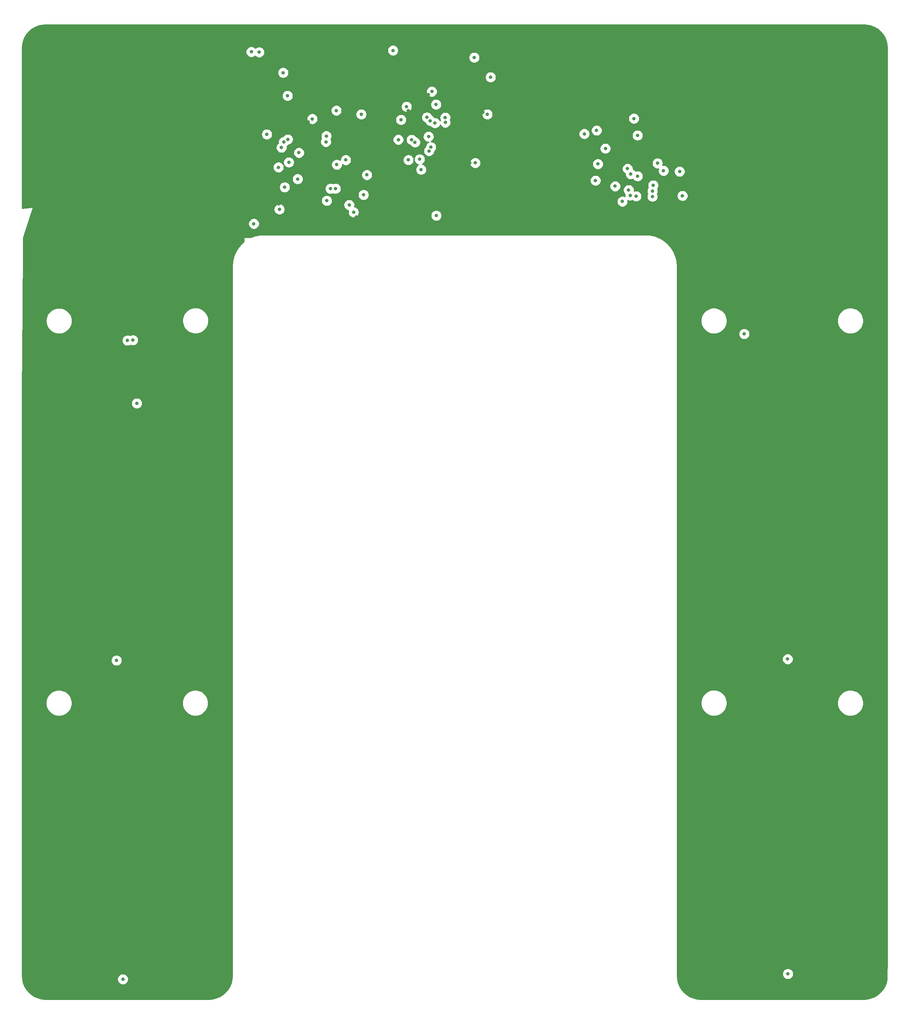
<source format=gbr>
G04 #@! TF.GenerationSoftware,KiCad,Pcbnew,5.1.4-e60b266~84~ubuntu19.04.1*
G04 #@! TF.CreationDate,2019-10-22T08:35:31-04:00*
G04 #@! TF.ProjectId,Forward_acceleration_board,466f7277-6172-4645-9f61-6363656c6572,rev?*
G04 #@! TF.SameCoordinates,Original*
G04 #@! TF.FileFunction,Copper,L2,Inr*
G04 #@! TF.FilePolarity,Positive*
%FSLAX46Y46*%
G04 Gerber Fmt 4.6, Leading zero omitted, Abs format (unit mm)*
G04 Created by KiCad (PCBNEW 5.1.4-e60b266~84~ubuntu19.04.1) date 2019-10-22 08:35:31*
%MOMM*%
%LPD*%
G04 APERTURE LIST*
%ADD10C,0.800000*%
%ADD11C,0.254000*%
G04 APERTURE END LIST*
D10*
X261650000Y-180802000D03*
X224650000Y-71700000D03*
X151050000Y-55175000D03*
X188722000Y-40894000D03*
X156464000Y-71374000D03*
X171697930Y-55365929D03*
X143400000Y-76200000D03*
X169825000Y-39250000D03*
X144275000Y-44425000D03*
X226750000Y-68475000D03*
X110225000Y-121325000D03*
X160675000Y-76875000D03*
X231375000Y-65475000D03*
X219250000Y-62050000D03*
X216950000Y-69500000D03*
X188971789Y-65401211D03*
X144625000Y-71050000D03*
X174958244Y-60606794D03*
X173418660Y-64706660D03*
X179900000Y-77650000D03*
X145350000Y-59925000D03*
X163763419Y-68186262D03*
X145600009Y-65262660D03*
X237175000Y-73050000D03*
X226725000Y-59000000D03*
X225883000Y-55080000D03*
X145288000Y-49784000D03*
X162450000Y-54100000D03*
X109310000Y-106620000D03*
X191770000Y-54102000D03*
X179832000Y-51816000D03*
X172974000Y-52324000D03*
X178863000Y-48795000D03*
X156650082Y-53225000D03*
X137450000Y-79560000D03*
X106980000Y-255260000D03*
X105498000Y-181113978D03*
X147650000Y-69150000D03*
X155282000Y-71386000D03*
X108038000Y-106692000D03*
X261708000Y-254012000D03*
X251548000Y-105168000D03*
X230200000Y-71975000D03*
X224400000Y-66750000D03*
X232775000Y-67225000D03*
X143100000Y-67950000D03*
X163900000Y-70775000D03*
X173425000Y-53275000D03*
X142675000Y-63550000D03*
X161275000Y-78000000D03*
X230200000Y-68150000D03*
X186690000Y-40699989D03*
X143275000Y-74950000D03*
X217775000Y-72900000D03*
X159350000Y-52425000D03*
X150850000Y-71325000D03*
X169725000Y-40825000D03*
X187665988Y-65339502D03*
X237050000Y-74625000D03*
X221565000Y-69304000D03*
X224613000Y-59652000D03*
X146558000Y-45466000D03*
X150114000Y-55880000D03*
X190758650Y-53596260D03*
X181356000Y-67056000D03*
X178054000Y-49530000D03*
X212250000Y-68750000D03*
X172775000Y-61375000D03*
X192532000Y-45466000D03*
X179578000Y-56134000D03*
X158850000Y-64725000D03*
X178100000Y-59275000D03*
X171075000Y-60000010D03*
X156750000Y-65800000D03*
X174153091Y-60013706D03*
X154425000Y-74175000D03*
X217500000Y-65650000D03*
X178657353Y-61735702D03*
X225025000Y-72950000D03*
X223200000Y-74375000D03*
X178200000Y-62625000D03*
X176024101Y-64541726D03*
X226400000Y-73150000D03*
X230200000Y-73225000D03*
X159650000Y-75175000D03*
X176375000Y-66950000D03*
X154325000Y-59150000D03*
X181975000Y-54850000D03*
X214350000Y-58649990D03*
X217200000Y-57850000D03*
X182000000Y-56000000D03*
X154225000Y-60500000D03*
X178500000Y-55600000D03*
X177725000Y-54800000D03*
X138700000Y-39650000D03*
X136875000Y-39575000D03*
X221525000Y-70825000D03*
X230375000Y-70600000D03*
X140474840Y-58749840D03*
X143175000Y-66425000D03*
X162975000Y-72825000D03*
X144400000Y-60550000D03*
X143878412Y-61824454D03*
X147950000Y-63025000D03*
X236525000Y-67400000D03*
X225150000Y-68000000D03*
D11*
G36*
X248372361Y-85490262D02*
G01*
X234587161Y-85150545D01*
X234514300Y-85050260D01*
X233867170Y-84292568D01*
X233757432Y-84182830D01*
X233757424Y-84182824D01*
X232999740Y-83535700D01*
X232874187Y-83444480D01*
X232874177Y-83444475D01*
X232024597Y-82923852D01*
X232024592Y-82923848D01*
X231886314Y-82853392D01*
X230965732Y-82472074D01*
X230818136Y-82424117D01*
X230818133Y-82424117D01*
X229849240Y-82191506D01*
X229849237Y-82191505D01*
X229828278Y-82188186D01*
X229695955Y-82167227D01*
X229695942Y-82167227D01*
X228712279Y-82089811D01*
X228673584Y-82086000D01*
X139676416Y-82086000D01*
X139637721Y-82089811D01*
X138654045Y-82167228D01*
X138500763Y-82191505D01*
X137531867Y-82424117D01*
X137531864Y-82424117D01*
X137384268Y-82472074D01*
X136739324Y-82739219D01*
X135253949Y-82702614D01*
X135229120Y-82704443D01*
X135205125Y-82711081D01*
X135182885Y-82722272D01*
X135163257Y-82737587D01*
X135146994Y-82756438D01*
X135134720Y-82778098D01*
X135126908Y-82801737D01*
X135123823Y-82828703D01*
X135117602Y-83734409D01*
X134592568Y-84182830D01*
X134482830Y-84292568D01*
X134482824Y-84292576D01*
X133835700Y-85050260D01*
X133744480Y-85175813D01*
X133744475Y-85175823D01*
X133223852Y-86025403D01*
X133223848Y-86025408D01*
X133153392Y-86163686D01*
X132772074Y-87084268D01*
X132724117Y-87231865D01*
X132491506Y-88200760D01*
X132491505Y-88200763D01*
X132489284Y-88214784D01*
X132467227Y-88354045D01*
X132467227Y-88354058D01*
X132389807Y-89337772D01*
X132386001Y-89376416D01*
X132386000Y-254486145D01*
X132316977Y-255363165D01*
X132120706Y-256180694D01*
X131798960Y-256957457D01*
X131359665Y-257674320D01*
X130813637Y-258313636D01*
X130174317Y-258859668D01*
X129457457Y-259298960D01*
X128680695Y-259620705D01*
X127863165Y-259816977D01*
X126986145Y-259886000D01*
X88963855Y-259886000D01*
X88086835Y-259816977D01*
X87269306Y-259620706D01*
X86492543Y-259298960D01*
X85775680Y-258859665D01*
X85136364Y-258313637D01*
X84590332Y-257674317D01*
X84151040Y-256957457D01*
X83829295Y-256180695D01*
X83633023Y-255363165D01*
X83614913Y-255133045D01*
X105691000Y-255133045D01*
X105691000Y-255386955D01*
X105740535Y-255635987D01*
X105837703Y-255870570D01*
X105978768Y-256081690D01*
X106158310Y-256261232D01*
X106369430Y-256402297D01*
X106604013Y-256499465D01*
X106853045Y-256549000D01*
X107106955Y-256549000D01*
X107355987Y-256499465D01*
X107590570Y-256402297D01*
X107801690Y-256261232D01*
X107981232Y-256081690D01*
X108122297Y-255870570D01*
X108219465Y-255635987D01*
X108269000Y-255386955D01*
X108269000Y-255133045D01*
X108219465Y-254884013D01*
X108122297Y-254649430D01*
X107981232Y-254438310D01*
X107801690Y-254258768D01*
X107590570Y-254117703D01*
X107355987Y-254020535D01*
X107106955Y-253971000D01*
X106853045Y-253971000D01*
X106604013Y-254020535D01*
X106369430Y-254117703D01*
X106158310Y-254258768D01*
X105978768Y-254438310D01*
X105837703Y-254649430D01*
X105740535Y-254884013D01*
X105691000Y-255133045D01*
X83614913Y-255133045D01*
X83564000Y-254486145D01*
X83564000Y-190730685D01*
X89061000Y-190730685D01*
X89061000Y-191329315D01*
X89177787Y-191916443D01*
X89406874Y-192469506D01*
X89739455Y-192967249D01*
X90162751Y-193390545D01*
X90660494Y-193723126D01*
X91213557Y-193952213D01*
X91800685Y-194069000D01*
X92399315Y-194069000D01*
X92986443Y-193952213D01*
X93539506Y-193723126D01*
X94037249Y-193390545D01*
X94460545Y-192967249D01*
X94793126Y-192469506D01*
X95022213Y-191916443D01*
X95139000Y-191329315D01*
X95139000Y-190730685D01*
X95137011Y-190720685D01*
X120791000Y-190720685D01*
X120791000Y-191319315D01*
X120907787Y-191906443D01*
X121136874Y-192459506D01*
X121469455Y-192957249D01*
X121892751Y-193380545D01*
X122390494Y-193713126D01*
X122943557Y-193942213D01*
X123530685Y-194059000D01*
X124129315Y-194059000D01*
X124716443Y-193942213D01*
X125269506Y-193713126D01*
X125767249Y-193380545D01*
X126190545Y-192957249D01*
X126523126Y-192459506D01*
X126752213Y-191906443D01*
X126869000Y-191319315D01*
X126869000Y-190720685D01*
X126752213Y-190133557D01*
X126523126Y-189580494D01*
X126190545Y-189082751D01*
X125767249Y-188659455D01*
X125269506Y-188326874D01*
X124716443Y-188097787D01*
X124129315Y-187981000D01*
X123530685Y-187981000D01*
X122943557Y-188097787D01*
X122390494Y-188326874D01*
X121892751Y-188659455D01*
X121469455Y-189082751D01*
X121136874Y-189580494D01*
X120907787Y-190133557D01*
X120791000Y-190720685D01*
X95137011Y-190720685D01*
X95022213Y-190143557D01*
X94793126Y-189590494D01*
X94460545Y-189092751D01*
X94037249Y-188669455D01*
X93539506Y-188336874D01*
X92986443Y-188107787D01*
X92399315Y-187991000D01*
X91800685Y-187991000D01*
X91213557Y-188107787D01*
X90660494Y-188336874D01*
X90162751Y-188669455D01*
X89739455Y-189092751D01*
X89406874Y-189590494D01*
X89177787Y-190143557D01*
X89061000Y-190730685D01*
X83564000Y-190730685D01*
X83564000Y-180987023D01*
X104209000Y-180987023D01*
X104209000Y-181240933D01*
X104258535Y-181489965D01*
X104355703Y-181724548D01*
X104496768Y-181935668D01*
X104676310Y-182115210D01*
X104887430Y-182256275D01*
X105122013Y-182353443D01*
X105371045Y-182402978D01*
X105624955Y-182402978D01*
X105873987Y-182353443D01*
X106108570Y-182256275D01*
X106319690Y-182115210D01*
X106499232Y-181935668D01*
X106640297Y-181724548D01*
X106737465Y-181489965D01*
X106787000Y-181240933D01*
X106787000Y-180987023D01*
X106737465Y-180737991D01*
X106640297Y-180503408D01*
X106499232Y-180292288D01*
X106319690Y-180112746D01*
X106108570Y-179971681D01*
X105873987Y-179874513D01*
X105624955Y-179824978D01*
X105371045Y-179824978D01*
X105122013Y-179874513D01*
X104887430Y-179971681D01*
X104676310Y-180112746D01*
X104496768Y-180292288D01*
X104355703Y-180503408D01*
X104258535Y-180737991D01*
X104209000Y-180987023D01*
X83564000Y-180987023D01*
X83564000Y-128242410D01*
X83604769Y-121198045D01*
X108936000Y-121198045D01*
X108936000Y-121451955D01*
X108985535Y-121700987D01*
X109082703Y-121935570D01*
X109223768Y-122146690D01*
X109403310Y-122326232D01*
X109614430Y-122467297D01*
X109849013Y-122564465D01*
X110098045Y-122614000D01*
X110351955Y-122614000D01*
X110600987Y-122564465D01*
X110835570Y-122467297D01*
X111046690Y-122326232D01*
X111226232Y-122146690D01*
X111367297Y-121935570D01*
X111464465Y-121700987D01*
X111514000Y-121451955D01*
X111514000Y-121198045D01*
X111464465Y-120949013D01*
X111367297Y-120714430D01*
X111226232Y-120503310D01*
X111046690Y-120323768D01*
X110835570Y-120182703D01*
X110600987Y-120085535D01*
X110351955Y-120036000D01*
X110098045Y-120036000D01*
X109849013Y-120085535D01*
X109614430Y-120182703D01*
X109403310Y-120323768D01*
X109223768Y-120503310D01*
X109082703Y-120714430D01*
X108985535Y-120949013D01*
X108936000Y-121198045D01*
X83604769Y-121198045D01*
X83689459Y-106565045D01*
X106749000Y-106565045D01*
X106749000Y-106818955D01*
X106798535Y-107067987D01*
X106895703Y-107302570D01*
X107036768Y-107513690D01*
X107216310Y-107693232D01*
X107427430Y-107834297D01*
X107662013Y-107931465D01*
X107911045Y-107981000D01*
X108164955Y-107981000D01*
X108413987Y-107931465D01*
X108648570Y-107834297D01*
X108734553Y-107776845D01*
X108934013Y-107859465D01*
X109183045Y-107909000D01*
X109436955Y-107909000D01*
X109685987Y-107859465D01*
X109920570Y-107762297D01*
X110131690Y-107621232D01*
X110311232Y-107441690D01*
X110452297Y-107230570D01*
X110549465Y-106995987D01*
X110599000Y-106746955D01*
X110599000Y-106493045D01*
X110549465Y-106244013D01*
X110452297Y-106009430D01*
X110311232Y-105798310D01*
X110131690Y-105618768D01*
X109920570Y-105477703D01*
X109685987Y-105380535D01*
X109436955Y-105331000D01*
X109183045Y-105331000D01*
X108934013Y-105380535D01*
X108699430Y-105477703D01*
X108613447Y-105535155D01*
X108413987Y-105452535D01*
X108164955Y-105403000D01*
X107911045Y-105403000D01*
X107662013Y-105452535D01*
X107427430Y-105549703D01*
X107216310Y-105690768D01*
X107036768Y-105870310D01*
X106895703Y-106081430D01*
X106798535Y-106316013D01*
X106749000Y-106565045D01*
X83689459Y-106565045D01*
X83716744Y-101850685D01*
X89081000Y-101850685D01*
X89081000Y-102449315D01*
X89197787Y-103036443D01*
X89426874Y-103589506D01*
X89759455Y-104087249D01*
X90182751Y-104510545D01*
X90680494Y-104843126D01*
X91233557Y-105072213D01*
X91820685Y-105189000D01*
X92419315Y-105189000D01*
X93006443Y-105072213D01*
X93559506Y-104843126D01*
X94057249Y-104510545D01*
X94480545Y-104087249D01*
X94813126Y-103589506D01*
X95042213Y-103036443D01*
X95159000Y-102449315D01*
X95159000Y-101850685D01*
X95149055Y-101800685D01*
X120831000Y-101800685D01*
X120831000Y-102399315D01*
X120947787Y-102986443D01*
X121176874Y-103539506D01*
X121509455Y-104037249D01*
X121932751Y-104460545D01*
X122430494Y-104793126D01*
X122983557Y-105022213D01*
X123570685Y-105139000D01*
X124169315Y-105139000D01*
X124756443Y-105022213D01*
X125309506Y-104793126D01*
X125807249Y-104460545D01*
X126230545Y-104037249D01*
X126563126Y-103539506D01*
X126792213Y-102986443D01*
X126909000Y-102399315D01*
X126909000Y-101800685D01*
X126792213Y-101213557D01*
X126563126Y-100660494D01*
X126230545Y-100162751D01*
X125807249Y-99739455D01*
X125309506Y-99406874D01*
X124756443Y-99177787D01*
X124169315Y-99061000D01*
X123570685Y-99061000D01*
X122983557Y-99177787D01*
X122430494Y-99406874D01*
X121932751Y-99739455D01*
X121509455Y-100162751D01*
X121176874Y-100660494D01*
X120947787Y-101213557D01*
X120831000Y-101800685D01*
X95149055Y-101800685D01*
X95042213Y-101263557D01*
X94813126Y-100710494D01*
X94480545Y-100212751D01*
X94057249Y-99789455D01*
X93559506Y-99456874D01*
X93006443Y-99227787D01*
X92419315Y-99111000D01*
X91820685Y-99111000D01*
X91233557Y-99227787D01*
X90680494Y-99456874D01*
X90182751Y-99789455D01*
X89759455Y-100212751D01*
X89426874Y-100710494D01*
X89197787Y-101263557D01*
X89081000Y-101850685D01*
X83716744Y-101850685D01*
X83826884Y-82820509D01*
X84929637Y-79433045D01*
X136161000Y-79433045D01*
X136161000Y-79686955D01*
X136210535Y-79935987D01*
X136307703Y-80170570D01*
X136448768Y-80381690D01*
X136628310Y-80561232D01*
X136839430Y-80702297D01*
X137074013Y-80799465D01*
X137323045Y-80849000D01*
X137576955Y-80849000D01*
X137825987Y-80799465D01*
X138060570Y-80702297D01*
X138271690Y-80561232D01*
X138451232Y-80381690D01*
X138592297Y-80170570D01*
X138689465Y-79935987D01*
X138739000Y-79686955D01*
X138739000Y-79433045D01*
X138689465Y-79184013D01*
X138592297Y-78949430D01*
X138451232Y-78738310D01*
X138271690Y-78558768D01*
X138060570Y-78417703D01*
X137825987Y-78320535D01*
X137576955Y-78271000D01*
X137323045Y-78271000D01*
X137074013Y-78320535D01*
X136839430Y-78417703D01*
X136628310Y-78558768D01*
X136448768Y-78738310D01*
X136307703Y-78949430D01*
X136210535Y-79184013D01*
X136161000Y-79433045D01*
X84929637Y-79433045D01*
X86023449Y-76073045D01*
X142111000Y-76073045D01*
X142111000Y-76326955D01*
X142160535Y-76575987D01*
X142257703Y-76810570D01*
X142398768Y-77021690D01*
X142578310Y-77201232D01*
X142789430Y-77342297D01*
X143024013Y-77439465D01*
X143273045Y-77489000D01*
X143526955Y-77489000D01*
X143775987Y-77439465D01*
X144010570Y-77342297D01*
X144221690Y-77201232D01*
X144401232Y-77021690D01*
X144542297Y-76810570D01*
X144639465Y-76575987D01*
X144689000Y-76326955D01*
X144689000Y-76073045D01*
X144639465Y-75824013D01*
X144542297Y-75589430D01*
X144401232Y-75378310D01*
X144221690Y-75198768D01*
X144010570Y-75057703D01*
X143775987Y-74960535D01*
X143526955Y-74911000D01*
X143273045Y-74911000D01*
X143024013Y-74960535D01*
X142789430Y-75057703D01*
X142578310Y-75198768D01*
X142398768Y-75378310D01*
X142257703Y-75589430D01*
X142160535Y-75824013D01*
X142111000Y-76073045D01*
X86023449Y-76073045D01*
X86083262Y-75889313D01*
X86088611Y-75864998D01*
X86089114Y-75840107D01*
X86084751Y-75815596D01*
X86075690Y-75792407D01*
X86062279Y-75771431D01*
X86045034Y-75753475D01*
X86024617Y-75739228D01*
X86001813Y-75729238D01*
X85977498Y-75723889D01*
X85949815Y-75723635D01*
X83564000Y-75963139D01*
X83564000Y-74048045D01*
X153136000Y-74048045D01*
X153136000Y-74301955D01*
X153185535Y-74550987D01*
X153282703Y-74785570D01*
X153423768Y-74996690D01*
X153603310Y-75176232D01*
X153814430Y-75317297D01*
X154049013Y-75414465D01*
X154298045Y-75464000D01*
X154551955Y-75464000D01*
X154800987Y-75414465D01*
X155035570Y-75317297D01*
X155246690Y-75176232D01*
X155374877Y-75048045D01*
X158361000Y-75048045D01*
X158361000Y-75301955D01*
X158410535Y-75550987D01*
X158507703Y-75785570D01*
X158648768Y-75996690D01*
X158828310Y-76176232D01*
X159039430Y-76317297D01*
X159274013Y-76414465D01*
X159455595Y-76450584D01*
X159435535Y-76499013D01*
X159386000Y-76748045D01*
X159386000Y-77001955D01*
X159435535Y-77250987D01*
X159532703Y-77485570D01*
X159673768Y-77696690D01*
X159853310Y-77876232D01*
X160064430Y-78017297D01*
X160299013Y-78114465D01*
X160548045Y-78164000D01*
X160801955Y-78164000D01*
X161050987Y-78114465D01*
X161285570Y-78017297D01*
X161496690Y-77876232D01*
X161676232Y-77696690D01*
X161792257Y-77523045D01*
X178611000Y-77523045D01*
X178611000Y-77776955D01*
X178660535Y-78025987D01*
X178757703Y-78260570D01*
X178898768Y-78471690D01*
X179078310Y-78651232D01*
X179289430Y-78792297D01*
X179524013Y-78889465D01*
X179773045Y-78939000D01*
X180026955Y-78939000D01*
X180275987Y-78889465D01*
X180510570Y-78792297D01*
X180721690Y-78651232D01*
X180901232Y-78471690D01*
X181042297Y-78260570D01*
X181139465Y-78025987D01*
X181189000Y-77776955D01*
X181189000Y-77523045D01*
X181139465Y-77274013D01*
X181042297Y-77039430D01*
X180901232Y-76828310D01*
X180721690Y-76648768D01*
X180510570Y-76507703D01*
X180275987Y-76410535D01*
X180026955Y-76361000D01*
X179773045Y-76361000D01*
X179524013Y-76410535D01*
X179289430Y-76507703D01*
X179078310Y-76648768D01*
X178898768Y-76828310D01*
X178757703Y-77039430D01*
X178660535Y-77274013D01*
X178611000Y-77523045D01*
X161792257Y-77523045D01*
X161817297Y-77485570D01*
X161914465Y-77250987D01*
X161964000Y-77001955D01*
X161964000Y-76748045D01*
X161914465Y-76499013D01*
X161817297Y-76264430D01*
X161676232Y-76053310D01*
X161496690Y-75873768D01*
X161285570Y-75732703D01*
X161050987Y-75635535D01*
X160869405Y-75599416D01*
X160889465Y-75550987D01*
X160939000Y-75301955D01*
X160939000Y-75048045D01*
X160889465Y-74799013D01*
X160792297Y-74564430D01*
X160651232Y-74353310D01*
X160545967Y-74248045D01*
X221911000Y-74248045D01*
X221911000Y-74501955D01*
X221960535Y-74750987D01*
X222057703Y-74985570D01*
X222198768Y-75196690D01*
X222378310Y-75376232D01*
X222589430Y-75517297D01*
X222824013Y-75614465D01*
X223073045Y-75664000D01*
X223326955Y-75664000D01*
X223575987Y-75614465D01*
X223810570Y-75517297D01*
X224021690Y-75376232D01*
X224201232Y-75196690D01*
X224342297Y-74985570D01*
X224439465Y-74750987D01*
X224489000Y-74501955D01*
X224489000Y-74248045D01*
X224461934Y-74111974D01*
X224649013Y-74189465D01*
X224898045Y-74239000D01*
X225151955Y-74239000D01*
X225400987Y-74189465D01*
X225553408Y-74126330D01*
X225578310Y-74151232D01*
X225789430Y-74292297D01*
X226024013Y-74389465D01*
X226273045Y-74439000D01*
X226526955Y-74439000D01*
X226775987Y-74389465D01*
X227010570Y-74292297D01*
X227221690Y-74151232D01*
X227401232Y-73971690D01*
X227542297Y-73760570D01*
X227639465Y-73525987D01*
X227689000Y-73276955D01*
X227689000Y-73023045D01*
X227639465Y-72774013D01*
X227542297Y-72539430D01*
X227401232Y-72328310D01*
X227221690Y-72148768D01*
X227010570Y-72007703D01*
X226775987Y-71910535D01*
X226526955Y-71861000D01*
X226273045Y-71861000D01*
X226024013Y-71910535D01*
X225913249Y-71956415D01*
X225934804Y-71848045D01*
X228911000Y-71848045D01*
X228911000Y-72101955D01*
X228960535Y-72350987D01*
X229057703Y-72585570D01*
X229067345Y-72600000D01*
X229057703Y-72614430D01*
X228960535Y-72849013D01*
X228911000Y-73098045D01*
X228911000Y-73351955D01*
X228960535Y-73600987D01*
X229057703Y-73835570D01*
X229198768Y-74046690D01*
X229378310Y-74226232D01*
X229589430Y-74367297D01*
X229824013Y-74464465D01*
X230073045Y-74514000D01*
X230326955Y-74514000D01*
X230575987Y-74464465D01*
X230810570Y-74367297D01*
X231021690Y-74226232D01*
X231201232Y-74046690D01*
X231342297Y-73835570D01*
X231439465Y-73600987D01*
X231489000Y-73351955D01*
X231489000Y-73098045D01*
X231454191Y-72923045D01*
X235886000Y-72923045D01*
X235886000Y-73176955D01*
X235935535Y-73425987D01*
X236032703Y-73660570D01*
X236173768Y-73871690D01*
X236353310Y-74051232D01*
X236564430Y-74192297D01*
X236799013Y-74289465D01*
X237048045Y-74339000D01*
X237301955Y-74339000D01*
X237550987Y-74289465D01*
X237785570Y-74192297D01*
X237996690Y-74051232D01*
X238176232Y-73871690D01*
X238317297Y-73660570D01*
X238414465Y-73425987D01*
X238464000Y-73176955D01*
X238464000Y-72923045D01*
X238414465Y-72674013D01*
X238317297Y-72439430D01*
X238176232Y-72228310D01*
X237996690Y-72048768D01*
X237785570Y-71907703D01*
X237550987Y-71810535D01*
X237301955Y-71761000D01*
X237048045Y-71761000D01*
X236799013Y-71810535D01*
X236564430Y-71907703D01*
X236353310Y-72048768D01*
X236173768Y-72228310D01*
X236032703Y-72439430D01*
X235935535Y-72674013D01*
X235886000Y-72923045D01*
X231454191Y-72923045D01*
X231439465Y-72849013D01*
X231342297Y-72614430D01*
X231332655Y-72600000D01*
X231342297Y-72585570D01*
X231439465Y-72350987D01*
X231489000Y-72101955D01*
X231489000Y-71848045D01*
X231439465Y-71599013D01*
X231369008Y-71428914D01*
X231376232Y-71421690D01*
X231517297Y-71210570D01*
X231614465Y-70975987D01*
X231664000Y-70726955D01*
X231664000Y-70473045D01*
X231614465Y-70224013D01*
X231517297Y-69989430D01*
X231376232Y-69778310D01*
X231196690Y-69598768D01*
X230985570Y-69457703D01*
X230750987Y-69360535D01*
X230501955Y-69311000D01*
X230248045Y-69311000D01*
X229999013Y-69360535D01*
X229764430Y-69457703D01*
X229553310Y-69598768D01*
X229373768Y-69778310D01*
X229232703Y-69989430D01*
X229135535Y-70224013D01*
X229086000Y-70473045D01*
X229086000Y-70726955D01*
X229135535Y-70975987D01*
X229205992Y-71146086D01*
X229198768Y-71153310D01*
X229057703Y-71364430D01*
X228960535Y-71599013D01*
X228911000Y-71848045D01*
X225934804Y-71848045D01*
X225939000Y-71826955D01*
X225939000Y-71573045D01*
X225889465Y-71324013D01*
X225792297Y-71089430D01*
X225651232Y-70878310D01*
X225471690Y-70698768D01*
X225260570Y-70557703D01*
X225025987Y-70460535D01*
X224776955Y-70411000D01*
X224523045Y-70411000D01*
X224274013Y-70460535D01*
X224039430Y-70557703D01*
X223828310Y-70698768D01*
X223648768Y-70878310D01*
X223507703Y-71089430D01*
X223410535Y-71324013D01*
X223361000Y-71573045D01*
X223361000Y-71826955D01*
X223410535Y-72075987D01*
X223507703Y-72310570D01*
X223648768Y-72521690D01*
X223771525Y-72644447D01*
X223736000Y-72823045D01*
X223736000Y-73076955D01*
X223763066Y-73213026D01*
X223575987Y-73135535D01*
X223326955Y-73086000D01*
X223073045Y-73086000D01*
X222824013Y-73135535D01*
X222589430Y-73232703D01*
X222378310Y-73373768D01*
X222198768Y-73553310D01*
X222057703Y-73764430D01*
X221960535Y-73999013D01*
X221911000Y-74248045D01*
X160545967Y-74248045D01*
X160471690Y-74173768D01*
X160260570Y-74032703D01*
X160025987Y-73935535D01*
X159776955Y-73886000D01*
X159523045Y-73886000D01*
X159274013Y-73935535D01*
X159039430Y-74032703D01*
X158828310Y-74173768D01*
X158648768Y-74353310D01*
X158507703Y-74564430D01*
X158410535Y-74799013D01*
X158361000Y-75048045D01*
X155374877Y-75048045D01*
X155426232Y-74996690D01*
X155567297Y-74785570D01*
X155664465Y-74550987D01*
X155714000Y-74301955D01*
X155714000Y-74048045D01*
X155664465Y-73799013D01*
X155567297Y-73564430D01*
X155426232Y-73353310D01*
X155246690Y-73173768D01*
X155035570Y-73032703D01*
X154800987Y-72935535D01*
X154551955Y-72886000D01*
X154298045Y-72886000D01*
X154049013Y-72935535D01*
X153814430Y-73032703D01*
X153603310Y-73173768D01*
X153423768Y-73353310D01*
X153282703Y-73564430D01*
X153185535Y-73799013D01*
X153136000Y-74048045D01*
X83564000Y-74048045D01*
X83564000Y-72698045D01*
X161686000Y-72698045D01*
X161686000Y-72951955D01*
X161735535Y-73200987D01*
X161832703Y-73435570D01*
X161973768Y-73646690D01*
X162153310Y-73826232D01*
X162364430Y-73967297D01*
X162599013Y-74064465D01*
X162848045Y-74114000D01*
X163101955Y-74114000D01*
X163350987Y-74064465D01*
X163585570Y-73967297D01*
X163796690Y-73826232D01*
X163976232Y-73646690D01*
X164117297Y-73435570D01*
X164214465Y-73200987D01*
X164264000Y-72951955D01*
X164264000Y-72698045D01*
X164214465Y-72449013D01*
X164117297Y-72214430D01*
X163976232Y-72003310D01*
X163796690Y-71823768D01*
X163585570Y-71682703D01*
X163350987Y-71585535D01*
X163101955Y-71536000D01*
X162848045Y-71536000D01*
X162599013Y-71585535D01*
X162364430Y-71682703D01*
X162153310Y-71823768D01*
X161973768Y-72003310D01*
X161832703Y-72214430D01*
X161735535Y-72449013D01*
X161686000Y-72698045D01*
X83564000Y-72698045D01*
X83564000Y-70923045D01*
X143336000Y-70923045D01*
X143336000Y-71176955D01*
X143385535Y-71425987D01*
X143482703Y-71660570D01*
X143623768Y-71871690D01*
X143803310Y-72051232D01*
X144014430Y-72192297D01*
X144249013Y-72289465D01*
X144498045Y-72339000D01*
X144751955Y-72339000D01*
X145000987Y-72289465D01*
X145235570Y-72192297D01*
X145446690Y-72051232D01*
X145626232Y-71871690D01*
X145767297Y-71660570D01*
X145864465Y-71425987D01*
X145897671Y-71259045D01*
X153993000Y-71259045D01*
X153993000Y-71512955D01*
X154042535Y-71761987D01*
X154139703Y-71996570D01*
X154280768Y-72207690D01*
X154460310Y-72387232D01*
X154671430Y-72528297D01*
X154906013Y-72625465D01*
X155155045Y-72675000D01*
X155408955Y-72675000D01*
X155657987Y-72625465D01*
X155887485Y-72530403D01*
X156088013Y-72613465D01*
X156337045Y-72663000D01*
X156590955Y-72663000D01*
X156839987Y-72613465D01*
X157074570Y-72516297D01*
X157285690Y-72375232D01*
X157465232Y-72195690D01*
X157606297Y-71984570D01*
X157703465Y-71749987D01*
X157753000Y-71500955D01*
X157753000Y-71247045D01*
X157703465Y-70998013D01*
X157606297Y-70763430D01*
X157465232Y-70552310D01*
X157285690Y-70372768D01*
X157074570Y-70231703D01*
X156839987Y-70134535D01*
X156590955Y-70085000D01*
X156337045Y-70085000D01*
X156088013Y-70134535D01*
X155858515Y-70229597D01*
X155657987Y-70146535D01*
X155408955Y-70097000D01*
X155155045Y-70097000D01*
X154906013Y-70146535D01*
X154671430Y-70243703D01*
X154460310Y-70384768D01*
X154280768Y-70564310D01*
X154139703Y-70775430D01*
X154042535Y-71010013D01*
X153993000Y-71259045D01*
X145897671Y-71259045D01*
X145914000Y-71176955D01*
X145914000Y-70923045D01*
X145864465Y-70674013D01*
X145767297Y-70439430D01*
X145626232Y-70228310D01*
X145446690Y-70048768D01*
X145235570Y-69907703D01*
X145000987Y-69810535D01*
X144751955Y-69761000D01*
X144498045Y-69761000D01*
X144249013Y-69810535D01*
X144014430Y-69907703D01*
X143803310Y-70048768D01*
X143623768Y-70228310D01*
X143482703Y-70439430D01*
X143385535Y-70674013D01*
X143336000Y-70923045D01*
X83564000Y-70923045D01*
X83564000Y-69023045D01*
X146361000Y-69023045D01*
X146361000Y-69276955D01*
X146410535Y-69525987D01*
X146507703Y-69760570D01*
X146648768Y-69971690D01*
X146828310Y-70151232D01*
X147039430Y-70292297D01*
X147274013Y-70389465D01*
X147523045Y-70439000D01*
X147776955Y-70439000D01*
X148025987Y-70389465D01*
X148260570Y-70292297D01*
X148471690Y-70151232D01*
X148651232Y-69971690D01*
X148792297Y-69760570D01*
X148889465Y-69525987D01*
X148939000Y-69276955D01*
X148939000Y-69023045D01*
X148889465Y-68774013D01*
X148792297Y-68539430D01*
X148651232Y-68328310D01*
X148471690Y-68148768D01*
X148337802Y-68059307D01*
X162474419Y-68059307D01*
X162474419Y-68313217D01*
X162523954Y-68562249D01*
X162621122Y-68796832D01*
X162762187Y-69007952D01*
X162941729Y-69187494D01*
X163152849Y-69328559D01*
X163387432Y-69425727D01*
X163636464Y-69475262D01*
X163890374Y-69475262D01*
X164139406Y-69425727D01*
X164266590Y-69373045D01*
X215661000Y-69373045D01*
X215661000Y-69626955D01*
X215710535Y-69875987D01*
X215807703Y-70110570D01*
X215948768Y-70321690D01*
X216128310Y-70501232D01*
X216339430Y-70642297D01*
X216574013Y-70739465D01*
X216823045Y-70789000D01*
X217076955Y-70789000D01*
X217325987Y-70739465D01*
X217425983Y-70698045D01*
X220236000Y-70698045D01*
X220236000Y-70951955D01*
X220285535Y-71200987D01*
X220382703Y-71435570D01*
X220523768Y-71646690D01*
X220703310Y-71826232D01*
X220914430Y-71967297D01*
X221149013Y-72064465D01*
X221398045Y-72114000D01*
X221651955Y-72114000D01*
X221900987Y-72064465D01*
X222135570Y-71967297D01*
X222346690Y-71826232D01*
X222526232Y-71646690D01*
X222667297Y-71435570D01*
X222764465Y-71200987D01*
X222814000Y-70951955D01*
X222814000Y-70698045D01*
X222764465Y-70449013D01*
X222667297Y-70214430D01*
X222526232Y-70003310D01*
X222346690Y-69823768D01*
X222135570Y-69682703D01*
X221900987Y-69585535D01*
X221651955Y-69536000D01*
X221398045Y-69536000D01*
X221149013Y-69585535D01*
X220914430Y-69682703D01*
X220703310Y-69823768D01*
X220523768Y-70003310D01*
X220382703Y-70214430D01*
X220285535Y-70449013D01*
X220236000Y-70698045D01*
X217425983Y-70698045D01*
X217560570Y-70642297D01*
X217771690Y-70501232D01*
X217951232Y-70321690D01*
X218092297Y-70110570D01*
X218189465Y-69875987D01*
X218239000Y-69626955D01*
X218239000Y-69373045D01*
X218189465Y-69124013D01*
X218092297Y-68889430D01*
X217951232Y-68678310D01*
X217771690Y-68498768D01*
X217560570Y-68357703D01*
X217325987Y-68260535D01*
X217076955Y-68211000D01*
X216823045Y-68211000D01*
X216574013Y-68260535D01*
X216339430Y-68357703D01*
X216128310Y-68498768D01*
X215948768Y-68678310D01*
X215807703Y-68889430D01*
X215710535Y-69124013D01*
X215661000Y-69373045D01*
X164266590Y-69373045D01*
X164373989Y-69328559D01*
X164585109Y-69187494D01*
X164764651Y-69007952D01*
X164905716Y-68796832D01*
X165002884Y-68562249D01*
X165052419Y-68313217D01*
X165052419Y-68059307D01*
X165002884Y-67810275D01*
X164905716Y-67575692D01*
X164764651Y-67364572D01*
X164585109Y-67185030D01*
X164373989Y-67043965D01*
X164139406Y-66946797D01*
X163890374Y-66897262D01*
X163636464Y-66897262D01*
X163387432Y-66946797D01*
X163152849Y-67043965D01*
X162941729Y-67185030D01*
X162762187Y-67364572D01*
X162621122Y-67575692D01*
X162523954Y-67810275D01*
X162474419Y-68059307D01*
X148337802Y-68059307D01*
X148260570Y-68007703D01*
X148025987Y-67910535D01*
X147776955Y-67861000D01*
X147523045Y-67861000D01*
X147274013Y-67910535D01*
X147039430Y-68007703D01*
X146828310Y-68148768D01*
X146648768Y-68328310D01*
X146507703Y-68539430D01*
X146410535Y-68774013D01*
X146361000Y-69023045D01*
X83564000Y-69023045D01*
X83564000Y-66298045D01*
X141886000Y-66298045D01*
X141886000Y-66551955D01*
X141935535Y-66800987D01*
X142032703Y-67035570D01*
X142173768Y-67246690D01*
X142353310Y-67426232D01*
X142564430Y-67567297D01*
X142799013Y-67664465D01*
X143048045Y-67714000D01*
X143301955Y-67714000D01*
X143550987Y-67664465D01*
X143785570Y-67567297D01*
X143996690Y-67426232D01*
X144176232Y-67246690D01*
X144317297Y-67035570D01*
X144414465Y-66800987D01*
X144464000Y-66551955D01*
X144464000Y-66298045D01*
X144414465Y-66049013D01*
X144317297Y-65814430D01*
X144176232Y-65603310D01*
X143996690Y-65423768D01*
X143785570Y-65282703D01*
X143550987Y-65185535D01*
X143301955Y-65136000D01*
X143048045Y-65136000D01*
X142799013Y-65185535D01*
X142564430Y-65282703D01*
X142353310Y-65423768D01*
X142173768Y-65603310D01*
X142032703Y-65814430D01*
X141935535Y-66049013D01*
X141886000Y-66298045D01*
X83564000Y-66298045D01*
X83564000Y-65135705D01*
X144311009Y-65135705D01*
X144311009Y-65389615D01*
X144360544Y-65638647D01*
X144457712Y-65873230D01*
X144598777Y-66084350D01*
X144778319Y-66263892D01*
X144989439Y-66404957D01*
X145224022Y-66502125D01*
X145473054Y-66551660D01*
X145726964Y-66551660D01*
X145975996Y-66502125D01*
X146210579Y-66404957D01*
X146421699Y-66263892D01*
X146601241Y-66084350D01*
X146742306Y-65873230D01*
X146825225Y-65673045D01*
X155461000Y-65673045D01*
X155461000Y-65926955D01*
X155510535Y-66175987D01*
X155607703Y-66410570D01*
X155748768Y-66621690D01*
X155928310Y-66801232D01*
X156139430Y-66942297D01*
X156374013Y-67039465D01*
X156623045Y-67089000D01*
X156876955Y-67089000D01*
X157125987Y-67039465D01*
X157360570Y-66942297D01*
X157571690Y-66801232D01*
X157751232Y-66621690D01*
X157892297Y-66410570D01*
X157989465Y-66175987D01*
X158039000Y-65926955D01*
X158039000Y-65733375D01*
X158239430Y-65867297D01*
X158474013Y-65964465D01*
X158723045Y-66014000D01*
X158976955Y-66014000D01*
X159225987Y-65964465D01*
X159460570Y-65867297D01*
X159671690Y-65726232D01*
X159851232Y-65546690D01*
X159992297Y-65335570D01*
X160089465Y-65100987D01*
X160139000Y-64851955D01*
X160139000Y-64598045D01*
X160135352Y-64579705D01*
X172129660Y-64579705D01*
X172129660Y-64833615D01*
X172179195Y-65082647D01*
X172276363Y-65317230D01*
X172417428Y-65528350D01*
X172596970Y-65707892D01*
X172808090Y-65848957D01*
X173042673Y-65946125D01*
X173291705Y-65995660D01*
X173545615Y-65995660D01*
X173794647Y-65946125D01*
X174029230Y-65848957D01*
X174240350Y-65707892D01*
X174419892Y-65528350D01*
X174560957Y-65317230D01*
X174658125Y-65082647D01*
X174707660Y-64833615D01*
X174707660Y-64579705D01*
X174674853Y-64414771D01*
X174735101Y-64414771D01*
X174735101Y-64668681D01*
X174784636Y-64917713D01*
X174881804Y-65152296D01*
X175022869Y-65363416D01*
X175202411Y-65542958D01*
X175413531Y-65684023D01*
X175648114Y-65781191D01*
X175769935Y-65805423D01*
X175764430Y-65807703D01*
X175553310Y-65948768D01*
X175373768Y-66128310D01*
X175232703Y-66339430D01*
X175135535Y-66574013D01*
X175086000Y-66823045D01*
X175086000Y-67076955D01*
X175135535Y-67325987D01*
X175232703Y-67560570D01*
X175373768Y-67771690D01*
X175553310Y-67951232D01*
X175764430Y-68092297D01*
X175999013Y-68189465D01*
X176248045Y-68239000D01*
X176501955Y-68239000D01*
X176750987Y-68189465D01*
X176985570Y-68092297D01*
X177196690Y-67951232D01*
X177376232Y-67771690D01*
X177517297Y-67560570D01*
X177614465Y-67325987D01*
X177664000Y-67076955D01*
X177664000Y-66823045D01*
X177614465Y-66574013D01*
X177517297Y-66339430D01*
X177376232Y-66128310D01*
X177196690Y-65948768D01*
X176985570Y-65807703D01*
X176750987Y-65710535D01*
X176629166Y-65686303D01*
X176634671Y-65684023D01*
X176845791Y-65542958D01*
X177025333Y-65363416D01*
X177084907Y-65274256D01*
X187682789Y-65274256D01*
X187682789Y-65528166D01*
X187732324Y-65777198D01*
X187829492Y-66011781D01*
X187970557Y-66222901D01*
X188150099Y-66402443D01*
X188361219Y-66543508D01*
X188595802Y-66640676D01*
X188844834Y-66690211D01*
X189098744Y-66690211D01*
X189347776Y-66640676D01*
X189582359Y-66543508D01*
X189793479Y-66402443D01*
X189973021Y-66222901D01*
X190114086Y-66011781D01*
X190211254Y-65777198D01*
X190260789Y-65528166D01*
X190260789Y-65523045D01*
X216211000Y-65523045D01*
X216211000Y-65776955D01*
X216260535Y-66025987D01*
X216357703Y-66260570D01*
X216498768Y-66471690D01*
X216678310Y-66651232D01*
X216889430Y-66792297D01*
X217124013Y-66889465D01*
X217373045Y-66939000D01*
X217626955Y-66939000D01*
X217875987Y-66889465D01*
X218110570Y-66792297D01*
X218321690Y-66651232D01*
X218349877Y-66623045D01*
X223111000Y-66623045D01*
X223111000Y-66876955D01*
X223160535Y-67125987D01*
X223257703Y-67360570D01*
X223398768Y-67571690D01*
X223578310Y-67751232D01*
X223789430Y-67892297D01*
X223861000Y-67921942D01*
X223861000Y-68126955D01*
X223910535Y-68375987D01*
X224007703Y-68610570D01*
X224148768Y-68821690D01*
X224328310Y-69001232D01*
X224539430Y-69142297D01*
X224774013Y-69239465D01*
X225023045Y-69289000D01*
X225276955Y-69289000D01*
X225525987Y-69239465D01*
X225670527Y-69179594D01*
X225748768Y-69296690D01*
X225928310Y-69476232D01*
X226139430Y-69617297D01*
X226374013Y-69714465D01*
X226623045Y-69764000D01*
X226876955Y-69764000D01*
X227125987Y-69714465D01*
X227360570Y-69617297D01*
X227571690Y-69476232D01*
X227751232Y-69296690D01*
X227892297Y-69085570D01*
X227989465Y-68850987D01*
X228039000Y-68601955D01*
X228039000Y-68348045D01*
X227989465Y-68099013D01*
X227892297Y-67864430D01*
X227751232Y-67653310D01*
X227571690Y-67473768D01*
X227360570Y-67332703D01*
X227125987Y-67235535D01*
X226876955Y-67186000D01*
X226623045Y-67186000D01*
X226374013Y-67235535D01*
X226229473Y-67295406D01*
X226151232Y-67178310D01*
X225971690Y-66998768D01*
X225760570Y-66857703D01*
X225689000Y-66828058D01*
X225689000Y-66623045D01*
X225639465Y-66374013D01*
X225542297Y-66139430D01*
X225401232Y-65928310D01*
X225221690Y-65748768D01*
X225010570Y-65607703D01*
X224775987Y-65510535D01*
X224526955Y-65461000D01*
X224273045Y-65461000D01*
X224024013Y-65510535D01*
X223789430Y-65607703D01*
X223578310Y-65748768D01*
X223398768Y-65928310D01*
X223257703Y-66139430D01*
X223160535Y-66374013D01*
X223111000Y-66623045D01*
X218349877Y-66623045D01*
X218501232Y-66471690D01*
X218642297Y-66260570D01*
X218739465Y-66025987D01*
X218789000Y-65776955D01*
X218789000Y-65523045D01*
X218754191Y-65348045D01*
X230086000Y-65348045D01*
X230086000Y-65601955D01*
X230135535Y-65850987D01*
X230232703Y-66085570D01*
X230373768Y-66296690D01*
X230553310Y-66476232D01*
X230764430Y-66617297D01*
X230999013Y-66714465D01*
X231248045Y-66764000D01*
X231501955Y-66764000D01*
X231576926Y-66749088D01*
X231535535Y-66849013D01*
X231486000Y-67098045D01*
X231486000Y-67351955D01*
X231535535Y-67600987D01*
X231632703Y-67835570D01*
X231773768Y-68046690D01*
X231953310Y-68226232D01*
X232164430Y-68367297D01*
X232399013Y-68464465D01*
X232648045Y-68514000D01*
X232901955Y-68514000D01*
X233150987Y-68464465D01*
X233385570Y-68367297D01*
X233596690Y-68226232D01*
X233776232Y-68046690D01*
X233917297Y-67835570D01*
X234014465Y-67600987D01*
X234064000Y-67351955D01*
X234064000Y-67273045D01*
X235236000Y-67273045D01*
X235236000Y-67526955D01*
X235285535Y-67775987D01*
X235382703Y-68010570D01*
X235523768Y-68221690D01*
X235703310Y-68401232D01*
X235914430Y-68542297D01*
X236149013Y-68639465D01*
X236398045Y-68689000D01*
X236651955Y-68689000D01*
X236900987Y-68639465D01*
X237135570Y-68542297D01*
X237346690Y-68401232D01*
X237526232Y-68221690D01*
X237667297Y-68010570D01*
X237764465Y-67775987D01*
X237814000Y-67526955D01*
X237814000Y-67273045D01*
X237764465Y-67024013D01*
X237667297Y-66789430D01*
X237526232Y-66578310D01*
X237346690Y-66398768D01*
X237135570Y-66257703D01*
X236900987Y-66160535D01*
X236651955Y-66111000D01*
X236398045Y-66111000D01*
X236149013Y-66160535D01*
X235914430Y-66257703D01*
X235703310Y-66398768D01*
X235523768Y-66578310D01*
X235382703Y-66789430D01*
X235285535Y-67024013D01*
X235236000Y-67273045D01*
X234064000Y-67273045D01*
X234064000Y-67098045D01*
X234014465Y-66849013D01*
X233917297Y-66614430D01*
X233776232Y-66403310D01*
X233596690Y-66223768D01*
X233385570Y-66082703D01*
X233150987Y-65985535D01*
X232901955Y-65936000D01*
X232648045Y-65936000D01*
X232573074Y-65950912D01*
X232614465Y-65850987D01*
X232664000Y-65601955D01*
X232664000Y-65348045D01*
X232614465Y-65099013D01*
X232517297Y-64864430D01*
X232376232Y-64653310D01*
X232196690Y-64473768D01*
X231985570Y-64332703D01*
X231750987Y-64235535D01*
X231501955Y-64186000D01*
X231248045Y-64186000D01*
X230999013Y-64235535D01*
X230764430Y-64332703D01*
X230553310Y-64473768D01*
X230373768Y-64653310D01*
X230232703Y-64864430D01*
X230135535Y-65099013D01*
X230086000Y-65348045D01*
X218754191Y-65348045D01*
X218739465Y-65274013D01*
X218642297Y-65039430D01*
X218501232Y-64828310D01*
X218321690Y-64648768D01*
X218110570Y-64507703D01*
X217875987Y-64410535D01*
X217626955Y-64361000D01*
X217373045Y-64361000D01*
X217124013Y-64410535D01*
X216889430Y-64507703D01*
X216678310Y-64648768D01*
X216498768Y-64828310D01*
X216357703Y-65039430D01*
X216260535Y-65274013D01*
X216211000Y-65523045D01*
X190260789Y-65523045D01*
X190260789Y-65274256D01*
X190211254Y-65025224D01*
X190114086Y-64790641D01*
X189973021Y-64579521D01*
X189793479Y-64399979D01*
X189582359Y-64258914D01*
X189347776Y-64161746D01*
X189098744Y-64112211D01*
X188844834Y-64112211D01*
X188595802Y-64161746D01*
X188361219Y-64258914D01*
X188150099Y-64399979D01*
X187970557Y-64579521D01*
X187829492Y-64790641D01*
X187732324Y-65025224D01*
X187682789Y-65274256D01*
X177084907Y-65274256D01*
X177166398Y-65152296D01*
X177263566Y-64917713D01*
X177313101Y-64668681D01*
X177313101Y-64414771D01*
X177263566Y-64165739D01*
X177166398Y-63931156D01*
X177025333Y-63720036D01*
X176845791Y-63540494D01*
X176634671Y-63399429D01*
X176400088Y-63302261D01*
X176151056Y-63252726D01*
X175897146Y-63252726D01*
X175648114Y-63302261D01*
X175413531Y-63399429D01*
X175202411Y-63540494D01*
X175022869Y-63720036D01*
X174881804Y-63931156D01*
X174784636Y-64165739D01*
X174735101Y-64414771D01*
X174674853Y-64414771D01*
X174658125Y-64330673D01*
X174560957Y-64096090D01*
X174419892Y-63884970D01*
X174240350Y-63705428D01*
X174029230Y-63564363D01*
X173794647Y-63467195D01*
X173545615Y-63417660D01*
X173291705Y-63417660D01*
X173042673Y-63467195D01*
X172808090Y-63564363D01*
X172596970Y-63705428D01*
X172417428Y-63884970D01*
X172276363Y-64096090D01*
X172179195Y-64330673D01*
X172129660Y-64579705D01*
X160135352Y-64579705D01*
X160089465Y-64349013D01*
X159992297Y-64114430D01*
X159851232Y-63903310D01*
X159671690Y-63723768D01*
X159460570Y-63582703D01*
X159225987Y-63485535D01*
X158976955Y-63436000D01*
X158723045Y-63436000D01*
X158474013Y-63485535D01*
X158239430Y-63582703D01*
X158028310Y-63723768D01*
X157848768Y-63903310D01*
X157707703Y-64114430D01*
X157610535Y-64349013D01*
X157561000Y-64598045D01*
X157561000Y-64791625D01*
X157360570Y-64657703D01*
X157125987Y-64560535D01*
X156876955Y-64511000D01*
X156623045Y-64511000D01*
X156374013Y-64560535D01*
X156139430Y-64657703D01*
X155928310Y-64798768D01*
X155748768Y-64978310D01*
X155607703Y-65189430D01*
X155510535Y-65424013D01*
X155461000Y-65673045D01*
X146825225Y-65673045D01*
X146839474Y-65638647D01*
X146889009Y-65389615D01*
X146889009Y-65135705D01*
X146839474Y-64886673D01*
X146742306Y-64652090D01*
X146601241Y-64440970D01*
X146421699Y-64261428D01*
X146210579Y-64120363D01*
X145975996Y-64023195D01*
X145726964Y-63973660D01*
X145473054Y-63973660D01*
X145224022Y-64023195D01*
X144989439Y-64120363D01*
X144778319Y-64261428D01*
X144598777Y-64440970D01*
X144457712Y-64652090D01*
X144360544Y-64886673D01*
X144311009Y-65135705D01*
X83564000Y-65135705D01*
X83564000Y-61697499D01*
X142589412Y-61697499D01*
X142589412Y-61951409D01*
X142638947Y-62200441D01*
X142736115Y-62435024D01*
X142877180Y-62646144D01*
X143056722Y-62825686D01*
X143267842Y-62966751D01*
X143502425Y-63063919D01*
X143751457Y-63113454D01*
X144005367Y-63113454D01*
X144254399Y-63063919D01*
X144488982Y-62966751D01*
X144591808Y-62898045D01*
X146661000Y-62898045D01*
X146661000Y-63151955D01*
X146710535Y-63400987D01*
X146807703Y-63635570D01*
X146948768Y-63846690D01*
X147128310Y-64026232D01*
X147339430Y-64167297D01*
X147574013Y-64264465D01*
X147823045Y-64314000D01*
X148076955Y-64314000D01*
X148325987Y-64264465D01*
X148560570Y-64167297D01*
X148771690Y-64026232D01*
X148951232Y-63846690D01*
X149092297Y-63635570D01*
X149189465Y-63400987D01*
X149239000Y-63151955D01*
X149239000Y-62898045D01*
X149189465Y-62649013D01*
X149092297Y-62414430D01*
X148951232Y-62203310D01*
X148771690Y-62023768D01*
X148560570Y-61882703D01*
X148325987Y-61785535D01*
X148076955Y-61736000D01*
X147823045Y-61736000D01*
X147574013Y-61785535D01*
X147339430Y-61882703D01*
X147128310Y-62023768D01*
X146948768Y-62203310D01*
X146807703Y-62414430D01*
X146710535Y-62649013D01*
X146661000Y-62898045D01*
X144591808Y-62898045D01*
X144700102Y-62825686D01*
X144879644Y-62646144D01*
X145020709Y-62435024D01*
X145117877Y-62200441D01*
X145167412Y-61951409D01*
X145167412Y-61697499D01*
X145148099Y-61600404D01*
X145221690Y-61551232D01*
X145401232Y-61371690D01*
X145511140Y-61207200D01*
X145725987Y-61164465D01*
X145960570Y-61067297D01*
X146171690Y-60926232D01*
X146351232Y-60746690D01*
X146492297Y-60535570D01*
X146559617Y-60373045D01*
X152936000Y-60373045D01*
X152936000Y-60626955D01*
X152985535Y-60875987D01*
X153082703Y-61110570D01*
X153223768Y-61321690D01*
X153403310Y-61501232D01*
X153614430Y-61642297D01*
X153849013Y-61739465D01*
X154098045Y-61789000D01*
X154351955Y-61789000D01*
X154600987Y-61739465D01*
X154835570Y-61642297D01*
X155046690Y-61501232D01*
X155226232Y-61321690D01*
X155367297Y-61110570D01*
X155464465Y-60875987D01*
X155514000Y-60626955D01*
X155514000Y-60373045D01*
X155464465Y-60124013D01*
X155372616Y-59902271D01*
X155392137Y-59873055D01*
X169786000Y-59873055D01*
X169786000Y-60126965D01*
X169835535Y-60375997D01*
X169932703Y-60610580D01*
X170073768Y-60821700D01*
X170253310Y-61001242D01*
X170464430Y-61142307D01*
X170699013Y-61239475D01*
X170948045Y-61289010D01*
X171201955Y-61289010D01*
X171450987Y-61239475D01*
X171685570Y-61142307D01*
X171896690Y-61001242D01*
X172076232Y-60821700D01*
X172217297Y-60610580D01*
X172314465Y-60375997D01*
X172364000Y-60126965D01*
X172364000Y-59886751D01*
X172864091Y-59886751D01*
X172864091Y-60140661D01*
X172913626Y-60389693D01*
X173010794Y-60624276D01*
X173151859Y-60835396D01*
X173331401Y-61014938D01*
X173542521Y-61156003D01*
X173777104Y-61253171D01*
X173849493Y-61267570D01*
X173957012Y-61428484D01*
X174136554Y-61608026D01*
X174347674Y-61749091D01*
X174582257Y-61846259D01*
X174831289Y-61895794D01*
X175085199Y-61895794D01*
X175334231Y-61846259D01*
X175568814Y-61749091D01*
X175779934Y-61608026D01*
X175959476Y-61428484D01*
X176100541Y-61217364D01*
X176197709Y-60982781D01*
X176247244Y-60733749D01*
X176247244Y-60479839D01*
X176197709Y-60230807D01*
X176100541Y-59996224D01*
X175959476Y-59785104D01*
X175779934Y-59605562D01*
X175568814Y-59464497D01*
X175334231Y-59367329D01*
X175261842Y-59352930D01*
X175154323Y-59192016D01*
X175110352Y-59148045D01*
X176811000Y-59148045D01*
X176811000Y-59401955D01*
X176860535Y-59650987D01*
X176957703Y-59885570D01*
X177098768Y-60096690D01*
X177278310Y-60276232D01*
X177489430Y-60417297D01*
X177724013Y-60514465D01*
X177973045Y-60564000D01*
X178117773Y-60564000D01*
X178046783Y-60593405D01*
X177835663Y-60734470D01*
X177656121Y-60914012D01*
X177515056Y-61125132D01*
X177417888Y-61359715D01*
X177368353Y-61608747D01*
X177368353Y-61633725D01*
X177198768Y-61803310D01*
X177057703Y-62014430D01*
X176960535Y-62249013D01*
X176911000Y-62498045D01*
X176911000Y-62751955D01*
X176960535Y-63000987D01*
X177057703Y-63235570D01*
X177198768Y-63446690D01*
X177378310Y-63626232D01*
X177589430Y-63767297D01*
X177824013Y-63864465D01*
X178073045Y-63914000D01*
X178326955Y-63914000D01*
X178575987Y-63864465D01*
X178810570Y-63767297D01*
X179021690Y-63626232D01*
X179201232Y-63446690D01*
X179342297Y-63235570D01*
X179439465Y-63000987D01*
X179489000Y-62751955D01*
X179489000Y-62726977D01*
X179658585Y-62557392D01*
X179799650Y-62346272D01*
X179896818Y-62111689D01*
X179934341Y-61923045D01*
X217961000Y-61923045D01*
X217961000Y-62176955D01*
X218010535Y-62425987D01*
X218107703Y-62660570D01*
X218248768Y-62871690D01*
X218428310Y-63051232D01*
X218639430Y-63192297D01*
X218874013Y-63289465D01*
X219123045Y-63339000D01*
X219376955Y-63339000D01*
X219625987Y-63289465D01*
X219860570Y-63192297D01*
X220071690Y-63051232D01*
X220251232Y-62871690D01*
X220392297Y-62660570D01*
X220489465Y-62425987D01*
X220539000Y-62176955D01*
X220539000Y-61923045D01*
X220489465Y-61674013D01*
X220392297Y-61439430D01*
X220251232Y-61228310D01*
X220071690Y-61048768D01*
X219860570Y-60907703D01*
X219625987Y-60810535D01*
X219376955Y-60761000D01*
X219123045Y-60761000D01*
X218874013Y-60810535D01*
X218639430Y-60907703D01*
X218428310Y-61048768D01*
X218248768Y-61228310D01*
X218107703Y-61439430D01*
X218010535Y-61674013D01*
X217961000Y-61923045D01*
X179934341Y-61923045D01*
X179946353Y-61862657D01*
X179946353Y-61608747D01*
X179896818Y-61359715D01*
X179799650Y-61125132D01*
X179658585Y-60914012D01*
X179479043Y-60734470D01*
X179267923Y-60593405D01*
X179033340Y-60496237D01*
X178784308Y-60446702D01*
X178639580Y-60446702D01*
X178710570Y-60417297D01*
X178921690Y-60276232D01*
X179101232Y-60096690D01*
X179242297Y-59885570D01*
X179339465Y-59650987D01*
X179389000Y-59401955D01*
X179389000Y-59148045D01*
X179339465Y-58899013D01*
X179242297Y-58664430D01*
X179147821Y-58523035D01*
X213061000Y-58523035D01*
X213061000Y-58776945D01*
X213110535Y-59025977D01*
X213207703Y-59260560D01*
X213348768Y-59471680D01*
X213528310Y-59651222D01*
X213739430Y-59792287D01*
X213974013Y-59889455D01*
X214223045Y-59938990D01*
X214476955Y-59938990D01*
X214725987Y-59889455D01*
X214960570Y-59792287D01*
X215171690Y-59651222D01*
X215351232Y-59471680D01*
X215492297Y-59260560D01*
X215589465Y-59025977D01*
X215639000Y-58776945D01*
X215639000Y-58523035D01*
X215589465Y-58274003D01*
X215492297Y-58039420D01*
X215351232Y-57828300D01*
X215245977Y-57723045D01*
X215911000Y-57723045D01*
X215911000Y-57976955D01*
X215960535Y-58225987D01*
X216057703Y-58460570D01*
X216198768Y-58671690D01*
X216378310Y-58851232D01*
X216589430Y-58992297D01*
X216824013Y-59089465D01*
X217073045Y-59139000D01*
X217326955Y-59139000D01*
X217575987Y-59089465D01*
X217810570Y-58992297D01*
X217989044Y-58873045D01*
X225436000Y-58873045D01*
X225436000Y-59126955D01*
X225485535Y-59375987D01*
X225582703Y-59610570D01*
X225723768Y-59821690D01*
X225903310Y-60001232D01*
X226114430Y-60142297D01*
X226349013Y-60239465D01*
X226598045Y-60289000D01*
X226851955Y-60289000D01*
X227100987Y-60239465D01*
X227335570Y-60142297D01*
X227546690Y-60001232D01*
X227726232Y-59821690D01*
X227867297Y-59610570D01*
X227964465Y-59375987D01*
X228014000Y-59126955D01*
X228014000Y-58873045D01*
X227964465Y-58624013D01*
X227867297Y-58389430D01*
X227726232Y-58178310D01*
X227546690Y-57998768D01*
X227335570Y-57857703D01*
X227100987Y-57760535D01*
X226851955Y-57711000D01*
X226598045Y-57711000D01*
X226349013Y-57760535D01*
X226114430Y-57857703D01*
X225903310Y-57998768D01*
X225723768Y-58178310D01*
X225582703Y-58389430D01*
X225485535Y-58624013D01*
X225436000Y-58873045D01*
X217989044Y-58873045D01*
X218021690Y-58851232D01*
X218201232Y-58671690D01*
X218342297Y-58460570D01*
X218439465Y-58225987D01*
X218489000Y-57976955D01*
X218489000Y-57723045D01*
X218439465Y-57474013D01*
X218342297Y-57239430D01*
X218201232Y-57028310D01*
X218021690Y-56848768D01*
X217810570Y-56707703D01*
X217575987Y-56610535D01*
X217326955Y-56561000D01*
X217073045Y-56561000D01*
X216824013Y-56610535D01*
X216589430Y-56707703D01*
X216378310Y-56848768D01*
X216198768Y-57028310D01*
X216057703Y-57239430D01*
X215960535Y-57474013D01*
X215911000Y-57723045D01*
X215245977Y-57723045D01*
X215171690Y-57648758D01*
X214960570Y-57507693D01*
X214725987Y-57410525D01*
X214476955Y-57360990D01*
X214223045Y-57360990D01*
X213974013Y-57410525D01*
X213739430Y-57507693D01*
X213528310Y-57648758D01*
X213348768Y-57828300D01*
X213207703Y-58039420D01*
X213110535Y-58274003D01*
X213061000Y-58523035D01*
X179147821Y-58523035D01*
X179101232Y-58453310D01*
X178921690Y-58273768D01*
X178710570Y-58132703D01*
X178475987Y-58035535D01*
X178226955Y-57986000D01*
X177973045Y-57986000D01*
X177724013Y-58035535D01*
X177489430Y-58132703D01*
X177278310Y-58273768D01*
X177098768Y-58453310D01*
X176957703Y-58664430D01*
X176860535Y-58899013D01*
X176811000Y-59148045D01*
X175110352Y-59148045D01*
X174974781Y-59012474D01*
X174763661Y-58871409D01*
X174529078Y-58774241D01*
X174280046Y-58724706D01*
X174026136Y-58724706D01*
X173777104Y-58774241D01*
X173542521Y-58871409D01*
X173331401Y-59012474D01*
X173151859Y-59192016D01*
X173010794Y-59403136D01*
X172913626Y-59637719D01*
X172864091Y-59886751D01*
X172364000Y-59886751D01*
X172364000Y-59873055D01*
X172314465Y-59624023D01*
X172217297Y-59389440D01*
X172076232Y-59178320D01*
X171896690Y-58998778D01*
X171685570Y-58857713D01*
X171450987Y-58760545D01*
X171201955Y-58711010D01*
X170948045Y-58711010D01*
X170699013Y-58760545D01*
X170464430Y-58857713D01*
X170253310Y-58998778D01*
X170073768Y-59178320D01*
X169932703Y-59389440D01*
X169835535Y-59624023D01*
X169786000Y-59873055D01*
X155392137Y-59873055D01*
X155467297Y-59760570D01*
X155564465Y-59525987D01*
X155614000Y-59276955D01*
X155614000Y-59023045D01*
X155564465Y-58774013D01*
X155467297Y-58539430D01*
X155326232Y-58328310D01*
X155146690Y-58148768D01*
X154935570Y-58007703D01*
X154700987Y-57910535D01*
X154451955Y-57861000D01*
X154198045Y-57861000D01*
X153949013Y-57910535D01*
X153714430Y-58007703D01*
X153503310Y-58148768D01*
X153323768Y-58328310D01*
X153182703Y-58539430D01*
X153085535Y-58774013D01*
X153036000Y-59023045D01*
X153036000Y-59276955D01*
X153085535Y-59525987D01*
X153177384Y-59747729D01*
X153082703Y-59889430D01*
X152985535Y-60124013D01*
X152936000Y-60373045D01*
X146559617Y-60373045D01*
X146589465Y-60300987D01*
X146639000Y-60051955D01*
X146639000Y-59798045D01*
X146589465Y-59549013D01*
X146492297Y-59314430D01*
X146351232Y-59103310D01*
X146171690Y-58923768D01*
X145960570Y-58782703D01*
X145725987Y-58685535D01*
X145476955Y-58636000D01*
X145223045Y-58636000D01*
X144974013Y-58685535D01*
X144739430Y-58782703D01*
X144528310Y-58923768D01*
X144348768Y-59103310D01*
X144238860Y-59267800D01*
X144024013Y-59310535D01*
X143789430Y-59407703D01*
X143578310Y-59548768D01*
X143398768Y-59728310D01*
X143257703Y-59939430D01*
X143160535Y-60174013D01*
X143111000Y-60423045D01*
X143111000Y-60676955D01*
X143130313Y-60774050D01*
X143056722Y-60823222D01*
X142877180Y-61002764D01*
X142736115Y-61213884D01*
X142638947Y-61448467D01*
X142589412Y-61697499D01*
X83564000Y-61697499D01*
X83564000Y-58622885D01*
X139185840Y-58622885D01*
X139185840Y-58876795D01*
X139235375Y-59125827D01*
X139332543Y-59360410D01*
X139473608Y-59571530D01*
X139653150Y-59751072D01*
X139864270Y-59892137D01*
X140098853Y-59989305D01*
X140347885Y-60038840D01*
X140601795Y-60038840D01*
X140850827Y-59989305D01*
X141085410Y-59892137D01*
X141296530Y-59751072D01*
X141476072Y-59571530D01*
X141617137Y-59360410D01*
X141714305Y-59125827D01*
X141763840Y-58876795D01*
X141763840Y-58622885D01*
X141714305Y-58373853D01*
X141617137Y-58139270D01*
X141476072Y-57928150D01*
X141296530Y-57748608D01*
X141085410Y-57607543D01*
X140850827Y-57510375D01*
X140601795Y-57460840D01*
X140347885Y-57460840D01*
X140098853Y-57510375D01*
X139864270Y-57607543D01*
X139653150Y-57748608D01*
X139473608Y-57928150D01*
X139332543Y-58139270D01*
X139235375Y-58373853D01*
X139185840Y-58622885D01*
X83564000Y-58622885D01*
X83564000Y-55048045D01*
X149761000Y-55048045D01*
X149761000Y-55301955D01*
X149810535Y-55550987D01*
X149907703Y-55785570D01*
X150048768Y-55996690D01*
X150228310Y-56176232D01*
X150439430Y-56317297D01*
X150674013Y-56414465D01*
X150923045Y-56464000D01*
X151176955Y-56464000D01*
X151425987Y-56414465D01*
X151660570Y-56317297D01*
X151871690Y-56176232D01*
X152051232Y-55996690D01*
X152192297Y-55785570D01*
X152289465Y-55550987D01*
X152339000Y-55301955D01*
X152339000Y-55048045D01*
X152289465Y-54799013D01*
X152192297Y-54564430D01*
X152051232Y-54353310D01*
X151871690Y-54173768D01*
X151660570Y-54032703D01*
X151425987Y-53935535D01*
X151176955Y-53886000D01*
X150923045Y-53886000D01*
X150674013Y-53935535D01*
X150439430Y-54032703D01*
X150228310Y-54173768D01*
X150048768Y-54353310D01*
X149907703Y-54564430D01*
X149810535Y-54799013D01*
X149761000Y-55048045D01*
X83564000Y-55048045D01*
X83564000Y-53098045D01*
X155361082Y-53098045D01*
X155361082Y-53351955D01*
X155410617Y-53600987D01*
X155507785Y-53835570D01*
X155648850Y-54046690D01*
X155828392Y-54226232D01*
X156039512Y-54367297D01*
X156274095Y-54464465D01*
X156523127Y-54514000D01*
X156777037Y-54514000D01*
X157026069Y-54464465D01*
X157260652Y-54367297D01*
X157471772Y-54226232D01*
X157651314Y-54046690D01*
X157700521Y-53973045D01*
X161161000Y-53973045D01*
X161161000Y-54226955D01*
X161210535Y-54475987D01*
X161307703Y-54710570D01*
X161448768Y-54921690D01*
X161628310Y-55101232D01*
X161839430Y-55242297D01*
X162074013Y-55339465D01*
X162323045Y-55389000D01*
X162576955Y-55389000D01*
X162825987Y-55339465D01*
X163060570Y-55242297D01*
X163065543Y-55238974D01*
X170408930Y-55238974D01*
X170408930Y-55492884D01*
X170458465Y-55741916D01*
X170555633Y-55976499D01*
X170696698Y-56187619D01*
X170876240Y-56367161D01*
X171087360Y-56508226D01*
X171321943Y-56605394D01*
X171570975Y-56654929D01*
X171824885Y-56654929D01*
X172073917Y-56605394D01*
X172308500Y-56508226D01*
X172519620Y-56367161D01*
X172699162Y-56187619D01*
X172840227Y-55976499D01*
X172937395Y-55741916D01*
X172986930Y-55492884D01*
X172986930Y-55238974D01*
X172937395Y-54989942D01*
X172840227Y-54755359D01*
X172785227Y-54673045D01*
X176436000Y-54673045D01*
X176436000Y-54926955D01*
X176485535Y-55175987D01*
X176582703Y-55410570D01*
X176723768Y-55621690D01*
X176903310Y-55801232D01*
X177114430Y-55942297D01*
X177273950Y-56008373D01*
X177357703Y-56210570D01*
X177498768Y-56421690D01*
X177678310Y-56601232D01*
X177889430Y-56742297D01*
X178124013Y-56839465D01*
X178373045Y-56889000D01*
X178532207Y-56889000D01*
X178576768Y-56955690D01*
X178756310Y-57135232D01*
X178967430Y-57276297D01*
X179202013Y-57373465D01*
X179451045Y-57423000D01*
X179704955Y-57423000D01*
X179953987Y-57373465D01*
X180188570Y-57276297D01*
X180399690Y-57135232D01*
X180579232Y-56955690D01*
X180720297Y-56744570D01*
X180816752Y-56511707D01*
X180857703Y-56610570D01*
X180998768Y-56821690D01*
X181178310Y-57001232D01*
X181389430Y-57142297D01*
X181624013Y-57239465D01*
X181873045Y-57289000D01*
X182126955Y-57289000D01*
X182375987Y-57239465D01*
X182610570Y-57142297D01*
X182821690Y-57001232D01*
X183001232Y-56821690D01*
X183142297Y-56610570D01*
X183239465Y-56375987D01*
X183289000Y-56126955D01*
X183289000Y-55873045D01*
X183239465Y-55624013D01*
X183144531Y-55394822D01*
X183214465Y-55225987D01*
X183264000Y-54976955D01*
X183264000Y-54723045D01*
X183214465Y-54474013D01*
X183117297Y-54239430D01*
X182976232Y-54028310D01*
X182922967Y-53975045D01*
X190481000Y-53975045D01*
X190481000Y-54228955D01*
X190530535Y-54477987D01*
X190627703Y-54712570D01*
X190768768Y-54923690D01*
X190948310Y-55103232D01*
X191159430Y-55244297D01*
X191394013Y-55341465D01*
X191643045Y-55391000D01*
X191896955Y-55391000D01*
X192145987Y-55341465D01*
X192380570Y-55244297D01*
X192591690Y-55103232D01*
X192741877Y-54953045D01*
X224594000Y-54953045D01*
X224594000Y-55206955D01*
X224643535Y-55455987D01*
X224740703Y-55690570D01*
X224881768Y-55901690D01*
X225061310Y-56081232D01*
X225272430Y-56222297D01*
X225507013Y-56319465D01*
X225756045Y-56369000D01*
X226009955Y-56369000D01*
X226258987Y-56319465D01*
X226493570Y-56222297D01*
X226704690Y-56081232D01*
X226884232Y-55901690D01*
X227025297Y-55690570D01*
X227122465Y-55455987D01*
X227172000Y-55206955D01*
X227172000Y-54953045D01*
X227122465Y-54704013D01*
X227025297Y-54469430D01*
X226884232Y-54258310D01*
X226704690Y-54078768D01*
X226493570Y-53937703D01*
X226258987Y-53840535D01*
X226009955Y-53791000D01*
X225756045Y-53791000D01*
X225507013Y-53840535D01*
X225272430Y-53937703D01*
X225061310Y-54078768D01*
X224881768Y-54258310D01*
X224740703Y-54469430D01*
X224643535Y-54704013D01*
X224594000Y-54953045D01*
X192741877Y-54953045D01*
X192771232Y-54923690D01*
X192912297Y-54712570D01*
X193009465Y-54477987D01*
X193059000Y-54228955D01*
X193059000Y-53975045D01*
X193009465Y-53726013D01*
X192912297Y-53491430D01*
X192771232Y-53280310D01*
X192591690Y-53100768D01*
X192380570Y-52959703D01*
X192145987Y-52862535D01*
X191896955Y-52813000D01*
X191643045Y-52813000D01*
X191394013Y-52862535D01*
X191159430Y-52959703D01*
X190948310Y-53100768D01*
X190768768Y-53280310D01*
X190627703Y-53491430D01*
X190530535Y-53726013D01*
X190481000Y-53975045D01*
X182922967Y-53975045D01*
X182796690Y-53848768D01*
X182585570Y-53707703D01*
X182350987Y-53610535D01*
X182101955Y-53561000D01*
X181848045Y-53561000D01*
X181599013Y-53610535D01*
X181364430Y-53707703D01*
X181153310Y-53848768D01*
X180973768Y-54028310D01*
X180832703Y-54239430D01*
X180735535Y-54474013D01*
X180686000Y-54723045D01*
X180686000Y-54976955D01*
X180735535Y-55225987D01*
X180830469Y-55455178D01*
X180761248Y-55622293D01*
X180720297Y-55523430D01*
X180579232Y-55312310D01*
X180399690Y-55132768D01*
X180188570Y-54991703D01*
X179953987Y-54894535D01*
X179704955Y-54845000D01*
X179545793Y-54845000D01*
X179501232Y-54778310D01*
X179321690Y-54598768D01*
X179110570Y-54457703D01*
X178951050Y-54391627D01*
X178867297Y-54189430D01*
X178726232Y-53978310D01*
X178546690Y-53798768D01*
X178335570Y-53657703D01*
X178100987Y-53560535D01*
X177851955Y-53511000D01*
X177598045Y-53511000D01*
X177349013Y-53560535D01*
X177114430Y-53657703D01*
X176903310Y-53798768D01*
X176723768Y-53978310D01*
X176582703Y-54189430D01*
X176485535Y-54424013D01*
X176436000Y-54673045D01*
X172785227Y-54673045D01*
X172699162Y-54544239D01*
X172519620Y-54364697D01*
X172308500Y-54223632D01*
X172073917Y-54126464D01*
X171824885Y-54076929D01*
X171570975Y-54076929D01*
X171321943Y-54126464D01*
X171087360Y-54223632D01*
X170876240Y-54364697D01*
X170696698Y-54544239D01*
X170555633Y-54755359D01*
X170458465Y-54989942D01*
X170408930Y-55238974D01*
X163065543Y-55238974D01*
X163271690Y-55101232D01*
X163451232Y-54921690D01*
X163592297Y-54710570D01*
X163689465Y-54475987D01*
X163739000Y-54226955D01*
X163739000Y-53973045D01*
X163689465Y-53724013D01*
X163592297Y-53489430D01*
X163451232Y-53278310D01*
X163271690Y-53098768D01*
X163060570Y-52957703D01*
X162825987Y-52860535D01*
X162576955Y-52811000D01*
X162323045Y-52811000D01*
X162074013Y-52860535D01*
X161839430Y-52957703D01*
X161628310Y-53098768D01*
X161448768Y-53278310D01*
X161307703Y-53489430D01*
X161210535Y-53724013D01*
X161161000Y-53973045D01*
X157700521Y-53973045D01*
X157792379Y-53835570D01*
X157889547Y-53600987D01*
X157939082Y-53351955D01*
X157939082Y-53098045D01*
X157889547Y-52849013D01*
X157792379Y-52614430D01*
X157651314Y-52403310D01*
X157471772Y-52223768D01*
X157431778Y-52197045D01*
X171685000Y-52197045D01*
X171685000Y-52450955D01*
X171734535Y-52699987D01*
X171831703Y-52934570D01*
X171972768Y-53145690D01*
X172152310Y-53325232D01*
X172363430Y-53466297D01*
X172598013Y-53563465D01*
X172847045Y-53613000D01*
X173100955Y-53613000D01*
X173349987Y-53563465D01*
X173584570Y-53466297D01*
X173795690Y-53325232D01*
X173975232Y-53145690D01*
X174116297Y-52934570D01*
X174213465Y-52699987D01*
X174263000Y-52450955D01*
X174263000Y-52197045D01*
X174213465Y-51948013D01*
X174116297Y-51713430D01*
X174100004Y-51689045D01*
X178543000Y-51689045D01*
X178543000Y-51942955D01*
X178592535Y-52191987D01*
X178689703Y-52426570D01*
X178830768Y-52637690D01*
X179010310Y-52817232D01*
X179221430Y-52958297D01*
X179456013Y-53055465D01*
X179705045Y-53105000D01*
X179958955Y-53105000D01*
X180207987Y-53055465D01*
X180442570Y-52958297D01*
X180653690Y-52817232D01*
X180833232Y-52637690D01*
X180974297Y-52426570D01*
X181071465Y-52191987D01*
X181121000Y-51942955D01*
X181121000Y-51689045D01*
X181071465Y-51440013D01*
X180974297Y-51205430D01*
X180833232Y-50994310D01*
X180653690Y-50814768D01*
X180442570Y-50673703D01*
X180207987Y-50576535D01*
X179958955Y-50527000D01*
X179705045Y-50527000D01*
X179456013Y-50576535D01*
X179221430Y-50673703D01*
X179010310Y-50814768D01*
X178830768Y-50994310D01*
X178689703Y-51205430D01*
X178592535Y-51440013D01*
X178543000Y-51689045D01*
X174100004Y-51689045D01*
X173975232Y-51502310D01*
X173795690Y-51322768D01*
X173584570Y-51181703D01*
X173349987Y-51084535D01*
X173100955Y-51035000D01*
X172847045Y-51035000D01*
X172598013Y-51084535D01*
X172363430Y-51181703D01*
X172152310Y-51322768D01*
X171972768Y-51502310D01*
X171831703Y-51713430D01*
X171734535Y-51948013D01*
X171685000Y-52197045D01*
X157431778Y-52197045D01*
X157260652Y-52082703D01*
X157026069Y-51985535D01*
X156777037Y-51936000D01*
X156523127Y-51936000D01*
X156274095Y-51985535D01*
X156039512Y-52082703D01*
X155828392Y-52223768D01*
X155648850Y-52403310D01*
X155507785Y-52614430D01*
X155410617Y-52849013D01*
X155361082Y-53098045D01*
X83564000Y-53098045D01*
X83564000Y-49657045D01*
X143999000Y-49657045D01*
X143999000Y-49910955D01*
X144048535Y-50159987D01*
X144145703Y-50394570D01*
X144286768Y-50605690D01*
X144466310Y-50785232D01*
X144677430Y-50926297D01*
X144912013Y-51023465D01*
X145161045Y-51073000D01*
X145414955Y-51073000D01*
X145663987Y-51023465D01*
X145898570Y-50926297D01*
X146109690Y-50785232D01*
X146289232Y-50605690D01*
X146430297Y-50394570D01*
X146527465Y-50159987D01*
X146577000Y-49910955D01*
X146577000Y-49657045D01*
X146527465Y-49408013D01*
X146430297Y-49173430D01*
X146289232Y-48962310D01*
X146109690Y-48782768D01*
X145937994Y-48668045D01*
X177574000Y-48668045D01*
X177574000Y-48921955D01*
X177623535Y-49170987D01*
X177720703Y-49405570D01*
X177861768Y-49616690D01*
X178041310Y-49796232D01*
X178252430Y-49937297D01*
X178487013Y-50034465D01*
X178736045Y-50084000D01*
X178989955Y-50084000D01*
X179238987Y-50034465D01*
X179473570Y-49937297D01*
X179684690Y-49796232D01*
X179864232Y-49616690D01*
X180005297Y-49405570D01*
X180102465Y-49170987D01*
X180152000Y-48921955D01*
X180152000Y-48668045D01*
X180102465Y-48419013D01*
X180005297Y-48184430D01*
X179864232Y-47973310D01*
X179684690Y-47793768D01*
X179473570Y-47652703D01*
X179238987Y-47555535D01*
X178989955Y-47506000D01*
X178736045Y-47506000D01*
X178487013Y-47555535D01*
X178252430Y-47652703D01*
X178041310Y-47793768D01*
X177861768Y-47973310D01*
X177720703Y-48184430D01*
X177623535Y-48419013D01*
X177574000Y-48668045D01*
X145937994Y-48668045D01*
X145898570Y-48641703D01*
X145663987Y-48544535D01*
X145414955Y-48495000D01*
X145161045Y-48495000D01*
X144912013Y-48544535D01*
X144677430Y-48641703D01*
X144466310Y-48782768D01*
X144286768Y-48962310D01*
X144145703Y-49173430D01*
X144048535Y-49408013D01*
X143999000Y-49657045D01*
X83564000Y-49657045D01*
X83564000Y-44298045D01*
X142986000Y-44298045D01*
X142986000Y-44551955D01*
X143035535Y-44800987D01*
X143132703Y-45035570D01*
X143273768Y-45246690D01*
X143453310Y-45426232D01*
X143664430Y-45567297D01*
X143899013Y-45664465D01*
X144148045Y-45714000D01*
X144401955Y-45714000D01*
X144650987Y-45664465D01*
X144885570Y-45567297D01*
X145096690Y-45426232D01*
X145183877Y-45339045D01*
X191243000Y-45339045D01*
X191243000Y-45592955D01*
X191292535Y-45841987D01*
X191389703Y-46076570D01*
X191530768Y-46287690D01*
X191710310Y-46467232D01*
X191921430Y-46608297D01*
X192156013Y-46705465D01*
X192405045Y-46755000D01*
X192658955Y-46755000D01*
X192907987Y-46705465D01*
X193142570Y-46608297D01*
X193353690Y-46467232D01*
X193533232Y-46287690D01*
X193674297Y-46076570D01*
X193771465Y-45841987D01*
X193821000Y-45592955D01*
X193821000Y-45339045D01*
X193771465Y-45090013D01*
X193674297Y-44855430D01*
X193533232Y-44644310D01*
X193353690Y-44464768D01*
X193142570Y-44323703D01*
X192907987Y-44226535D01*
X192658955Y-44177000D01*
X192405045Y-44177000D01*
X192156013Y-44226535D01*
X191921430Y-44323703D01*
X191710310Y-44464768D01*
X191530768Y-44644310D01*
X191389703Y-44855430D01*
X191292535Y-45090013D01*
X191243000Y-45339045D01*
X145183877Y-45339045D01*
X145276232Y-45246690D01*
X145417297Y-45035570D01*
X145514465Y-44800987D01*
X145564000Y-44551955D01*
X145564000Y-44298045D01*
X145514465Y-44049013D01*
X145417297Y-43814430D01*
X145276232Y-43603310D01*
X145096690Y-43423768D01*
X144885570Y-43282703D01*
X144650987Y-43185535D01*
X144401955Y-43136000D01*
X144148045Y-43136000D01*
X143899013Y-43185535D01*
X143664430Y-43282703D01*
X143453310Y-43423768D01*
X143273768Y-43603310D01*
X143132703Y-43814430D01*
X143035535Y-44049013D01*
X142986000Y-44298045D01*
X83564000Y-44298045D01*
X83564000Y-39448045D01*
X135586000Y-39448045D01*
X135586000Y-39701955D01*
X135635535Y-39950987D01*
X135732703Y-40185570D01*
X135873768Y-40396690D01*
X136053310Y-40576232D01*
X136264430Y-40717297D01*
X136499013Y-40814465D01*
X136748045Y-40864000D01*
X137001955Y-40864000D01*
X137250987Y-40814465D01*
X137485570Y-40717297D01*
X137696690Y-40576232D01*
X137750000Y-40522922D01*
X137878310Y-40651232D01*
X138089430Y-40792297D01*
X138324013Y-40889465D01*
X138573045Y-40939000D01*
X138826955Y-40939000D01*
X139075987Y-40889465D01*
X139310570Y-40792297D01*
X139348362Y-40767045D01*
X187433000Y-40767045D01*
X187433000Y-41020955D01*
X187482535Y-41269987D01*
X187579703Y-41504570D01*
X187720768Y-41715690D01*
X187900310Y-41895232D01*
X188111430Y-42036297D01*
X188346013Y-42133465D01*
X188595045Y-42183000D01*
X188848955Y-42183000D01*
X189097987Y-42133465D01*
X189332570Y-42036297D01*
X189543690Y-41895232D01*
X189723232Y-41715690D01*
X189864297Y-41504570D01*
X189961465Y-41269987D01*
X190011000Y-41020955D01*
X190011000Y-40767045D01*
X189961465Y-40518013D01*
X189864297Y-40283430D01*
X189723232Y-40072310D01*
X189543690Y-39892768D01*
X189332570Y-39751703D01*
X189097987Y-39654535D01*
X188848955Y-39605000D01*
X188595045Y-39605000D01*
X188346013Y-39654535D01*
X188111430Y-39751703D01*
X187900310Y-39892768D01*
X187720768Y-40072310D01*
X187579703Y-40283430D01*
X187482535Y-40518013D01*
X187433000Y-40767045D01*
X139348362Y-40767045D01*
X139521690Y-40651232D01*
X139701232Y-40471690D01*
X139842297Y-40260570D01*
X139939465Y-40025987D01*
X139989000Y-39776955D01*
X139989000Y-39523045D01*
X139939465Y-39274013D01*
X139876932Y-39123045D01*
X168536000Y-39123045D01*
X168536000Y-39376955D01*
X168585535Y-39625987D01*
X168682703Y-39860570D01*
X168823768Y-40071690D01*
X169003310Y-40251232D01*
X169214430Y-40392297D01*
X169449013Y-40489465D01*
X169698045Y-40539000D01*
X169951955Y-40539000D01*
X170200987Y-40489465D01*
X170435570Y-40392297D01*
X170646690Y-40251232D01*
X170826232Y-40071690D01*
X170967297Y-39860570D01*
X171064465Y-39625987D01*
X171114000Y-39376955D01*
X171114000Y-39123045D01*
X171064465Y-38874013D01*
X170967297Y-38639430D01*
X170826232Y-38428310D01*
X170646690Y-38248768D01*
X170435570Y-38107703D01*
X170200987Y-38010535D01*
X169951955Y-37961000D01*
X169698045Y-37961000D01*
X169449013Y-38010535D01*
X169214430Y-38107703D01*
X169003310Y-38248768D01*
X168823768Y-38428310D01*
X168682703Y-38639430D01*
X168585535Y-38874013D01*
X168536000Y-39123045D01*
X139876932Y-39123045D01*
X139842297Y-39039430D01*
X139701232Y-38828310D01*
X139521690Y-38648768D01*
X139310570Y-38507703D01*
X139075987Y-38410535D01*
X138826955Y-38361000D01*
X138573045Y-38361000D01*
X138324013Y-38410535D01*
X138089430Y-38507703D01*
X137878310Y-38648768D01*
X137825000Y-38702078D01*
X137696690Y-38573768D01*
X137485570Y-38432703D01*
X137250987Y-38335535D01*
X137001955Y-38286000D01*
X136748045Y-38286000D01*
X136499013Y-38335535D01*
X136264430Y-38432703D01*
X136053310Y-38573768D01*
X135873768Y-38753310D01*
X135732703Y-38964430D01*
X135635535Y-39199013D01*
X135586000Y-39448045D01*
X83564000Y-39448045D01*
X83564000Y-38663855D01*
X83633023Y-37786835D01*
X83829295Y-36969305D01*
X84151040Y-36192543D01*
X84590332Y-35475683D01*
X85136364Y-34836363D01*
X85775680Y-34290335D01*
X86492543Y-33851040D01*
X87269306Y-33529294D01*
X88086835Y-33333023D01*
X88963855Y-33264000D01*
X248444609Y-33264000D01*
X248372361Y-85490262D01*
X248372361Y-85490262D01*
G37*
X248372361Y-85490262D02*
X234587161Y-85150545D01*
X234514300Y-85050260D01*
X233867170Y-84292568D01*
X233757432Y-84182830D01*
X233757424Y-84182824D01*
X232999740Y-83535700D01*
X232874187Y-83444480D01*
X232874177Y-83444475D01*
X232024597Y-82923852D01*
X232024592Y-82923848D01*
X231886314Y-82853392D01*
X230965732Y-82472074D01*
X230818136Y-82424117D01*
X230818133Y-82424117D01*
X229849240Y-82191506D01*
X229849237Y-82191505D01*
X229828278Y-82188186D01*
X229695955Y-82167227D01*
X229695942Y-82167227D01*
X228712279Y-82089811D01*
X228673584Y-82086000D01*
X139676416Y-82086000D01*
X139637721Y-82089811D01*
X138654045Y-82167228D01*
X138500763Y-82191505D01*
X137531867Y-82424117D01*
X137531864Y-82424117D01*
X137384268Y-82472074D01*
X136739324Y-82739219D01*
X135253949Y-82702614D01*
X135229120Y-82704443D01*
X135205125Y-82711081D01*
X135182885Y-82722272D01*
X135163257Y-82737587D01*
X135146994Y-82756438D01*
X135134720Y-82778098D01*
X135126908Y-82801737D01*
X135123823Y-82828703D01*
X135117602Y-83734409D01*
X134592568Y-84182830D01*
X134482830Y-84292568D01*
X134482824Y-84292576D01*
X133835700Y-85050260D01*
X133744480Y-85175813D01*
X133744475Y-85175823D01*
X133223852Y-86025403D01*
X133223848Y-86025408D01*
X133153392Y-86163686D01*
X132772074Y-87084268D01*
X132724117Y-87231865D01*
X132491506Y-88200760D01*
X132491505Y-88200763D01*
X132489284Y-88214784D01*
X132467227Y-88354045D01*
X132467227Y-88354058D01*
X132389807Y-89337772D01*
X132386001Y-89376416D01*
X132386000Y-254486145D01*
X132316977Y-255363165D01*
X132120706Y-256180694D01*
X131798960Y-256957457D01*
X131359665Y-257674320D01*
X130813637Y-258313636D01*
X130174317Y-258859668D01*
X129457457Y-259298960D01*
X128680695Y-259620705D01*
X127863165Y-259816977D01*
X126986145Y-259886000D01*
X88963855Y-259886000D01*
X88086835Y-259816977D01*
X87269306Y-259620706D01*
X86492543Y-259298960D01*
X85775680Y-258859665D01*
X85136364Y-258313637D01*
X84590332Y-257674317D01*
X84151040Y-256957457D01*
X83829295Y-256180695D01*
X83633023Y-255363165D01*
X83614913Y-255133045D01*
X105691000Y-255133045D01*
X105691000Y-255386955D01*
X105740535Y-255635987D01*
X105837703Y-255870570D01*
X105978768Y-256081690D01*
X106158310Y-256261232D01*
X106369430Y-256402297D01*
X106604013Y-256499465D01*
X106853045Y-256549000D01*
X107106955Y-256549000D01*
X107355987Y-256499465D01*
X107590570Y-256402297D01*
X107801690Y-256261232D01*
X107981232Y-256081690D01*
X108122297Y-255870570D01*
X108219465Y-255635987D01*
X108269000Y-255386955D01*
X108269000Y-255133045D01*
X108219465Y-254884013D01*
X108122297Y-254649430D01*
X107981232Y-254438310D01*
X107801690Y-254258768D01*
X107590570Y-254117703D01*
X107355987Y-254020535D01*
X107106955Y-253971000D01*
X106853045Y-253971000D01*
X106604013Y-254020535D01*
X106369430Y-254117703D01*
X106158310Y-254258768D01*
X105978768Y-254438310D01*
X105837703Y-254649430D01*
X105740535Y-254884013D01*
X105691000Y-255133045D01*
X83614913Y-255133045D01*
X83564000Y-254486145D01*
X83564000Y-190730685D01*
X89061000Y-190730685D01*
X89061000Y-191329315D01*
X89177787Y-191916443D01*
X89406874Y-192469506D01*
X89739455Y-192967249D01*
X90162751Y-193390545D01*
X90660494Y-193723126D01*
X91213557Y-193952213D01*
X91800685Y-194069000D01*
X92399315Y-194069000D01*
X92986443Y-193952213D01*
X93539506Y-193723126D01*
X94037249Y-193390545D01*
X94460545Y-192967249D01*
X94793126Y-192469506D01*
X95022213Y-191916443D01*
X95139000Y-191329315D01*
X95139000Y-190730685D01*
X95137011Y-190720685D01*
X120791000Y-190720685D01*
X120791000Y-191319315D01*
X120907787Y-191906443D01*
X121136874Y-192459506D01*
X121469455Y-192957249D01*
X121892751Y-193380545D01*
X122390494Y-193713126D01*
X122943557Y-193942213D01*
X123530685Y-194059000D01*
X124129315Y-194059000D01*
X124716443Y-193942213D01*
X125269506Y-193713126D01*
X125767249Y-193380545D01*
X126190545Y-192957249D01*
X126523126Y-192459506D01*
X126752213Y-191906443D01*
X126869000Y-191319315D01*
X126869000Y-190720685D01*
X126752213Y-190133557D01*
X126523126Y-189580494D01*
X126190545Y-189082751D01*
X125767249Y-188659455D01*
X125269506Y-188326874D01*
X124716443Y-188097787D01*
X124129315Y-187981000D01*
X123530685Y-187981000D01*
X122943557Y-188097787D01*
X122390494Y-188326874D01*
X121892751Y-188659455D01*
X121469455Y-189082751D01*
X121136874Y-189580494D01*
X120907787Y-190133557D01*
X120791000Y-190720685D01*
X95137011Y-190720685D01*
X95022213Y-190143557D01*
X94793126Y-189590494D01*
X94460545Y-189092751D01*
X94037249Y-188669455D01*
X93539506Y-188336874D01*
X92986443Y-188107787D01*
X92399315Y-187991000D01*
X91800685Y-187991000D01*
X91213557Y-188107787D01*
X90660494Y-188336874D01*
X90162751Y-188669455D01*
X89739455Y-189092751D01*
X89406874Y-189590494D01*
X89177787Y-190143557D01*
X89061000Y-190730685D01*
X83564000Y-190730685D01*
X83564000Y-180987023D01*
X104209000Y-180987023D01*
X104209000Y-181240933D01*
X104258535Y-181489965D01*
X104355703Y-181724548D01*
X104496768Y-181935668D01*
X104676310Y-182115210D01*
X104887430Y-182256275D01*
X105122013Y-182353443D01*
X105371045Y-182402978D01*
X105624955Y-182402978D01*
X105873987Y-182353443D01*
X106108570Y-182256275D01*
X106319690Y-182115210D01*
X106499232Y-181935668D01*
X106640297Y-181724548D01*
X106737465Y-181489965D01*
X106787000Y-181240933D01*
X106787000Y-180987023D01*
X106737465Y-180737991D01*
X106640297Y-180503408D01*
X106499232Y-180292288D01*
X106319690Y-180112746D01*
X106108570Y-179971681D01*
X105873987Y-179874513D01*
X105624955Y-179824978D01*
X105371045Y-179824978D01*
X105122013Y-179874513D01*
X104887430Y-179971681D01*
X104676310Y-180112746D01*
X104496768Y-180292288D01*
X104355703Y-180503408D01*
X104258535Y-180737991D01*
X104209000Y-180987023D01*
X83564000Y-180987023D01*
X83564000Y-128242410D01*
X83604769Y-121198045D01*
X108936000Y-121198045D01*
X108936000Y-121451955D01*
X108985535Y-121700987D01*
X109082703Y-121935570D01*
X109223768Y-122146690D01*
X109403310Y-122326232D01*
X109614430Y-122467297D01*
X109849013Y-122564465D01*
X110098045Y-122614000D01*
X110351955Y-122614000D01*
X110600987Y-122564465D01*
X110835570Y-122467297D01*
X111046690Y-122326232D01*
X111226232Y-122146690D01*
X111367297Y-121935570D01*
X111464465Y-121700987D01*
X111514000Y-121451955D01*
X111514000Y-121198045D01*
X111464465Y-120949013D01*
X111367297Y-120714430D01*
X111226232Y-120503310D01*
X111046690Y-120323768D01*
X110835570Y-120182703D01*
X110600987Y-120085535D01*
X110351955Y-120036000D01*
X110098045Y-120036000D01*
X109849013Y-120085535D01*
X109614430Y-120182703D01*
X109403310Y-120323768D01*
X109223768Y-120503310D01*
X109082703Y-120714430D01*
X108985535Y-120949013D01*
X108936000Y-121198045D01*
X83604769Y-121198045D01*
X83689459Y-106565045D01*
X106749000Y-106565045D01*
X106749000Y-106818955D01*
X106798535Y-107067987D01*
X106895703Y-107302570D01*
X107036768Y-107513690D01*
X107216310Y-107693232D01*
X107427430Y-107834297D01*
X107662013Y-107931465D01*
X107911045Y-107981000D01*
X108164955Y-107981000D01*
X108413987Y-107931465D01*
X108648570Y-107834297D01*
X108734553Y-107776845D01*
X108934013Y-107859465D01*
X109183045Y-107909000D01*
X109436955Y-107909000D01*
X109685987Y-107859465D01*
X109920570Y-107762297D01*
X110131690Y-107621232D01*
X110311232Y-107441690D01*
X110452297Y-107230570D01*
X110549465Y-106995987D01*
X110599000Y-106746955D01*
X110599000Y-106493045D01*
X110549465Y-106244013D01*
X110452297Y-106009430D01*
X110311232Y-105798310D01*
X110131690Y-105618768D01*
X109920570Y-105477703D01*
X109685987Y-105380535D01*
X109436955Y-105331000D01*
X109183045Y-105331000D01*
X108934013Y-105380535D01*
X108699430Y-105477703D01*
X108613447Y-105535155D01*
X108413987Y-105452535D01*
X108164955Y-105403000D01*
X107911045Y-105403000D01*
X107662013Y-105452535D01*
X107427430Y-105549703D01*
X107216310Y-105690768D01*
X107036768Y-105870310D01*
X106895703Y-106081430D01*
X106798535Y-106316013D01*
X106749000Y-106565045D01*
X83689459Y-106565045D01*
X83716744Y-101850685D01*
X89081000Y-101850685D01*
X89081000Y-102449315D01*
X89197787Y-103036443D01*
X89426874Y-103589506D01*
X89759455Y-104087249D01*
X90182751Y-104510545D01*
X90680494Y-104843126D01*
X91233557Y-105072213D01*
X91820685Y-105189000D01*
X92419315Y-105189000D01*
X93006443Y-105072213D01*
X93559506Y-104843126D01*
X94057249Y-104510545D01*
X94480545Y-104087249D01*
X94813126Y-103589506D01*
X95042213Y-103036443D01*
X95159000Y-102449315D01*
X95159000Y-101850685D01*
X95149055Y-101800685D01*
X120831000Y-101800685D01*
X120831000Y-102399315D01*
X120947787Y-102986443D01*
X121176874Y-103539506D01*
X121509455Y-104037249D01*
X121932751Y-104460545D01*
X122430494Y-104793126D01*
X122983557Y-105022213D01*
X123570685Y-105139000D01*
X124169315Y-105139000D01*
X124756443Y-105022213D01*
X125309506Y-104793126D01*
X125807249Y-104460545D01*
X126230545Y-104037249D01*
X126563126Y-103539506D01*
X126792213Y-102986443D01*
X126909000Y-102399315D01*
X126909000Y-101800685D01*
X126792213Y-101213557D01*
X126563126Y-100660494D01*
X126230545Y-100162751D01*
X125807249Y-99739455D01*
X125309506Y-99406874D01*
X124756443Y-99177787D01*
X124169315Y-99061000D01*
X123570685Y-99061000D01*
X122983557Y-99177787D01*
X122430494Y-99406874D01*
X121932751Y-99739455D01*
X121509455Y-100162751D01*
X121176874Y-100660494D01*
X120947787Y-101213557D01*
X120831000Y-101800685D01*
X95149055Y-101800685D01*
X95042213Y-101263557D01*
X94813126Y-100710494D01*
X94480545Y-100212751D01*
X94057249Y-99789455D01*
X93559506Y-99456874D01*
X93006443Y-99227787D01*
X92419315Y-99111000D01*
X91820685Y-99111000D01*
X91233557Y-99227787D01*
X90680494Y-99456874D01*
X90182751Y-99789455D01*
X89759455Y-100212751D01*
X89426874Y-100710494D01*
X89197787Y-101263557D01*
X89081000Y-101850685D01*
X83716744Y-101850685D01*
X83826884Y-82820509D01*
X84929637Y-79433045D01*
X136161000Y-79433045D01*
X136161000Y-79686955D01*
X136210535Y-79935987D01*
X136307703Y-80170570D01*
X136448768Y-80381690D01*
X136628310Y-80561232D01*
X136839430Y-80702297D01*
X137074013Y-80799465D01*
X137323045Y-80849000D01*
X137576955Y-80849000D01*
X137825987Y-80799465D01*
X138060570Y-80702297D01*
X138271690Y-80561232D01*
X138451232Y-80381690D01*
X138592297Y-80170570D01*
X138689465Y-79935987D01*
X138739000Y-79686955D01*
X138739000Y-79433045D01*
X138689465Y-79184013D01*
X138592297Y-78949430D01*
X138451232Y-78738310D01*
X138271690Y-78558768D01*
X138060570Y-78417703D01*
X137825987Y-78320535D01*
X137576955Y-78271000D01*
X137323045Y-78271000D01*
X137074013Y-78320535D01*
X136839430Y-78417703D01*
X136628310Y-78558768D01*
X136448768Y-78738310D01*
X136307703Y-78949430D01*
X136210535Y-79184013D01*
X136161000Y-79433045D01*
X84929637Y-79433045D01*
X86023449Y-76073045D01*
X142111000Y-76073045D01*
X142111000Y-76326955D01*
X142160535Y-76575987D01*
X142257703Y-76810570D01*
X142398768Y-77021690D01*
X142578310Y-77201232D01*
X142789430Y-77342297D01*
X143024013Y-77439465D01*
X143273045Y-77489000D01*
X143526955Y-77489000D01*
X143775987Y-77439465D01*
X144010570Y-77342297D01*
X144221690Y-77201232D01*
X144401232Y-77021690D01*
X144542297Y-76810570D01*
X144639465Y-76575987D01*
X144689000Y-76326955D01*
X144689000Y-76073045D01*
X144639465Y-75824013D01*
X144542297Y-75589430D01*
X144401232Y-75378310D01*
X144221690Y-75198768D01*
X144010570Y-75057703D01*
X143775987Y-74960535D01*
X143526955Y-74911000D01*
X143273045Y-74911000D01*
X143024013Y-74960535D01*
X142789430Y-75057703D01*
X142578310Y-75198768D01*
X142398768Y-75378310D01*
X142257703Y-75589430D01*
X142160535Y-75824013D01*
X142111000Y-76073045D01*
X86023449Y-76073045D01*
X86083262Y-75889313D01*
X86088611Y-75864998D01*
X86089114Y-75840107D01*
X86084751Y-75815596D01*
X86075690Y-75792407D01*
X86062279Y-75771431D01*
X86045034Y-75753475D01*
X86024617Y-75739228D01*
X86001813Y-75729238D01*
X85977498Y-75723889D01*
X85949815Y-75723635D01*
X83564000Y-75963139D01*
X83564000Y-74048045D01*
X153136000Y-74048045D01*
X153136000Y-74301955D01*
X153185535Y-74550987D01*
X153282703Y-74785570D01*
X153423768Y-74996690D01*
X153603310Y-75176232D01*
X153814430Y-75317297D01*
X154049013Y-75414465D01*
X154298045Y-75464000D01*
X154551955Y-75464000D01*
X154800987Y-75414465D01*
X155035570Y-75317297D01*
X155246690Y-75176232D01*
X155374877Y-75048045D01*
X158361000Y-75048045D01*
X158361000Y-75301955D01*
X158410535Y-75550987D01*
X158507703Y-75785570D01*
X158648768Y-75996690D01*
X158828310Y-76176232D01*
X159039430Y-76317297D01*
X159274013Y-76414465D01*
X159455595Y-76450584D01*
X159435535Y-76499013D01*
X159386000Y-76748045D01*
X159386000Y-77001955D01*
X159435535Y-77250987D01*
X159532703Y-77485570D01*
X159673768Y-77696690D01*
X159853310Y-77876232D01*
X160064430Y-78017297D01*
X160299013Y-78114465D01*
X160548045Y-78164000D01*
X160801955Y-78164000D01*
X161050987Y-78114465D01*
X161285570Y-78017297D01*
X161496690Y-77876232D01*
X161676232Y-77696690D01*
X161792257Y-77523045D01*
X178611000Y-77523045D01*
X178611000Y-77776955D01*
X178660535Y-78025987D01*
X178757703Y-78260570D01*
X178898768Y-78471690D01*
X179078310Y-78651232D01*
X179289430Y-78792297D01*
X179524013Y-78889465D01*
X179773045Y-78939000D01*
X180026955Y-78939000D01*
X180275987Y-78889465D01*
X180510570Y-78792297D01*
X180721690Y-78651232D01*
X180901232Y-78471690D01*
X181042297Y-78260570D01*
X181139465Y-78025987D01*
X181189000Y-77776955D01*
X181189000Y-77523045D01*
X181139465Y-77274013D01*
X181042297Y-77039430D01*
X180901232Y-76828310D01*
X180721690Y-76648768D01*
X180510570Y-76507703D01*
X180275987Y-76410535D01*
X180026955Y-76361000D01*
X179773045Y-76361000D01*
X179524013Y-76410535D01*
X179289430Y-76507703D01*
X179078310Y-76648768D01*
X178898768Y-76828310D01*
X178757703Y-77039430D01*
X178660535Y-77274013D01*
X178611000Y-77523045D01*
X161792257Y-77523045D01*
X161817297Y-77485570D01*
X161914465Y-77250987D01*
X161964000Y-77001955D01*
X161964000Y-76748045D01*
X161914465Y-76499013D01*
X161817297Y-76264430D01*
X161676232Y-76053310D01*
X161496690Y-75873768D01*
X161285570Y-75732703D01*
X161050987Y-75635535D01*
X160869405Y-75599416D01*
X160889465Y-75550987D01*
X160939000Y-75301955D01*
X160939000Y-75048045D01*
X160889465Y-74799013D01*
X160792297Y-74564430D01*
X160651232Y-74353310D01*
X160545967Y-74248045D01*
X221911000Y-74248045D01*
X221911000Y-74501955D01*
X221960535Y-74750987D01*
X222057703Y-74985570D01*
X222198768Y-75196690D01*
X222378310Y-75376232D01*
X222589430Y-75517297D01*
X222824013Y-75614465D01*
X223073045Y-75664000D01*
X223326955Y-75664000D01*
X223575987Y-75614465D01*
X223810570Y-75517297D01*
X224021690Y-75376232D01*
X224201232Y-75196690D01*
X224342297Y-74985570D01*
X224439465Y-74750987D01*
X224489000Y-74501955D01*
X224489000Y-74248045D01*
X224461934Y-74111974D01*
X224649013Y-74189465D01*
X224898045Y-74239000D01*
X225151955Y-74239000D01*
X225400987Y-74189465D01*
X225553408Y-74126330D01*
X225578310Y-74151232D01*
X225789430Y-74292297D01*
X226024013Y-74389465D01*
X226273045Y-74439000D01*
X226526955Y-74439000D01*
X226775987Y-74389465D01*
X227010570Y-74292297D01*
X227221690Y-74151232D01*
X227401232Y-73971690D01*
X227542297Y-73760570D01*
X227639465Y-73525987D01*
X227689000Y-73276955D01*
X227689000Y-73023045D01*
X227639465Y-72774013D01*
X227542297Y-72539430D01*
X227401232Y-72328310D01*
X227221690Y-72148768D01*
X227010570Y-72007703D01*
X226775987Y-71910535D01*
X226526955Y-71861000D01*
X226273045Y-71861000D01*
X226024013Y-71910535D01*
X225913249Y-71956415D01*
X225934804Y-71848045D01*
X228911000Y-71848045D01*
X228911000Y-72101955D01*
X228960535Y-72350987D01*
X229057703Y-72585570D01*
X229067345Y-72600000D01*
X229057703Y-72614430D01*
X228960535Y-72849013D01*
X228911000Y-73098045D01*
X228911000Y-73351955D01*
X228960535Y-73600987D01*
X229057703Y-73835570D01*
X229198768Y-74046690D01*
X229378310Y-74226232D01*
X229589430Y-74367297D01*
X229824013Y-74464465D01*
X230073045Y-74514000D01*
X230326955Y-74514000D01*
X230575987Y-74464465D01*
X230810570Y-74367297D01*
X231021690Y-74226232D01*
X231201232Y-74046690D01*
X231342297Y-73835570D01*
X231439465Y-73600987D01*
X231489000Y-73351955D01*
X231489000Y-73098045D01*
X231454191Y-72923045D01*
X235886000Y-72923045D01*
X235886000Y-73176955D01*
X235935535Y-73425987D01*
X236032703Y-73660570D01*
X236173768Y-73871690D01*
X236353310Y-74051232D01*
X236564430Y-74192297D01*
X236799013Y-74289465D01*
X237048045Y-74339000D01*
X237301955Y-74339000D01*
X237550987Y-74289465D01*
X237785570Y-74192297D01*
X237996690Y-74051232D01*
X238176232Y-73871690D01*
X238317297Y-73660570D01*
X238414465Y-73425987D01*
X238464000Y-73176955D01*
X238464000Y-72923045D01*
X238414465Y-72674013D01*
X238317297Y-72439430D01*
X238176232Y-72228310D01*
X237996690Y-72048768D01*
X237785570Y-71907703D01*
X237550987Y-71810535D01*
X237301955Y-71761000D01*
X237048045Y-71761000D01*
X236799013Y-71810535D01*
X236564430Y-71907703D01*
X236353310Y-72048768D01*
X236173768Y-72228310D01*
X236032703Y-72439430D01*
X235935535Y-72674013D01*
X235886000Y-72923045D01*
X231454191Y-72923045D01*
X231439465Y-72849013D01*
X231342297Y-72614430D01*
X231332655Y-72600000D01*
X231342297Y-72585570D01*
X231439465Y-72350987D01*
X231489000Y-72101955D01*
X231489000Y-71848045D01*
X231439465Y-71599013D01*
X231369008Y-71428914D01*
X231376232Y-71421690D01*
X231517297Y-71210570D01*
X231614465Y-70975987D01*
X231664000Y-70726955D01*
X231664000Y-70473045D01*
X231614465Y-70224013D01*
X231517297Y-69989430D01*
X231376232Y-69778310D01*
X231196690Y-69598768D01*
X230985570Y-69457703D01*
X230750987Y-69360535D01*
X230501955Y-69311000D01*
X230248045Y-69311000D01*
X229999013Y-69360535D01*
X229764430Y-69457703D01*
X229553310Y-69598768D01*
X229373768Y-69778310D01*
X229232703Y-69989430D01*
X229135535Y-70224013D01*
X229086000Y-70473045D01*
X229086000Y-70726955D01*
X229135535Y-70975987D01*
X229205992Y-71146086D01*
X229198768Y-71153310D01*
X229057703Y-71364430D01*
X228960535Y-71599013D01*
X228911000Y-71848045D01*
X225934804Y-71848045D01*
X225939000Y-71826955D01*
X225939000Y-71573045D01*
X225889465Y-71324013D01*
X225792297Y-71089430D01*
X225651232Y-70878310D01*
X225471690Y-70698768D01*
X225260570Y-70557703D01*
X225025987Y-70460535D01*
X224776955Y-70411000D01*
X224523045Y-70411000D01*
X224274013Y-70460535D01*
X224039430Y-70557703D01*
X223828310Y-70698768D01*
X223648768Y-70878310D01*
X223507703Y-71089430D01*
X223410535Y-71324013D01*
X223361000Y-71573045D01*
X223361000Y-71826955D01*
X223410535Y-72075987D01*
X223507703Y-72310570D01*
X223648768Y-72521690D01*
X223771525Y-72644447D01*
X223736000Y-72823045D01*
X223736000Y-73076955D01*
X223763066Y-73213026D01*
X223575987Y-73135535D01*
X223326955Y-73086000D01*
X223073045Y-73086000D01*
X222824013Y-73135535D01*
X222589430Y-73232703D01*
X222378310Y-73373768D01*
X222198768Y-73553310D01*
X222057703Y-73764430D01*
X221960535Y-73999013D01*
X221911000Y-74248045D01*
X160545967Y-74248045D01*
X160471690Y-74173768D01*
X160260570Y-74032703D01*
X160025987Y-73935535D01*
X159776955Y-73886000D01*
X159523045Y-73886000D01*
X159274013Y-73935535D01*
X159039430Y-74032703D01*
X158828310Y-74173768D01*
X158648768Y-74353310D01*
X158507703Y-74564430D01*
X158410535Y-74799013D01*
X158361000Y-75048045D01*
X155374877Y-75048045D01*
X155426232Y-74996690D01*
X155567297Y-74785570D01*
X155664465Y-74550987D01*
X155714000Y-74301955D01*
X155714000Y-74048045D01*
X155664465Y-73799013D01*
X155567297Y-73564430D01*
X155426232Y-73353310D01*
X155246690Y-73173768D01*
X155035570Y-73032703D01*
X154800987Y-72935535D01*
X154551955Y-72886000D01*
X154298045Y-72886000D01*
X154049013Y-72935535D01*
X153814430Y-73032703D01*
X153603310Y-73173768D01*
X153423768Y-73353310D01*
X153282703Y-73564430D01*
X153185535Y-73799013D01*
X153136000Y-74048045D01*
X83564000Y-74048045D01*
X83564000Y-72698045D01*
X161686000Y-72698045D01*
X161686000Y-72951955D01*
X161735535Y-73200987D01*
X161832703Y-73435570D01*
X161973768Y-73646690D01*
X162153310Y-73826232D01*
X162364430Y-73967297D01*
X162599013Y-74064465D01*
X162848045Y-74114000D01*
X163101955Y-74114000D01*
X163350987Y-74064465D01*
X163585570Y-73967297D01*
X163796690Y-73826232D01*
X163976232Y-73646690D01*
X164117297Y-73435570D01*
X164214465Y-73200987D01*
X164264000Y-72951955D01*
X164264000Y-72698045D01*
X164214465Y-72449013D01*
X164117297Y-72214430D01*
X163976232Y-72003310D01*
X163796690Y-71823768D01*
X163585570Y-71682703D01*
X163350987Y-71585535D01*
X163101955Y-71536000D01*
X162848045Y-71536000D01*
X162599013Y-71585535D01*
X162364430Y-71682703D01*
X162153310Y-71823768D01*
X161973768Y-72003310D01*
X161832703Y-72214430D01*
X161735535Y-72449013D01*
X161686000Y-72698045D01*
X83564000Y-72698045D01*
X83564000Y-70923045D01*
X143336000Y-70923045D01*
X143336000Y-71176955D01*
X143385535Y-71425987D01*
X143482703Y-71660570D01*
X143623768Y-71871690D01*
X143803310Y-72051232D01*
X144014430Y-72192297D01*
X144249013Y-72289465D01*
X144498045Y-72339000D01*
X144751955Y-72339000D01*
X145000987Y-72289465D01*
X145235570Y-72192297D01*
X145446690Y-72051232D01*
X145626232Y-71871690D01*
X145767297Y-71660570D01*
X145864465Y-71425987D01*
X145897671Y-71259045D01*
X153993000Y-71259045D01*
X153993000Y-71512955D01*
X154042535Y-71761987D01*
X154139703Y-71996570D01*
X154280768Y-72207690D01*
X154460310Y-72387232D01*
X154671430Y-72528297D01*
X154906013Y-72625465D01*
X155155045Y-72675000D01*
X155408955Y-72675000D01*
X155657987Y-72625465D01*
X155887485Y-72530403D01*
X156088013Y-72613465D01*
X156337045Y-72663000D01*
X156590955Y-72663000D01*
X156839987Y-72613465D01*
X157074570Y-72516297D01*
X157285690Y-72375232D01*
X157465232Y-72195690D01*
X157606297Y-71984570D01*
X157703465Y-71749987D01*
X157753000Y-71500955D01*
X157753000Y-71247045D01*
X157703465Y-70998013D01*
X157606297Y-70763430D01*
X157465232Y-70552310D01*
X157285690Y-70372768D01*
X157074570Y-70231703D01*
X156839987Y-70134535D01*
X156590955Y-70085000D01*
X156337045Y-70085000D01*
X156088013Y-70134535D01*
X155858515Y-70229597D01*
X155657987Y-70146535D01*
X155408955Y-70097000D01*
X155155045Y-70097000D01*
X154906013Y-70146535D01*
X154671430Y-70243703D01*
X154460310Y-70384768D01*
X154280768Y-70564310D01*
X154139703Y-70775430D01*
X154042535Y-71010013D01*
X153993000Y-71259045D01*
X145897671Y-71259045D01*
X145914000Y-71176955D01*
X145914000Y-70923045D01*
X145864465Y-70674013D01*
X145767297Y-70439430D01*
X145626232Y-70228310D01*
X145446690Y-70048768D01*
X145235570Y-69907703D01*
X145000987Y-69810535D01*
X144751955Y-69761000D01*
X144498045Y-69761000D01*
X144249013Y-69810535D01*
X144014430Y-69907703D01*
X143803310Y-70048768D01*
X143623768Y-70228310D01*
X143482703Y-70439430D01*
X143385535Y-70674013D01*
X143336000Y-70923045D01*
X83564000Y-70923045D01*
X83564000Y-69023045D01*
X146361000Y-69023045D01*
X146361000Y-69276955D01*
X146410535Y-69525987D01*
X146507703Y-69760570D01*
X146648768Y-69971690D01*
X146828310Y-70151232D01*
X147039430Y-70292297D01*
X147274013Y-70389465D01*
X147523045Y-70439000D01*
X147776955Y-70439000D01*
X148025987Y-70389465D01*
X148260570Y-70292297D01*
X148471690Y-70151232D01*
X148651232Y-69971690D01*
X148792297Y-69760570D01*
X148889465Y-69525987D01*
X148939000Y-69276955D01*
X148939000Y-69023045D01*
X148889465Y-68774013D01*
X148792297Y-68539430D01*
X148651232Y-68328310D01*
X148471690Y-68148768D01*
X148337802Y-68059307D01*
X162474419Y-68059307D01*
X162474419Y-68313217D01*
X162523954Y-68562249D01*
X162621122Y-68796832D01*
X162762187Y-69007952D01*
X162941729Y-69187494D01*
X163152849Y-69328559D01*
X163387432Y-69425727D01*
X163636464Y-69475262D01*
X163890374Y-69475262D01*
X164139406Y-69425727D01*
X164266590Y-69373045D01*
X215661000Y-69373045D01*
X215661000Y-69626955D01*
X215710535Y-69875987D01*
X215807703Y-70110570D01*
X215948768Y-70321690D01*
X216128310Y-70501232D01*
X216339430Y-70642297D01*
X216574013Y-70739465D01*
X216823045Y-70789000D01*
X217076955Y-70789000D01*
X217325987Y-70739465D01*
X217425983Y-70698045D01*
X220236000Y-70698045D01*
X220236000Y-70951955D01*
X220285535Y-71200987D01*
X220382703Y-71435570D01*
X220523768Y-71646690D01*
X220703310Y-71826232D01*
X220914430Y-71967297D01*
X221149013Y-72064465D01*
X221398045Y-72114000D01*
X221651955Y-72114000D01*
X221900987Y-72064465D01*
X222135570Y-71967297D01*
X222346690Y-71826232D01*
X222526232Y-71646690D01*
X222667297Y-71435570D01*
X222764465Y-71200987D01*
X222814000Y-70951955D01*
X222814000Y-70698045D01*
X222764465Y-70449013D01*
X222667297Y-70214430D01*
X222526232Y-70003310D01*
X222346690Y-69823768D01*
X222135570Y-69682703D01*
X221900987Y-69585535D01*
X221651955Y-69536000D01*
X221398045Y-69536000D01*
X221149013Y-69585535D01*
X220914430Y-69682703D01*
X220703310Y-69823768D01*
X220523768Y-70003310D01*
X220382703Y-70214430D01*
X220285535Y-70449013D01*
X220236000Y-70698045D01*
X217425983Y-70698045D01*
X217560570Y-70642297D01*
X217771690Y-70501232D01*
X217951232Y-70321690D01*
X218092297Y-70110570D01*
X218189465Y-69875987D01*
X218239000Y-69626955D01*
X218239000Y-69373045D01*
X218189465Y-69124013D01*
X218092297Y-68889430D01*
X217951232Y-68678310D01*
X217771690Y-68498768D01*
X217560570Y-68357703D01*
X217325987Y-68260535D01*
X217076955Y-68211000D01*
X216823045Y-68211000D01*
X216574013Y-68260535D01*
X216339430Y-68357703D01*
X216128310Y-68498768D01*
X215948768Y-68678310D01*
X215807703Y-68889430D01*
X215710535Y-69124013D01*
X215661000Y-69373045D01*
X164266590Y-69373045D01*
X164373989Y-69328559D01*
X164585109Y-69187494D01*
X164764651Y-69007952D01*
X164905716Y-68796832D01*
X165002884Y-68562249D01*
X165052419Y-68313217D01*
X165052419Y-68059307D01*
X165002884Y-67810275D01*
X164905716Y-67575692D01*
X164764651Y-67364572D01*
X164585109Y-67185030D01*
X164373989Y-67043965D01*
X164139406Y-66946797D01*
X163890374Y-66897262D01*
X163636464Y-66897262D01*
X163387432Y-66946797D01*
X163152849Y-67043965D01*
X162941729Y-67185030D01*
X162762187Y-67364572D01*
X162621122Y-67575692D01*
X162523954Y-67810275D01*
X162474419Y-68059307D01*
X148337802Y-68059307D01*
X148260570Y-68007703D01*
X148025987Y-67910535D01*
X147776955Y-67861000D01*
X147523045Y-67861000D01*
X147274013Y-67910535D01*
X147039430Y-68007703D01*
X146828310Y-68148768D01*
X146648768Y-68328310D01*
X146507703Y-68539430D01*
X146410535Y-68774013D01*
X146361000Y-69023045D01*
X83564000Y-69023045D01*
X83564000Y-66298045D01*
X141886000Y-66298045D01*
X141886000Y-66551955D01*
X141935535Y-66800987D01*
X142032703Y-67035570D01*
X142173768Y-67246690D01*
X142353310Y-67426232D01*
X142564430Y-67567297D01*
X142799013Y-67664465D01*
X143048045Y-67714000D01*
X143301955Y-67714000D01*
X143550987Y-67664465D01*
X143785570Y-67567297D01*
X143996690Y-67426232D01*
X144176232Y-67246690D01*
X144317297Y-67035570D01*
X144414465Y-66800987D01*
X144464000Y-66551955D01*
X144464000Y-66298045D01*
X144414465Y-66049013D01*
X144317297Y-65814430D01*
X144176232Y-65603310D01*
X143996690Y-65423768D01*
X143785570Y-65282703D01*
X143550987Y-65185535D01*
X143301955Y-65136000D01*
X143048045Y-65136000D01*
X142799013Y-65185535D01*
X142564430Y-65282703D01*
X142353310Y-65423768D01*
X142173768Y-65603310D01*
X142032703Y-65814430D01*
X141935535Y-66049013D01*
X141886000Y-66298045D01*
X83564000Y-66298045D01*
X83564000Y-65135705D01*
X144311009Y-65135705D01*
X144311009Y-65389615D01*
X144360544Y-65638647D01*
X144457712Y-65873230D01*
X144598777Y-66084350D01*
X144778319Y-66263892D01*
X144989439Y-66404957D01*
X145224022Y-66502125D01*
X145473054Y-66551660D01*
X145726964Y-66551660D01*
X145975996Y-66502125D01*
X146210579Y-66404957D01*
X146421699Y-66263892D01*
X146601241Y-66084350D01*
X146742306Y-65873230D01*
X146825225Y-65673045D01*
X155461000Y-65673045D01*
X155461000Y-65926955D01*
X155510535Y-66175987D01*
X155607703Y-66410570D01*
X155748768Y-66621690D01*
X155928310Y-66801232D01*
X156139430Y-66942297D01*
X156374013Y-67039465D01*
X156623045Y-67089000D01*
X156876955Y-67089000D01*
X157125987Y-67039465D01*
X157360570Y-66942297D01*
X157571690Y-66801232D01*
X157751232Y-66621690D01*
X157892297Y-66410570D01*
X157989465Y-66175987D01*
X158039000Y-65926955D01*
X158039000Y-65733375D01*
X158239430Y-65867297D01*
X158474013Y-65964465D01*
X158723045Y-66014000D01*
X158976955Y-66014000D01*
X159225987Y-65964465D01*
X159460570Y-65867297D01*
X159671690Y-65726232D01*
X159851232Y-65546690D01*
X159992297Y-65335570D01*
X160089465Y-65100987D01*
X160139000Y-64851955D01*
X160139000Y-64598045D01*
X160135352Y-64579705D01*
X172129660Y-64579705D01*
X172129660Y-64833615D01*
X172179195Y-65082647D01*
X172276363Y-65317230D01*
X172417428Y-65528350D01*
X172596970Y-65707892D01*
X172808090Y-65848957D01*
X173042673Y-65946125D01*
X173291705Y-65995660D01*
X173545615Y-65995660D01*
X173794647Y-65946125D01*
X174029230Y-65848957D01*
X174240350Y-65707892D01*
X174419892Y-65528350D01*
X174560957Y-65317230D01*
X174658125Y-65082647D01*
X174707660Y-64833615D01*
X174707660Y-64579705D01*
X174674853Y-64414771D01*
X174735101Y-64414771D01*
X174735101Y-64668681D01*
X174784636Y-64917713D01*
X174881804Y-65152296D01*
X175022869Y-65363416D01*
X175202411Y-65542958D01*
X175413531Y-65684023D01*
X175648114Y-65781191D01*
X175769935Y-65805423D01*
X175764430Y-65807703D01*
X175553310Y-65948768D01*
X175373768Y-66128310D01*
X175232703Y-66339430D01*
X175135535Y-66574013D01*
X175086000Y-66823045D01*
X175086000Y-67076955D01*
X175135535Y-67325987D01*
X175232703Y-67560570D01*
X175373768Y-67771690D01*
X175553310Y-67951232D01*
X175764430Y-68092297D01*
X175999013Y-68189465D01*
X176248045Y-68239000D01*
X176501955Y-68239000D01*
X176750987Y-68189465D01*
X176985570Y-68092297D01*
X177196690Y-67951232D01*
X177376232Y-67771690D01*
X177517297Y-67560570D01*
X177614465Y-67325987D01*
X177664000Y-67076955D01*
X177664000Y-66823045D01*
X177614465Y-66574013D01*
X177517297Y-66339430D01*
X177376232Y-66128310D01*
X177196690Y-65948768D01*
X176985570Y-65807703D01*
X176750987Y-65710535D01*
X176629166Y-65686303D01*
X176634671Y-65684023D01*
X176845791Y-65542958D01*
X177025333Y-65363416D01*
X177084907Y-65274256D01*
X187682789Y-65274256D01*
X187682789Y-65528166D01*
X187732324Y-65777198D01*
X187829492Y-66011781D01*
X187970557Y-66222901D01*
X188150099Y-66402443D01*
X188361219Y-66543508D01*
X188595802Y-66640676D01*
X188844834Y-66690211D01*
X189098744Y-66690211D01*
X189347776Y-66640676D01*
X189582359Y-66543508D01*
X189793479Y-66402443D01*
X189973021Y-66222901D01*
X190114086Y-66011781D01*
X190211254Y-65777198D01*
X190260789Y-65528166D01*
X190260789Y-65523045D01*
X216211000Y-65523045D01*
X216211000Y-65776955D01*
X216260535Y-66025987D01*
X216357703Y-66260570D01*
X216498768Y-66471690D01*
X216678310Y-66651232D01*
X216889430Y-66792297D01*
X217124013Y-66889465D01*
X217373045Y-66939000D01*
X217626955Y-66939000D01*
X217875987Y-66889465D01*
X218110570Y-66792297D01*
X218321690Y-66651232D01*
X218349877Y-66623045D01*
X223111000Y-66623045D01*
X223111000Y-66876955D01*
X223160535Y-67125987D01*
X223257703Y-67360570D01*
X223398768Y-67571690D01*
X223578310Y-67751232D01*
X223789430Y-67892297D01*
X223861000Y-67921942D01*
X223861000Y-68126955D01*
X223910535Y-68375987D01*
X224007703Y-68610570D01*
X224148768Y-68821690D01*
X224328310Y-69001232D01*
X224539430Y-69142297D01*
X224774013Y-69239465D01*
X225023045Y-69289000D01*
X225276955Y-69289000D01*
X225525987Y-69239465D01*
X225670527Y-69179594D01*
X225748768Y-69296690D01*
X225928310Y-69476232D01*
X226139430Y-69617297D01*
X226374013Y-69714465D01*
X226623045Y-69764000D01*
X226876955Y-69764000D01*
X227125987Y-69714465D01*
X227360570Y-69617297D01*
X227571690Y-69476232D01*
X227751232Y-69296690D01*
X227892297Y-69085570D01*
X227989465Y-68850987D01*
X228039000Y-68601955D01*
X228039000Y-68348045D01*
X227989465Y-68099013D01*
X227892297Y-67864430D01*
X227751232Y-67653310D01*
X227571690Y-67473768D01*
X227360570Y-67332703D01*
X227125987Y-67235535D01*
X226876955Y-67186000D01*
X226623045Y-67186000D01*
X226374013Y-67235535D01*
X226229473Y-67295406D01*
X226151232Y-67178310D01*
X225971690Y-66998768D01*
X225760570Y-66857703D01*
X225689000Y-66828058D01*
X225689000Y-66623045D01*
X225639465Y-66374013D01*
X225542297Y-66139430D01*
X225401232Y-65928310D01*
X225221690Y-65748768D01*
X225010570Y-65607703D01*
X224775987Y-65510535D01*
X224526955Y-65461000D01*
X224273045Y-65461000D01*
X224024013Y-65510535D01*
X223789430Y-65607703D01*
X223578310Y-65748768D01*
X223398768Y-65928310D01*
X223257703Y-66139430D01*
X223160535Y-66374013D01*
X223111000Y-66623045D01*
X218349877Y-66623045D01*
X218501232Y-66471690D01*
X218642297Y-66260570D01*
X218739465Y-66025987D01*
X218789000Y-65776955D01*
X218789000Y-65523045D01*
X218754191Y-65348045D01*
X230086000Y-65348045D01*
X230086000Y-65601955D01*
X230135535Y-65850987D01*
X230232703Y-66085570D01*
X230373768Y-66296690D01*
X230553310Y-66476232D01*
X230764430Y-66617297D01*
X230999013Y-66714465D01*
X231248045Y-66764000D01*
X231501955Y-66764000D01*
X231576926Y-66749088D01*
X231535535Y-66849013D01*
X231486000Y-67098045D01*
X231486000Y-67351955D01*
X231535535Y-67600987D01*
X231632703Y-67835570D01*
X231773768Y-68046690D01*
X231953310Y-68226232D01*
X232164430Y-68367297D01*
X232399013Y-68464465D01*
X232648045Y-68514000D01*
X232901955Y-68514000D01*
X233150987Y-68464465D01*
X233385570Y-68367297D01*
X233596690Y-68226232D01*
X233776232Y-68046690D01*
X233917297Y-67835570D01*
X234014465Y-67600987D01*
X234064000Y-67351955D01*
X234064000Y-67273045D01*
X235236000Y-67273045D01*
X235236000Y-67526955D01*
X235285535Y-67775987D01*
X235382703Y-68010570D01*
X235523768Y-68221690D01*
X235703310Y-68401232D01*
X235914430Y-68542297D01*
X236149013Y-68639465D01*
X236398045Y-68689000D01*
X236651955Y-68689000D01*
X236900987Y-68639465D01*
X237135570Y-68542297D01*
X237346690Y-68401232D01*
X237526232Y-68221690D01*
X237667297Y-68010570D01*
X237764465Y-67775987D01*
X237814000Y-67526955D01*
X237814000Y-67273045D01*
X237764465Y-67024013D01*
X237667297Y-66789430D01*
X237526232Y-66578310D01*
X237346690Y-66398768D01*
X237135570Y-66257703D01*
X236900987Y-66160535D01*
X236651955Y-66111000D01*
X236398045Y-66111000D01*
X236149013Y-66160535D01*
X235914430Y-66257703D01*
X235703310Y-66398768D01*
X235523768Y-66578310D01*
X235382703Y-66789430D01*
X235285535Y-67024013D01*
X235236000Y-67273045D01*
X234064000Y-67273045D01*
X234064000Y-67098045D01*
X234014465Y-66849013D01*
X233917297Y-66614430D01*
X233776232Y-66403310D01*
X233596690Y-66223768D01*
X233385570Y-66082703D01*
X233150987Y-65985535D01*
X232901955Y-65936000D01*
X232648045Y-65936000D01*
X232573074Y-65950912D01*
X232614465Y-65850987D01*
X232664000Y-65601955D01*
X232664000Y-65348045D01*
X232614465Y-65099013D01*
X232517297Y-64864430D01*
X232376232Y-64653310D01*
X232196690Y-64473768D01*
X231985570Y-64332703D01*
X231750987Y-64235535D01*
X231501955Y-64186000D01*
X231248045Y-64186000D01*
X230999013Y-64235535D01*
X230764430Y-64332703D01*
X230553310Y-64473768D01*
X230373768Y-64653310D01*
X230232703Y-64864430D01*
X230135535Y-65099013D01*
X230086000Y-65348045D01*
X218754191Y-65348045D01*
X218739465Y-65274013D01*
X218642297Y-65039430D01*
X218501232Y-64828310D01*
X218321690Y-64648768D01*
X218110570Y-64507703D01*
X217875987Y-64410535D01*
X217626955Y-64361000D01*
X217373045Y-64361000D01*
X217124013Y-64410535D01*
X216889430Y-64507703D01*
X216678310Y-64648768D01*
X216498768Y-64828310D01*
X216357703Y-65039430D01*
X216260535Y-65274013D01*
X216211000Y-65523045D01*
X190260789Y-65523045D01*
X190260789Y-65274256D01*
X190211254Y-65025224D01*
X190114086Y-64790641D01*
X189973021Y-64579521D01*
X189793479Y-64399979D01*
X189582359Y-64258914D01*
X189347776Y-64161746D01*
X189098744Y-64112211D01*
X188844834Y-64112211D01*
X188595802Y-64161746D01*
X188361219Y-64258914D01*
X188150099Y-64399979D01*
X187970557Y-64579521D01*
X187829492Y-64790641D01*
X187732324Y-65025224D01*
X187682789Y-65274256D01*
X177084907Y-65274256D01*
X177166398Y-65152296D01*
X177263566Y-64917713D01*
X177313101Y-64668681D01*
X177313101Y-64414771D01*
X177263566Y-64165739D01*
X177166398Y-63931156D01*
X177025333Y-63720036D01*
X176845791Y-63540494D01*
X176634671Y-63399429D01*
X176400088Y-63302261D01*
X176151056Y-63252726D01*
X175897146Y-63252726D01*
X175648114Y-63302261D01*
X175413531Y-63399429D01*
X175202411Y-63540494D01*
X175022869Y-63720036D01*
X174881804Y-63931156D01*
X174784636Y-64165739D01*
X174735101Y-64414771D01*
X174674853Y-64414771D01*
X174658125Y-64330673D01*
X174560957Y-64096090D01*
X174419892Y-63884970D01*
X174240350Y-63705428D01*
X174029230Y-63564363D01*
X173794647Y-63467195D01*
X173545615Y-63417660D01*
X173291705Y-63417660D01*
X173042673Y-63467195D01*
X172808090Y-63564363D01*
X172596970Y-63705428D01*
X172417428Y-63884970D01*
X172276363Y-64096090D01*
X172179195Y-64330673D01*
X172129660Y-64579705D01*
X160135352Y-64579705D01*
X160089465Y-64349013D01*
X159992297Y-64114430D01*
X159851232Y-63903310D01*
X159671690Y-63723768D01*
X159460570Y-63582703D01*
X159225987Y-63485535D01*
X158976955Y-63436000D01*
X158723045Y-63436000D01*
X158474013Y-63485535D01*
X158239430Y-63582703D01*
X158028310Y-63723768D01*
X157848768Y-63903310D01*
X157707703Y-64114430D01*
X157610535Y-64349013D01*
X157561000Y-64598045D01*
X157561000Y-64791625D01*
X157360570Y-64657703D01*
X157125987Y-64560535D01*
X156876955Y-64511000D01*
X156623045Y-64511000D01*
X156374013Y-64560535D01*
X156139430Y-64657703D01*
X155928310Y-64798768D01*
X155748768Y-64978310D01*
X155607703Y-65189430D01*
X155510535Y-65424013D01*
X155461000Y-65673045D01*
X146825225Y-65673045D01*
X146839474Y-65638647D01*
X146889009Y-65389615D01*
X146889009Y-65135705D01*
X146839474Y-64886673D01*
X146742306Y-64652090D01*
X146601241Y-64440970D01*
X146421699Y-64261428D01*
X146210579Y-64120363D01*
X145975996Y-64023195D01*
X145726964Y-63973660D01*
X145473054Y-63973660D01*
X145224022Y-64023195D01*
X144989439Y-64120363D01*
X144778319Y-64261428D01*
X144598777Y-64440970D01*
X144457712Y-64652090D01*
X144360544Y-64886673D01*
X144311009Y-65135705D01*
X83564000Y-65135705D01*
X83564000Y-61697499D01*
X142589412Y-61697499D01*
X142589412Y-61951409D01*
X142638947Y-62200441D01*
X142736115Y-62435024D01*
X142877180Y-62646144D01*
X143056722Y-62825686D01*
X143267842Y-62966751D01*
X143502425Y-63063919D01*
X143751457Y-63113454D01*
X144005367Y-63113454D01*
X144254399Y-63063919D01*
X144488982Y-62966751D01*
X144591808Y-62898045D01*
X146661000Y-62898045D01*
X146661000Y-63151955D01*
X146710535Y-63400987D01*
X146807703Y-63635570D01*
X146948768Y-63846690D01*
X147128310Y-64026232D01*
X147339430Y-64167297D01*
X147574013Y-64264465D01*
X147823045Y-64314000D01*
X148076955Y-64314000D01*
X148325987Y-64264465D01*
X148560570Y-64167297D01*
X148771690Y-64026232D01*
X148951232Y-63846690D01*
X149092297Y-63635570D01*
X149189465Y-63400987D01*
X149239000Y-63151955D01*
X149239000Y-62898045D01*
X149189465Y-62649013D01*
X149092297Y-62414430D01*
X148951232Y-62203310D01*
X148771690Y-62023768D01*
X148560570Y-61882703D01*
X148325987Y-61785535D01*
X148076955Y-61736000D01*
X147823045Y-61736000D01*
X147574013Y-61785535D01*
X147339430Y-61882703D01*
X147128310Y-62023768D01*
X146948768Y-62203310D01*
X146807703Y-62414430D01*
X146710535Y-62649013D01*
X146661000Y-62898045D01*
X144591808Y-62898045D01*
X144700102Y-62825686D01*
X144879644Y-62646144D01*
X145020709Y-62435024D01*
X145117877Y-62200441D01*
X145167412Y-61951409D01*
X145167412Y-61697499D01*
X145148099Y-61600404D01*
X145221690Y-61551232D01*
X145401232Y-61371690D01*
X145511140Y-61207200D01*
X145725987Y-61164465D01*
X145960570Y-61067297D01*
X146171690Y-60926232D01*
X146351232Y-60746690D01*
X146492297Y-60535570D01*
X146559617Y-60373045D01*
X152936000Y-60373045D01*
X152936000Y-60626955D01*
X152985535Y-60875987D01*
X153082703Y-61110570D01*
X153223768Y-61321690D01*
X153403310Y-61501232D01*
X153614430Y-61642297D01*
X153849013Y-61739465D01*
X154098045Y-61789000D01*
X154351955Y-61789000D01*
X154600987Y-61739465D01*
X154835570Y-61642297D01*
X155046690Y-61501232D01*
X155226232Y-61321690D01*
X155367297Y-61110570D01*
X155464465Y-60875987D01*
X155514000Y-60626955D01*
X155514000Y-60373045D01*
X155464465Y-60124013D01*
X155372616Y-59902271D01*
X155392137Y-59873055D01*
X169786000Y-59873055D01*
X169786000Y-60126965D01*
X169835535Y-60375997D01*
X169932703Y-60610580D01*
X170073768Y-60821700D01*
X170253310Y-61001242D01*
X170464430Y-61142307D01*
X170699013Y-61239475D01*
X170948045Y-61289010D01*
X171201955Y-61289010D01*
X171450987Y-61239475D01*
X171685570Y-61142307D01*
X171896690Y-61001242D01*
X172076232Y-60821700D01*
X172217297Y-60610580D01*
X172314465Y-60375997D01*
X172364000Y-60126965D01*
X172364000Y-59886751D01*
X172864091Y-59886751D01*
X172864091Y-60140661D01*
X172913626Y-60389693D01*
X173010794Y-60624276D01*
X173151859Y-60835396D01*
X173331401Y-61014938D01*
X173542521Y-61156003D01*
X173777104Y-61253171D01*
X173849493Y-61267570D01*
X173957012Y-61428484D01*
X174136554Y-61608026D01*
X174347674Y-61749091D01*
X174582257Y-61846259D01*
X174831289Y-61895794D01*
X175085199Y-61895794D01*
X175334231Y-61846259D01*
X175568814Y-61749091D01*
X175779934Y-61608026D01*
X175959476Y-61428484D01*
X176100541Y-61217364D01*
X176197709Y-60982781D01*
X176247244Y-60733749D01*
X176247244Y-60479839D01*
X176197709Y-60230807D01*
X176100541Y-59996224D01*
X175959476Y-59785104D01*
X175779934Y-59605562D01*
X175568814Y-59464497D01*
X175334231Y-59367329D01*
X175261842Y-59352930D01*
X175154323Y-59192016D01*
X175110352Y-59148045D01*
X176811000Y-59148045D01*
X176811000Y-59401955D01*
X176860535Y-59650987D01*
X176957703Y-59885570D01*
X177098768Y-60096690D01*
X177278310Y-60276232D01*
X177489430Y-60417297D01*
X177724013Y-60514465D01*
X177973045Y-60564000D01*
X178117773Y-60564000D01*
X178046783Y-60593405D01*
X177835663Y-60734470D01*
X177656121Y-60914012D01*
X177515056Y-61125132D01*
X177417888Y-61359715D01*
X177368353Y-61608747D01*
X177368353Y-61633725D01*
X177198768Y-61803310D01*
X177057703Y-62014430D01*
X176960535Y-62249013D01*
X176911000Y-62498045D01*
X176911000Y-62751955D01*
X176960535Y-63000987D01*
X177057703Y-63235570D01*
X177198768Y-63446690D01*
X177378310Y-63626232D01*
X177589430Y-63767297D01*
X177824013Y-63864465D01*
X178073045Y-63914000D01*
X178326955Y-63914000D01*
X178575987Y-63864465D01*
X178810570Y-63767297D01*
X179021690Y-63626232D01*
X179201232Y-63446690D01*
X179342297Y-63235570D01*
X179439465Y-63000987D01*
X179489000Y-62751955D01*
X179489000Y-62726977D01*
X179658585Y-62557392D01*
X179799650Y-62346272D01*
X179896818Y-62111689D01*
X179934341Y-61923045D01*
X217961000Y-61923045D01*
X217961000Y-62176955D01*
X218010535Y-62425987D01*
X218107703Y-62660570D01*
X218248768Y-62871690D01*
X218428310Y-63051232D01*
X218639430Y-63192297D01*
X218874013Y-63289465D01*
X219123045Y-63339000D01*
X219376955Y-63339000D01*
X219625987Y-63289465D01*
X219860570Y-63192297D01*
X220071690Y-63051232D01*
X220251232Y-62871690D01*
X220392297Y-62660570D01*
X220489465Y-62425987D01*
X220539000Y-62176955D01*
X220539000Y-61923045D01*
X220489465Y-61674013D01*
X220392297Y-61439430D01*
X220251232Y-61228310D01*
X220071690Y-61048768D01*
X219860570Y-60907703D01*
X219625987Y-60810535D01*
X219376955Y-60761000D01*
X219123045Y-60761000D01*
X218874013Y-60810535D01*
X218639430Y-60907703D01*
X218428310Y-61048768D01*
X218248768Y-61228310D01*
X218107703Y-61439430D01*
X218010535Y-61674013D01*
X217961000Y-61923045D01*
X179934341Y-61923045D01*
X179946353Y-61862657D01*
X179946353Y-61608747D01*
X179896818Y-61359715D01*
X179799650Y-61125132D01*
X179658585Y-60914012D01*
X179479043Y-60734470D01*
X179267923Y-60593405D01*
X179033340Y-60496237D01*
X178784308Y-60446702D01*
X178639580Y-60446702D01*
X178710570Y-60417297D01*
X178921690Y-60276232D01*
X179101232Y-60096690D01*
X179242297Y-59885570D01*
X179339465Y-59650987D01*
X179389000Y-59401955D01*
X179389000Y-59148045D01*
X179339465Y-58899013D01*
X179242297Y-58664430D01*
X179147821Y-58523035D01*
X213061000Y-58523035D01*
X213061000Y-58776945D01*
X213110535Y-59025977D01*
X213207703Y-59260560D01*
X213348768Y-59471680D01*
X213528310Y-59651222D01*
X213739430Y-59792287D01*
X213974013Y-59889455D01*
X214223045Y-59938990D01*
X214476955Y-59938990D01*
X214725987Y-59889455D01*
X214960570Y-59792287D01*
X215171690Y-59651222D01*
X215351232Y-59471680D01*
X215492297Y-59260560D01*
X215589465Y-59025977D01*
X215639000Y-58776945D01*
X215639000Y-58523035D01*
X215589465Y-58274003D01*
X215492297Y-58039420D01*
X215351232Y-57828300D01*
X215245977Y-57723045D01*
X215911000Y-57723045D01*
X215911000Y-57976955D01*
X215960535Y-58225987D01*
X216057703Y-58460570D01*
X216198768Y-58671690D01*
X216378310Y-58851232D01*
X216589430Y-58992297D01*
X216824013Y-59089465D01*
X217073045Y-59139000D01*
X217326955Y-59139000D01*
X217575987Y-59089465D01*
X217810570Y-58992297D01*
X217989044Y-58873045D01*
X225436000Y-58873045D01*
X225436000Y-59126955D01*
X225485535Y-59375987D01*
X225582703Y-59610570D01*
X225723768Y-59821690D01*
X225903310Y-60001232D01*
X226114430Y-60142297D01*
X226349013Y-60239465D01*
X226598045Y-60289000D01*
X226851955Y-60289000D01*
X227100987Y-60239465D01*
X227335570Y-60142297D01*
X227546690Y-60001232D01*
X227726232Y-59821690D01*
X227867297Y-59610570D01*
X227964465Y-59375987D01*
X228014000Y-59126955D01*
X228014000Y-58873045D01*
X227964465Y-58624013D01*
X227867297Y-58389430D01*
X227726232Y-58178310D01*
X227546690Y-57998768D01*
X227335570Y-57857703D01*
X227100987Y-57760535D01*
X226851955Y-57711000D01*
X226598045Y-57711000D01*
X226349013Y-57760535D01*
X226114430Y-57857703D01*
X225903310Y-57998768D01*
X225723768Y-58178310D01*
X225582703Y-58389430D01*
X225485535Y-58624013D01*
X225436000Y-58873045D01*
X217989044Y-58873045D01*
X218021690Y-58851232D01*
X218201232Y-58671690D01*
X218342297Y-58460570D01*
X218439465Y-58225987D01*
X218489000Y-57976955D01*
X218489000Y-57723045D01*
X218439465Y-57474013D01*
X218342297Y-57239430D01*
X218201232Y-57028310D01*
X218021690Y-56848768D01*
X217810570Y-56707703D01*
X217575987Y-56610535D01*
X217326955Y-56561000D01*
X217073045Y-56561000D01*
X216824013Y-56610535D01*
X216589430Y-56707703D01*
X216378310Y-56848768D01*
X216198768Y-57028310D01*
X216057703Y-57239430D01*
X215960535Y-57474013D01*
X215911000Y-57723045D01*
X215245977Y-57723045D01*
X215171690Y-57648758D01*
X214960570Y-57507693D01*
X214725987Y-57410525D01*
X214476955Y-57360990D01*
X214223045Y-57360990D01*
X213974013Y-57410525D01*
X213739430Y-57507693D01*
X213528310Y-57648758D01*
X213348768Y-57828300D01*
X213207703Y-58039420D01*
X213110535Y-58274003D01*
X213061000Y-58523035D01*
X179147821Y-58523035D01*
X179101232Y-58453310D01*
X178921690Y-58273768D01*
X178710570Y-58132703D01*
X178475987Y-58035535D01*
X178226955Y-57986000D01*
X177973045Y-57986000D01*
X177724013Y-58035535D01*
X177489430Y-58132703D01*
X177278310Y-58273768D01*
X177098768Y-58453310D01*
X176957703Y-58664430D01*
X176860535Y-58899013D01*
X176811000Y-59148045D01*
X175110352Y-59148045D01*
X174974781Y-59012474D01*
X174763661Y-58871409D01*
X174529078Y-58774241D01*
X174280046Y-58724706D01*
X174026136Y-58724706D01*
X173777104Y-58774241D01*
X173542521Y-58871409D01*
X173331401Y-59012474D01*
X173151859Y-59192016D01*
X173010794Y-59403136D01*
X172913626Y-59637719D01*
X172864091Y-59886751D01*
X172364000Y-59886751D01*
X172364000Y-59873055D01*
X172314465Y-59624023D01*
X172217297Y-59389440D01*
X172076232Y-59178320D01*
X171896690Y-58998778D01*
X171685570Y-58857713D01*
X171450987Y-58760545D01*
X171201955Y-58711010D01*
X170948045Y-58711010D01*
X170699013Y-58760545D01*
X170464430Y-58857713D01*
X170253310Y-58998778D01*
X170073768Y-59178320D01*
X169932703Y-59389440D01*
X169835535Y-59624023D01*
X169786000Y-59873055D01*
X155392137Y-59873055D01*
X155467297Y-59760570D01*
X155564465Y-59525987D01*
X155614000Y-59276955D01*
X155614000Y-59023045D01*
X155564465Y-58774013D01*
X155467297Y-58539430D01*
X155326232Y-58328310D01*
X155146690Y-58148768D01*
X154935570Y-58007703D01*
X154700987Y-57910535D01*
X154451955Y-57861000D01*
X154198045Y-57861000D01*
X153949013Y-57910535D01*
X153714430Y-58007703D01*
X153503310Y-58148768D01*
X153323768Y-58328310D01*
X153182703Y-58539430D01*
X153085535Y-58774013D01*
X153036000Y-59023045D01*
X153036000Y-59276955D01*
X153085535Y-59525987D01*
X153177384Y-59747729D01*
X153082703Y-59889430D01*
X152985535Y-60124013D01*
X152936000Y-60373045D01*
X146559617Y-60373045D01*
X146589465Y-60300987D01*
X146639000Y-60051955D01*
X146639000Y-59798045D01*
X146589465Y-59549013D01*
X146492297Y-59314430D01*
X146351232Y-59103310D01*
X146171690Y-58923768D01*
X145960570Y-58782703D01*
X145725987Y-58685535D01*
X145476955Y-58636000D01*
X145223045Y-58636000D01*
X144974013Y-58685535D01*
X144739430Y-58782703D01*
X144528310Y-58923768D01*
X144348768Y-59103310D01*
X144238860Y-59267800D01*
X144024013Y-59310535D01*
X143789430Y-59407703D01*
X143578310Y-59548768D01*
X143398768Y-59728310D01*
X143257703Y-59939430D01*
X143160535Y-60174013D01*
X143111000Y-60423045D01*
X143111000Y-60676955D01*
X143130313Y-60774050D01*
X143056722Y-60823222D01*
X142877180Y-61002764D01*
X142736115Y-61213884D01*
X142638947Y-61448467D01*
X142589412Y-61697499D01*
X83564000Y-61697499D01*
X83564000Y-58622885D01*
X139185840Y-58622885D01*
X139185840Y-58876795D01*
X139235375Y-59125827D01*
X139332543Y-59360410D01*
X139473608Y-59571530D01*
X139653150Y-59751072D01*
X139864270Y-59892137D01*
X140098853Y-59989305D01*
X140347885Y-60038840D01*
X140601795Y-60038840D01*
X140850827Y-59989305D01*
X141085410Y-59892137D01*
X141296530Y-59751072D01*
X141476072Y-59571530D01*
X141617137Y-59360410D01*
X141714305Y-59125827D01*
X141763840Y-58876795D01*
X141763840Y-58622885D01*
X141714305Y-58373853D01*
X141617137Y-58139270D01*
X141476072Y-57928150D01*
X141296530Y-57748608D01*
X141085410Y-57607543D01*
X140850827Y-57510375D01*
X140601795Y-57460840D01*
X140347885Y-57460840D01*
X140098853Y-57510375D01*
X139864270Y-57607543D01*
X139653150Y-57748608D01*
X139473608Y-57928150D01*
X139332543Y-58139270D01*
X139235375Y-58373853D01*
X139185840Y-58622885D01*
X83564000Y-58622885D01*
X83564000Y-55048045D01*
X149761000Y-55048045D01*
X149761000Y-55301955D01*
X149810535Y-55550987D01*
X149907703Y-55785570D01*
X150048768Y-55996690D01*
X150228310Y-56176232D01*
X150439430Y-56317297D01*
X150674013Y-56414465D01*
X150923045Y-56464000D01*
X151176955Y-56464000D01*
X151425987Y-56414465D01*
X151660570Y-56317297D01*
X151871690Y-56176232D01*
X152051232Y-55996690D01*
X152192297Y-55785570D01*
X152289465Y-55550987D01*
X152339000Y-55301955D01*
X152339000Y-55048045D01*
X152289465Y-54799013D01*
X152192297Y-54564430D01*
X152051232Y-54353310D01*
X151871690Y-54173768D01*
X151660570Y-54032703D01*
X151425987Y-53935535D01*
X151176955Y-53886000D01*
X150923045Y-53886000D01*
X150674013Y-53935535D01*
X150439430Y-54032703D01*
X150228310Y-54173768D01*
X150048768Y-54353310D01*
X149907703Y-54564430D01*
X149810535Y-54799013D01*
X149761000Y-55048045D01*
X83564000Y-55048045D01*
X83564000Y-53098045D01*
X155361082Y-53098045D01*
X155361082Y-53351955D01*
X155410617Y-53600987D01*
X155507785Y-53835570D01*
X155648850Y-54046690D01*
X155828392Y-54226232D01*
X156039512Y-54367297D01*
X156274095Y-54464465D01*
X156523127Y-54514000D01*
X156777037Y-54514000D01*
X157026069Y-54464465D01*
X157260652Y-54367297D01*
X157471772Y-54226232D01*
X157651314Y-54046690D01*
X157700521Y-53973045D01*
X161161000Y-53973045D01*
X161161000Y-54226955D01*
X161210535Y-54475987D01*
X161307703Y-54710570D01*
X161448768Y-54921690D01*
X161628310Y-55101232D01*
X161839430Y-55242297D01*
X162074013Y-55339465D01*
X162323045Y-55389000D01*
X162576955Y-55389000D01*
X162825987Y-55339465D01*
X163060570Y-55242297D01*
X163065543Y-55238974D01*
X170408930Y-55238974D01*
X170408930Y-55492884D01*
X170458465Y-55741916D01*
X170555633Y-55976499D01*
X170696698Y-56187619D01*
X170876240Y-56367161D01*
X171087360Y-56508226D01*
X171321943Y-56605394D01*
X171570975Y-56654929D01*
X171824885Y-56654929D01*
X172073917Y-56605394D01*
X172308500Y-56508226D01*
X172519620Y-56367161D01*
X172699162Y-56187619D01*
X172840227Y-55976499D01*
X172937395Y-55741916D01*
X172986930Y-55492884D01*
X172986930Y-55238974D01*
X172937395Y-54989942D01*
X172840227Y-54755359D01*
X172785227Y-54673045D01*
X176436000Y-54673045D01*
X176436000Y-54926955D01*
X176485535Y-55175987D01*
X176582703Y-55410570D01*
X176723768Y-55621690D01*
X176903310Y-55801232D01*
X177114430Y-55942297D01*
X177273950Y-56008373D01*
X177357703Y-56210570D01*
X177498768Y-56421690D01*
X177678310Y-56601232D01*
X177889430Y-56742297D01*
X178124013Y-56839465D01*
X178373045Y-56889000D01*
X178532207Y-56889000D01*
X178576768Y-56955690D01*
X178756310Y-57135232D01*
X178967430Y-57276297D01*
X179202013Y-57373465D01*
X179451045Y-57423000D01*
X179704955Y-57423000D01*
X179953987Y-57373465D01*
X180188570Y-57276297D01*
X180399690Y-57135232D01*
X180579232Y-56955690D01*
X180720297Y-56744570D01*
X180816752Y-56511707D01*
X180857703Y-56610570D01*
X180998768Y-56821690D01*
X181178310Y-57001232D01*
X181389430Y-57142297D01*
X181624013Y-57239465D01*
X181873045Y-57289000D01*
X182126955Y-57289000D01*
X182375987Y-57239465D01*
X182610570Y-57142297D01*
X182821690Y-57001232D01*
X183001232Y-56821690D01*
X183142297Y-56610570D01*
X183239465Y-56375987D01*
X183289000Y-56126955D01*
X183289000Y-55873045D01*
X183239465Y-55624013D01*
X183144531Y-55394822D01*
X183214465Y-55225987D01*
X183264000Y-54976955D01*
X183264000Y-54723045D01*
X183214465Y-54474013D01*
X183117297Y-54239430D01*
X182976232Y-54028310D01*
X182922967Y-53975045D01*
X190481000Y-53975045D01*
X190481000Y-54228955D01*
X190530535Y-54477987D01*
X190627703Y-54712570D01*
X190768768Y-54923690D01*
X190948310Y-55103232D01*
X191159430Y-55244297D01*
X191394013Y-55341465D01*
X191643045Y-55391000D01*
X191896955Y-55391000D01*
X192145987Y-55341465D01*
X192380570Y-55244297D01*
X192591690Y-55103232D01*
X192741877Y-54953045D01*
X224594000Y-54953045D01*
X224594000Y-55206955D01*
X224643535Y-55455987D01*
X224740703Y-55690570D01*
X224881768Y-55901690D01*
X225061310Y-56081232D01*
X225272430Y-56222297D01*
X225507013Y-56319465D01*
X225756045Y-56369000D01*
X226009955Y-56369000D01*
X226258987Y-56319465D01*
X226493570Y-56222297D01*
X226704690Y-56081232D01*
X226884232Y-55901690D01*
X227025297Y-55690570D01*
X227122465Y-55455987D01*
X227172000Y-55206955D01*
X227172000Y-54953045D01*
X227122465Y-54704013D01*
X227025297Y-54469430D01*
X226884232Y-54258310D01*
X226704690Y-54078768D01*
X226493570Y-53937703D01*
X226258987Y-53840535D01*
X226009955Y-53791000D01*
X225756045Y-53791000D01*
X225507013Y-53840535D01*
X225272430Y-53937703D01*
X225061310Y-54078768D01*
X224881768Y-54258310D01*
X224740703Y-54469430D01*
X224643535Y-54704013D01*
X224594000Y-54953045D01*
X192741877Y-54953045D01*
X192771232Y-54923690D01*
X192912297Y-54712570D01*
X193009465Y-54477987D01*
X193059000Y-54228955D01*
X193059000Y-53975045D01*
X193009465Y-53726013D01*
X192912297Y-53491430D01*
X192771232Y-53280310D01*
X192591690Y-53100768D01*
X192380570Y-52959703D01*
X192145987Y-52862535D01*
X191896955Y-52813000D01*
X191643045Y-52813000D01*
X191394013Y-52862535D01*
X191159430Y-52959703D01*
X190948310Y-53100768D01*
X190768768Y-53280310D01*
X190627703Y-53491430D01*
X190530535Y-53726013D01*
X190481000Y-53975045D01*
X182922967Y-53975045D01*
X182796690Y-53848768D01*
X182585570Y-53707703D01*
X182350987Y-53610535D01*
X182101955Y-53561000D01*
X181848045Y-53561000D01*
X181599013Y-53610535D01*
X181364430Y-53707703D01*
X181153310Y-53848768D01*
X180973768Y-54028310D01*
X180832703Y-54239430D01*
X180735535Y-54474013D01*
X180686000Y-54723045D01*
X180686000Y-54976955D01*
X180735535Y-55225987D01*
X180830469Y-55455178D01*
X180761248Y-55622293D01*
X180720297Y-55523430D01*
X180579232Y-55312310D01*
X180399690Y-55132768D01*
X180188570Y-54991703D01*
X179953987Y-54894535D01*
X179704955Y-54845000D01*
X179545793Y-54845000D01*
X179501232Y-54778310D01*
X179321690Y-54598768D01*
X179110570Y-54457703D01*
X178951050Y-54391627D01*
X178867297Y-54189430D01*
X178726232Y-53978310D01*
X178546690Y-53798768D01*
X178335570Y-53657703D01*
X178100987Y-53560535D01*
X177851955Y-53511000D01*
X177598045Y-53511000D01*
X177349013Y-53560535D01*
X177114430Y-53657703D01*
X176903310Y-53798768D01*
X176723768Y-53978310D01*
X176582703Y-54189430D01*
X176485535Y-54424013D01*
X176436000Y-54673045D01*
X172785227Y-54673045D01*
X172699162Y-54544239D01*
X172519620Y-54364697D01*
X172308500Y-54223632D01*
X172073917Y-54126464D01*
X171824885Y-54076929D01*
X171570975Y-54076929D01*
X171321943Y-54126464D01*
X171087360Y-54223632D01*
X170876240Y-54364697D01*
X170696698Y-54544239D01*
X170555633Y-54755359D01*
X170458465Y-54989942D01*
X170408930Y-55238974D01*
X163065543Y-55238974D01*
X163271690Y-55101232D01*
X163451232Y-54921690D01*
X163592297Y-54710570D01*
X163689465Y-54475987D01*
X163739000Y-54226955D01*
X163739000Y-53973045D01*
X163689465Y-53724013D01*
X163592297Y-53489430D01*
X163451232Y-53278310D01*
X163271690Y-53098768D01*
X163060570Y-52957703D01*
X162825987Y-52860535D01*
X162576955Y-52811000D01*
X162323045Y-52811000D01*
X162074013Y-52860535D01*
X161839430Y-52957703D01*
X161628310Y-53098768D01*
X161448768Y-53278310D01*
X161307703Y-53489430D01*
X161210535Y-53724013D01*
X161161000Y-53973045D01*
X157700521Y-53973045D01*
X157792379Y-53835570D01*
X157889547Y-53600987D01*
X157939082Y-53351955D01*
X157939082Y-53098045D01*
X157889547Y-52849013D01*
X157792379Y-52614430D01*
X157651314Y-52403310D01*
X157471772Y-52223768D01*
X157431778Y-52197045D01*
X171685000Y-52197045D01*
X171685000Y-52450955D01*
X171734535Y-52699987D01*
X171831703Y-52934570D01*
X171972768Y-53145690D01*
X172152310Y-53325232D01*
X172363430Y-53466297D01*
X172598013Y-53563465D01*
X172847045Y-53613000D01*
X173100955Y-53613000D01*
X173349987Y-53563465D01*
X173584570Y-53466297D01*
X173795690Y-53325232D01*
X173975232Y-53145690D01*
X174116297Y-52934570D01*
X174213465Y-52699987D01*
X174263000Y-52450955D01*
X174263000Y-52197045D01*
X174213465Y-51948013D01*
X174116297Y-51713430D01*
X174100004Y-51689045D01*
X178543000Y-51689045D01*
X178543000Y-51942955D01*
X178592535Y-52191987D01*
X178689703Y-52426570D01*
X178830768Y-52637690D01*
X179010310Y-52817232D01*
X179221430Y-52958297D01*
X179456013Y-53055465D01*
X179705045Y-53105000D01*
X179958955Y-53105000D01*
X180207987Y-53055465D01*
X180442570Y-52958297D01*
X180653690Y-52817232D01*
X180833232Y-52637690D01*
X180974297Y-52426570D01*
X181071465Y-52191987D01*
X181121000Y-51942955D01*
X181121000Y-51689045D01*
X181071465Y-51440013D01*
X180974297Y-51205430D01*
X180833232Y-50994310D01*
X180653690Y-50814768D01*
X180442570Y-50673703D01*
X180207987Y-50576535D01*
X179958955Y-50527000D01*
X179705045Y-50527000D01*
X179456013Y-50576535D01*
X179221430Y-50673703D01*
X179010310Y-50814768D01*
X178830768Y-50994310D01*
X178689703Y-51205430D01*
X178592535Y-51440013D01*
X178543000Y-51689045D01*
X174100004Y-51689045D01*
X173975232Y-51502310D01*
X173795690Y-51322768D01*
X173584570Y-51181703D01*
X173349987Y-51084535D01*
X173100955Y-51035000D01*
X172847045Y-51035000D01*
X172598013Y-51084535D01*
X172363430Y-51181703D01*
X172152310Y-51322768D01*
X171972768Y-51502310D01*
X171831703Y-51713430D01*
X171734535Y-51948013D01*
X171685000Y-52197045D01*
X157431778Y-52197045D01*
X157260652Y-52082703D01*
X157026069Y-51985535D01*
X156777037Y-51936000D01*
X156523127Y-51936000D01*
X156274095Y-51985535D01*
X156039512Y-52082703D01*
X155828392Y-52223768D01*
X155648850Y-52403310D01*
X155507785Y-52614430D01*
X155410617Y-52849013D01*
X155361082Y-53098045D01*
X83564000Y-53098045D01*
X83564000Y-49657045D01*
X143999000Y-49657045D01*
X143999000Y-49910955D01*
X144048535Y-50159987D01*
X144145703Y-50394570D01*
X144286768Y-50605690D01*
X144466310Y-50785232D01*
X144677430Y-50926297D01*
X144912013Y-51023465D01*
X145161045Y-51073000D01*
X145414955Y-51073000D01*
X145663987Y-51023465D01*
X145898570Y-50926297D01*
X146109690Y-50785232D01*
X146289232Y-50605690D01*
X146430297Y-50394570D01*
X146527465Y-50159987D01*
X146577000Y-49910955D01*
X146577000Y-49657045D01*
X146527465Y-49408013D01*
X146430297Y-49173430D01*
X146289232Y-48962310D01*
X146109690Y-48782768D01*
X145937994Y-48668045D01*
X177574000Y-48668045D01*
X177574000Y-48921955D01*
X177623535Y-49170987D01*
X177720703Y-49405570D01*
X177861768Y-49616690D01*
X178041310Y-49796232D01*
X178252430Y-49937297D01*
X178487013Y-50034465D01*
X178736045Y-50084000D01*
X178989955Y-50084000D01*
X179238987Y-50034465D01*
X179473570Y-49937297D01*
X179684690Y-49796232D01*
X179864232Y-49616690D01*
X180005297Y-49405570D01*
X180102465Y-49170987D01*
X180152000Y-48921955D01*
X180152000Y-48668045D01*
X180102465Y-48419013D01*
X180005297Y-48184430D01*
X179864232Y-47973310D01*
X179684690Y-47793768D01*
X179473570Y-47652703D01*
X179238987Y-47555535D01*
X178989955Y-47506000D01*
X178736045Y-47506000D01*
X178487013Y-47555535D01*
X178252430Y-47652703D01*
X178041310Y-47793768D01*
X177861768Y-47973310D01*
X177720703Y-48184430D01*
X177623535Y-48419013D01*
X177574000Y-48668045D01*
X145937994Y-48668045D01*
X145898570Y-48641703D01*
X145663987Y-48544535D01*
X145414955Y-48495000D01*
X145161045Y-48495000D01*
X144912013Y-48544535D01*
X144677430Y-48641703D01*
X144466310Y-48782768D01*
X144286768Y-48962310D01*
X144145703Y-49173430D01*
X144048535Y-49408013D01*
X143999000Y-49657045D01*
X83564000Y-49657045D01*
X83564000Y-44298045D01*
X142986000Y-44298045D01*
X142986000Y-44551955D01*
X143035535Y-44800987D01*
X143132703Y-45035570D01*
X143273768Y-45246690D01*
X143453310Y-45426232D01*
X143664430Y-45567297D01*
X143899013Y-45664465D01*
X144148045Y-45714000D01*
X144401955Y-45714000D01*
X144650987Y-45664465D01*
X144885570Y-45567297D01*
X145096690Y-45426232D01*
X145183877Y-45339045D01*
X191243000Y-45339045D01*
X191243000Y-45592955D01*
X191292535Y-45841987D01*
X191389703Y-46076570D01*
X191530768Y-46287690D01*
X191710310Y-46467232D01*
X191921430Y-46608297D01*
X192156013Y-46705465D01*
X192405045Y-46755000D01*
X192658955Y-46755000D01*
X192907987Y-46705465D01*
X193142570Y-46608297D01*
X193353690Y-46467232D01*
X193533232Y-46287690D01*
X193674297Y-46076570D01*
X193771465Y-45841987D01*
X193821000Y-45592955D01*
X193821000Y-45339045D01*
X193771465Y-45090013D01*
X193674297Y-44855430D01*
X193533232Y-44644310D01*
X193353690Y-44464768D01*
X193142570Y-44323703D01*
X192907987Y-44226535D01*
X192658955Y-44177000D01*
X192405045Y-44177000D01*
X192156013Y-44226535D01*
X191921430Y-44323703D01*
X191710310Y-44464768D01*
X191530768Y-44644310D01*
X191389703Y-44855430D01*
X191292535Y-45090013D01*
X191243000Y-45339045D01*
X145183877Y-45339045D01*
X145276232Y-45246690D01*
X145417297Y-45035570D01*
X145514465Y-44800987D01*
X145564000Y-44551955D01*
X145564000Y-44298045D01*
X145514465Y-44049013D01*
X145417297Y-43814430D01*
X145276232Y-43603310D01*
X145096690Y-43423768D01*
X144885570Y-43282703D01*
X144650987Y-43185535D01*
X144401955Y-43136000D01*
X144148045Y-43136000D01*
X143899013Y-43185535D01*
X143664430Y-43282703D01*
X143453310Y-43423768D01*
X143273768Y-43603310D01*
X143132703Y-43814430D01*
X143035535Y-44049013D01*
X142986000Y-44298045D01*
X83564000Y-44298045D01*
X83564000Y-39448045D01*
X135586000Y-39448045D01*
X135586000Y-39701955D01*
X135635535Y-39950987D01*
X135732703Y-40185570D01*
X135873768Y-40396690D01*
X136053310Y-40576232D01*
X136264430Y-40717297D01*
X136499013Y-40814465D01*
X136748045Y-40864000D01*
X137001955Y-40864000D01*
X137250987Y-40814465D01*
X137485570Y-40717297D01*
X137696690Y-40576232D01*
X137750000Y-40522922D01*
X137878310Y-40651232D01*
X138089430Y-40792297D01*
X138324013Y-40889465D01*
X138573045Y-40939000D01*
X138826955Y-40939000D01*
X139075987Y-40889465D01*
X139310570Y-40792297D01*
X139348362Y-40767045D01*
X187433000Y-40767045D01*
X187433000Y-41020955D01*
X187482535Y-41269987D01*
X187579703Y-41504570D01*
X187720768Y-41715690D01*
X187900310Y-41895232D01*
X188111430Y-42036297D01*
X188346013Y-42133465D01*
X188595045Y-42183000D01*
X188848955Y-42183000D01*
X189097987Y-42133465D01*
X189332570Y-42036297D01*
X189543690Y-41895232D01*
X189723232Y-41715690D01*
X189864297Y-41504570D01*
X189961465Y-41269987D01*
X190011000Y-41020955D01*
X190011000Y-40767045D01*
X189961465Y-40518013D01*
X189864297Y-40283430D01*
X189723232Y-40072310D01*
X189543690Y-39892768D01*
X189332570Y-39751703D01*
X189097987Y-39654535D01*
X188848955Y-39605000D01*
X188595045Y-39605000D01*
X188346013Y-39654535D01*
X188111430Y-39751703D01*
X187900310Y-39892768D01*
X187720768Y-40072310D01*
X187579703Y-40283430D01*
X187482535Y-40518013D01*
X187433000Y-40767045D01*
X139348362Y-40767045D01*
X139521690Y-40651232D01*
X139701232Y-40471690D01*
X139842297Y-40260570D01*
X139939465Y-40025987D01*
X139989000Y-39776955D01*
X139989000Y-39523045D01*
X139939465Y-39274013D01*
X139876932Y-39123045D01*
X168536000Y-39123045D01*
X168536000Y-39376955D01*
X168585535Y-39625987D01*
X168682703Y-39860570D01*
X168823768Y-40071690D01*
X169003310Y-40251232D01*
X169214430Y-40392297D01*
X169449013Y-40489465D01*
X169698045Y-40539000D01*
X169951955Y-40539000D01*
X170200987Y-40489465D01*
X170435570Y-40392297D01*
X170646690Y-40251232D01*
X170826232Y-40071690D01*
X170967297Y-39860570D01*
X171064465Y-39625987D01*
X171114000Y-39376955D01*
X171114000Y-39123045D01*
X171064465Y-38874013D01*
X170967297Y-38639430D01*
X170826232Y-38428310D01*
X170646690Y-38248768D01*
X170435570Y-38107703D01*
X170200987Y-38010535D01*
X169951955Y-37961000D01*
X169698045Y-37961000D01*
X169449013Y-38010535D01*
X169214430Y-38107703D01*
X169003310Y-38248768D01*
X168823768Y-38428310D01*
X168682703Y-38639430D01*
X168585535Y-38874013D01*
X168536000Y-39123045D01*
X139876932Y-39123045D01*
X139842297Y-39039430D01*
X139701232Y-38828310D01*
X139521690Y-38648768D01*
X139310570Y-38507703D01*
X139075987Y-38410535D01*
X138826955Y-38361000D01*
X138573045Y-38361000D01*
X138324013Y-38410535D01*
X138089430Y-38507703D01*
X137878310Y-38648768D01*
X137825000Y-38702078D01*
X137696690Y-38573768D01*
X137485570Y-38432703D01*
X137250987Y-38335535D01*
X137001955Y-38286000D01*
X136748045Y-38286000D01*
X136499013Y-38335535D01*
X136264430Y-38432703D01*
X136053310Y-38573768D01*
X135873768Y-38753310D01*
X135732703Y-38964430D01*
X135635535Y-39199013D01*
X135586000Y-39448045D01*
X83564000Y-39448045D01*
X83564000Y-38663855D01*
X83633023Y-37786835D01*
X83829295Y-36969305D01*
X84151040Y-36192543D01*
X84590332Y-35475683D01*
X85136364Y-34836363D01*
X85775680Y-34290335D01*
X86492543Y-33851040D01*
X87269306Y-33529294D01*
X88086835Y-33333023D01*
X88963855Y-33264000D01*
X248444609Y-33264000D01*
X248372361Y-85490262D01*
G36*
X280263165Y-33333023D02*
G01*
X281080695Y-33529295D01*
X281857457Y-33851040D01*
X282574317Y-34290332D01*
X283213637Y-34836364D01*
X283759665Y-35475680D01*
X284198960Y-36192543D01*
X284520706Y-36969306D01*
X284716977Y-37786835D01*
X284786001Y-38663867D01*
X284786000Y-250807730D01*
X284756491Y-254861099D01*
X284716977Y-255363165D01*
X284520706Y-256180694D01*
X284198960Y-256957457D01*
X283759665Y-257674320D01*
X283213637Y-258313636D01*
X282574317Y-258859668D01*
X281857457Y-259298960D01*
X281080695Y-259620705D01*
X280263165Y-259816977D01*
X279386145Y-259886000D01*
X241363855Y-259886000D01*
X240486835Y-259816977D01*
X239669306Y-259620706D01*
X238892543Y-259298960D01*
X238175680Y-258859665D01*
X237536364Y-258313637D01*
X236990332Y-257674317D01*
X236551040Y-256957457D01*
X236229295Y-256180695D01*
X236033023Y-255363165D01*
X235964000Y-254486145D01*
X235964000Y-253885045D01*
X260419000Y-253885045D01*
X260419000Y-254138955D01*
X260468535Y-254387987D01*
X260565703Y-254622570D01*
X260706768Y-254833690D01*
X260886310Y-255013232D01*
X261097430Y-255154297D01*
X261332013Y-255251465D01*
X261581045Y-255301000D01*
X261834955Y-255301000D01*
X262083987Y-255251465D01*
X262318570Y-255154297D01*
X262529690Y-255013232D01*
X262709232Y-254833690D01*
X262850297Y-254622570D01*
X262947465Y-254387987D01*
X262997000Y-254138955D01*
X262997000Y-253885045D01*
X262947465Y-253636013D01*
X262850297Y-253401430D01*
X262709232Y-253190310D01*
X262529690Y-253010768D01*
X262318570Y-252869703D01*
X262083987Y-252772535D01*
X261834955Y-252723000D01*
X261581045Y-252723000D01*
X261332013Y-252772535D01*
X261097430Y-252869703D01*
X260886310Y-253010768D01*
X260706768Y-253190310D01*
X260565703Y-253401430D01*
X260468535Y-253636013D01*
X260419000Y-253885045D01*
X235964000Y-253885045D01*
X235964000Y-190710685D01*
X241461000Y-190710685D01*
X241461000Y-191309315D01*
X241577787Y-191896443D01*
X241806874Y-192449506D01*
X242139455Y-192947249D01*
X242562751Y-193370545D01*
X243060494Y-193703126D01*
X243613557Y-193932213D01*
X244200685Y-194049000D01*
X244799315Y-194049000D01*
X245386443Y-193932213D01*
X245939506Y-193703126D01*
X246437249Y-193370545D01*
X246860545Y-192947249D01*
X247193126Y-192449506D01*
X247422213Y-191896443D01*
X247539000Y-191309315D01*
X247539000Y-190720685D01*
X273211000Y-190720685D01*
X273211000Y-191319315D01*
X273327787Y-191906443D01*
X273556874Y-192459506D01*
X273889455Y-192957249D01*
X274312751Y-193380545D01*
X274810494Y-193713126D01*
X275363557Y-193942213D01*
X275950685Y-194059000D01*
X276549315Y-194059000D01*
X277136443Y-193942213D01*
X277689506Y-193713126D01*
X278187249Y-193380545D01*
X278610545Y-192957249D01*
X278943126Y-192459506D01*
X279172213Y-191906443D01*
X279289000Y-191319315D01*
X279289000Y-190720685D01*
X279172213Y-190133557D01*
X278943126Y-189580494D01*
X278610545Y-189082751D01*
X278187249Y-188659455D01*
X277689506Y-188326874D01*
X277136443Y-188097787D01*
X276549315Y-187981000D01*
X275950685Y-187981000D01*
X275363557Y-188097787D01*
X274810494Y-188326874D01*
X274312751Y-188659455D01*
X273889455Y-189082751D01*
X273556874Y-189580494D01*
X273327787Y-190133557D01*
X273211000Y-190720685D01*
X247539000Y-190720685D01*
X247539000Y-190710685D01*
X247422213Y-190123557D01*
X247193126Y-189570494D01*
X246860545Y-189072751D01*
X246437249Y-188649455D01*
X245939506Y-188316874D01*
X245386443Y-188087787D01*
X244799315Y-187971000D01*
X244200685Y-187971000D01*
X243613557Y-188087787D01*
X243060494Y-188316874D01*
X242562751Y-188649455D01*
X242139455Y-189072751D01*
X241806874Y-189570494D01*
X241577787Y-190123557D01*
X241461000Y-190710685D01*
X235964000Y-190710685D01*
X235964000Y-180675045D01*
X260361000Y-180675045D01*
X260361000Y-180928955D01*
X260410535Y-181177987D01*
X260507703Y-181412570D01*
X260648768Y-181623690D01*
X260828310Y-181803232D01*
X261039430Y-181944297D01*
X261274013Y-182041465D01*
X261523045Y-182091000D01*
X261776955Y-182091000D01*
X262025987Y-182041465D01*
X262260570Y-181944297D01*
X262471690Y-181803232D01*
X262651232Y-181623690D01*
X262792297Y-181412570D01*
X262889465Y-181177987D01*
X262939000Y-180928955D01*
X262939000Y-180675045D01*
X262889465Y-180426013D01*
X262792297Y-180191430D01*
X262651232Y-179980310D01*
X262471690Y-179800768D01*
X262260570Y-179659703D01*
X262025987Y-179562535D01*
X261776955Y-179513000D01*
X261523045Y-179513000D01*
X261274013Y-179562535D01*
X261039430Y-179659703D01*
X260828310Y-179800768D01*
X260648768Y-179980310D01*
X260507703Y-180191430D01*
X260410535Y-180426013D01*
X260361000Y-180675045D01*
X235964000Y-180675045D01*
X235964000Y-101840685D01*
X241461000Y-101840685D01*
X241461000Y-102439315D01*
X241577787Y-103026443D01*
X241806874Y-103579506D01*
X242139455Y-104077249D01*
X242562751Y-104500545D01*
X243060494Y-104833126D01*
X243613557Y-105062213D01*
X244200685Y-105179000D01*
X244799315Y-105179000D01*
X245386443Y-105062213D01*
X245437546Y-105041045D01*
X250259000Y-105041045D01*
X250259000Y-105294955D01*
X250308535Y-105543987D01*
X250405703Y-105778570D01*
X250546768Y-105989690D01*
X250726310Y-106169232D01*
X250937430Y-106310297D01*
X251172013Y-106407465D01*
X251421045Y-106457000D01*
X251674955Y-106457000D01*
X251923987Y-106407465D01*
X252158570Y-106310297D01*
X252369690Y-106169232D01*
X252549232Y-105989690D01*
X252690297Y-105778570D01*
X252787465Y-105543987D01*
X252837000Y-105294955D01*
X252837000Y-105041045D01*
X252787465Y-104792013D01*
X252690297Y-104557430D01*
X252549232Y-104346310D01*
X252369690Y-104166768D01*
X252158570Y-104025703D01*
X251923987Y-103928535D01*
X251674955Y-103879000D01*
X251421045Y-103879000D01*
X251172013Y-103928535D01*
X250937430Y-104025703D01*
X250726310Y-104166768D01*
X250546768Y-104346310D01*
X250405703Y-104557430D01*
X250308535Y-104792013D01*
X250259000Y-105041045D01*
X245437546Y-105041045D01*
X245939506Y-104833126D01*
X246437249Y-104500545D01*
X246860545Y-104077249D01*
X247193126Y-103579506D01*
X247422213Y-103026443D01*
X247539000Y-102439315D01*
X247539000Y-101840685D01*
X247535022Y-101820685D01*
X273221000Y-101820685D01*
X273221000Y-102419315D01*
X273337787Y-103006443D01*
X273566874Y-103559506D01*
X273899455Y-104057249D01*
X274322751Y-104480545D01*
X274820494Y-104813126D01*
X275373557Y-105042213D01*
X275960685Y-105159000D01*
X276559315Y-105159000D01*
X277146443Y-105042213D01*
X277699506Y-104813126D01*
X278197249Y-104480545D01*
X278620545Y-104057249D01*
X278953126Y-103559506D01*
X279182213Y-103006443D01*
X279299000Y-102419315D01*
X279299000Y-101820685D01*
X279182213Y-101233557D01*
X278953126Y-100680494D01*
X278620545Y-100182751D01*
X278197249Y-99759455D01*
X277699506Y-99426874D01*
X277146443Y-99197787D01*
X276559315Y-99081000D01*
X275960685Y-99081000D01*
X275373557Y-99197787D01*
X274820494Y-99426874D01*
X274322751Y-99759455D01*
X273899455Y-100182751D01*
X273566874Y-100680494D01*
X273337787Y-101233557D01*
X273221000Y-101820685D01*
X247535022Y-101820685D01*
X247422213Y-101253557D01*
X247193126Y-100700494D01*
X246860545Y-100202751D01*
X246437249Y-99779455D01*
X245939506Y-99446874D01*
X245386443Y-99217787D01*
X244799315Y-99101000D01*
X244200685Y-99101000D01*
X243613557Y-99217787D01*
X243060494Y-99446874D01*
X242562751Y-99779455D01*
X242139455Y-100202751D01*
X241806874Y-100700494D01*
X241577787Y-101253557D01*
X241461000Y-101840685D01*
X235964000Y-101840685D01*
X235964000Y-89376416D01*
X235960189Y-89337721D01*
X235882772Y-88354045D01*
X235858495Y-88200763D01*
X235625883Y-87231865D01*
X235577926Y-87084268D01*
X235196608Y-86163686D01*
X235126152Y-86025408D01*
X235126148Y-86025403D01*
X234710288Y-85346780D01*
X234678456Y-72923045D01*
X235886000Y-72923045D01*
X235886000Y-73176955D01*
X235935535Y-73425987D01*
X236032703Y-73660570D01*
X236173768Y-73871690D01*
X236353310Y-74051232D01*
X236564430Y-74192297D01*
X236799013Y-74289465D01*
X237048045Y-74339000D01*
X237301955Y-74339000D01*
X237550987Y-74289465D01*
X237785570Y-74192297D01*
X237996690Y-74051232D01*
X238176232Y-73871690D01*
X238317297Y-73660570D01*
X238414465Y-73425987D01*
X238464000Y-73176955D01*
X238464000Y-72923045D01*
X238414465Y-72674013D01*
X238317297Y-72439430D01*
X238176232Y-72228310D01*
X237996690Y-72048768D01*
X237785570Y-71907703D01*
X237550987Y-71810535D01*
X237301955Y-71761000D01*
X237048045Y-71761000D01*
X236799013Y-71810535D01*
X236564430Y-71907703D01*
X236353310Y-72048768D01*
X236173768Y-72228310D01*
X236032703Y-72439430D01*
X235935535Y-72674013D01*
X235886000Y-72923045D01*
X234678456Y-72923045D01*
X234663979Y-67273045D01*
X235236000Y-67273045D01*
X235236000Y-67526955D01*
X235285535Y-67775987D01*
X235382703Y-68010570D01*
X235523768Y-68221690D01*
X235703310Y-68401232D01*
X235914430Y-68542297D01*
X236149013Y-68639465D01*
X236398045Y-68689000D01*
X236651955Y-68689000D01*
X236900987Y-68639465D01*
X237135570Y-68542297D01*
X237346690Y-68401232D01*
X237526232Y-68221690D01*
X237667297Y-68010570D01*
X237764465Y-67775987D01*
X237814000Y-67526955D01*
X237814000Y-67273045D01*
X237764465Y-67024013D01*
X237667297Y-66789430D01*
X237526232Y-66578310D01*
X237346690Y-66398768D01*
X237135570Y-66257703D01*
X236900987Y-66160535D01*
X236651955Y-66111000D01*
X236398045Y-66111000D01*
X236149013Y-66160535D01*
X235914430Y-66257703D01*
X235703310Y-66398768D01*
X235523768Y-66578310D01*
X235382703Y-66789430D01*
X235285535Y-67024013D01*
X235236000Y-67273045D01*
X234663979Y-67273045D01*
X234576840Y-33264000D01*
X279386145Y-33264000D01*
X280263165Y-33333023D01*
X280263165Y-33333023D01*
G37*
X280263165Y-33333023D02*
X281080695Y-33529295D01*
X281857457Y-33851040D01*
X282574317Y-34290332D01*
X283213637Y-34836364D01*
X283759665Y-35475680D01*
X284198960Y-36192543D01*
X284520706Y-36969306D01*
X284716977Y-37786835D01*
X284786001Y-38663867D01*
X284786000Y-250807730D01*
X284756491Y-254861099D01*
X284716977Y-255363165D01*
X284520706Y-256180694D01*
X284198960Y-256957457D01*
X283759665Y-257674320D01*
X283213637Y-258313636D01*
X282574317Y-258859668D01*
X281857457Y-259298960D01*
X281080695Y-259620705D01*
X280263165Y-259816977D01*
X279386145Y-259886000D01*
X241363855Y-259886000D01*
X240486835Y-259816977D01*
X239669306Y-259620706D01*
X238892543Y-259298960D01*
X238175680Y-258859665D01*
X237536364Y-258313637D01*
X236990332Y-257674317D01*
X236551040Y-256957457D01*
X236229295Y-256180695D01*
X236033023Y-255363165D01*
X235964000Y-254486145D01*
X235964000Y-253885045D01*
X260419000Y-253885045D01*
X260419000Y-254138955D01*
X260468535Y-254387987D01*
X260565703Y-254622570D01*
X260706768Y-254833690D01*
X260886310Y-255013232D01*
X261097430Y-255154297D01*
X261332013Y-255251465D01*
X261581045Y-255301000D01*
X261834955Y-255301000D01*
X262083987Y-255251465D01*
X262318570Y-255154297D01*
X262529690Y-255013232D01*
X262709232Y-254833690D01*
X262850297Y-254622570D01*
X262947465Y-254387987D01*
X262997000Y-254138955D01*
X262997000Y-253885045D01*
X262947465Y-253636013D01*
X262850297Y-253401430D01*
X262709232Y-253190310D01*
X262529690Y-253010768D01*
X262318570Y-252869703D01*
X262083987Y-252772535D01*
X261834955Y-252723000D01*
X261581045Y-252723000D01*
X261332013Y-252772535D01*
X261097430Y-252869703D01*
X260886310Y-253010768D01*
X260706768Y-253190310D01*
X260565703Y-253401430D01*
X260468535Y-253636013D01*
X260419000Y-253885045D01*
X235964000Y-253885045D01*
X235964000Y-190710685D01*
X241461000Y-190710685D01*
X241461000Y-191309315D01*
X241577787Y-191896443D01*
X241806874Y-192449506D01*
X242139455Y-192947249D01*
X242562751Y-193370545D01*
X243060494Y-193703126D01*
X243613557Y-193932213D01*
X244200685Y-194049000D01*
X244799315Y-194049000D01*
X245386443Y-193932213D01*
X245939506Y-193703126D01*
X246437249Y-193370545D01*
X246860545Y-192947249D01*
X247193126Y-192449506D01*
X247422213Y-191896443D01*
X247539000Y-191309315D01*
X247539000Y-190720685D01*
X273211000Y-190720685D01*
X273211000Y-191319315D01*
X273327787Y-191906443D01*
X273556874Y-192459506D01*
X273889455Y-192957249D01*
X274312751Y-193380545D01*
X274810494Y-193713126D01*
X275363557Y-193942213D01*
X275950685Y-194059000D01*
X276549315Y-194059000D01*
X277136443Y-193942213D01*
X277689506Y-193713126D01*
X278187249Y-193380545D01*
X278610545Y-192957249D01*
X278943126Y-192459506D01*
X279172213Y-191906443D01*
X279289000Y-191319315D01*
X279289000Y-190720685D01*
X279172213Y-190133557D01*
X278943126Y-189580494D01*
X278610545Y-189082751D01*
X278187249Y-188659455D01*
X277689506Y-188326874D01*
X277136443Y-188097787D01*
X276549315Y-187981000D01*
X275950685Y-187981000D01*
X275363557Y-188097787D01*
X274810494Y-188326874D01*
X274312751Y-188659455D01*
X273889455Y-189082751D01*
X273556874Y-189580494D01*
X273327787Y-190133557D01*
X273211000Y-190720685D01*
X247539000Y-190720685D01*
X247539000Y-190710685D01*
X247422213Y-190123557D01*
X247193126Y-189570494D01*
X246860545Y-189072751D01*
X246437249Y-188649455D01*
X245939506Y-188316874D01*
X245386443Y-188087787D01*
X244799315Y-187971000D01*
X244200685Y-187971000D01*
X243613557Y-188087787D01*
X243060494Y-188316874D01*
X242562751Y-188649455D01*
X242139455Y-189072751D01*
X241806874Y-189570494D01*
X241577787Y-190123557D01*
X241461000Y-190710685D01*
X235964000Y-190710685D01*
X235964000Y-180675045D01*
X260361000Y-180675045D01*
X260361000Y-180928955D01*
X260410535Y-181177987D01*
X260507703Y-181412570D01*
X260648768Y-181623690D01*
X260828310Y-181803232D01*
X261039430Y-181944297D01*
X261274013Y-182041465D01*
X261523045Y-182091000D01*
X261776955Y-182091000D01*
X262025987Y-182041465D01*
X262260570Y-181944297D01*
X262471690Y-181803232D01*
X262651232Y-181623690D01*
X262792297Y-181412570D01*
X262889465Y-181177987D01*
X262939000Y-180928955D01*
X262939000Y-180675045D01*
X262889465Y-180426013D01*
X262792297Y-180191430D01*
X262651232Y-179980310D01*
X262471690Y-179800768D01*
X262260570Y-179659703D01*
X262025987Y-179562535D01*
X261776955Y-179513000D01*
X261523045Y-179513000D01*
X261274013Y-179562535D01*
X261039430Y-179659703D01*
X260828310Y-179800768D01*
X260648768Y-179980310D01*
X260507703Y-180191430D01*
X260410535Y-180426013D01*
X260361000Y-180675045D01*
X235964000Y-180675045D01*
X235964000Y-101840685D01*
X241461000Y-101840685D01*
X241461000Y-102439315D01*
X241577787Y-103026443D01*
X241806874Y-103579506D01*
X242139455Y-104077249D01*
X242562751Y-104500545D01*
X243060494Y-104833126D01*
X243613557Y-105062213D01*
X244200685Y-105179000D01*
X244799315Y-105179000D01*
X245386443Y-105062213D01*
X245437546Y-105041045D01*
X250259000Y-105041045D01*
X250259000Y-105294955D01*
X250308535Y-105543987D01*
X250405703Y-105778570D01*
X250546768Y-105989690D01*
X250726310Y-106169232D01*
X250937430Y-106310297D01*
X251172013Y-106407465D01*
X251421045Y-106457000D01*
X251674955Y-106457000D01*
X251923987Y-106407465D01*
X252158570Y-106310297D01*
X252369690Y-106169232D01*
X252549232Y-105989690D01*
X252690297Y-105778570D01*
X252787465Y-105543987D01*
X252837000Y-105294955D01*
X252837000Y-105041045D01*
X252787465Y-104792013D01*
X252690297Y-104557430D01*
X252549232Y-104346310D01*
X252369690Y-104166768D01*
X252158570Y-104025703D01*
X251923987Y-103928535D01*
X251674955Y-103879000D01*
X251421045Y-103879000D01*
X251172013Y-103928535D01*
X250937430Y-104025703D01*
X250726310Y-104166768D01*
X250546768Y-104346310D01*
X250405703Y-104557430D01*
X250308535Y-104792013D01*
X250259000Y-105041045D01*
X245437546Y-105041045D01*
X245939506Y-104833126D01*
X246437249Y-104500545D01*
X246860545Y-104077249D01*
X247193126Y-103579506D01*
X247422213Y-103026443D01*
X247539000Y-102439315D01*
X247539000Y-101840685D01*
X247535022Y-101820685D01*
X273221000Y-101820685D01*
X273221000Y-102419315D01*
X273337787Y-103006443D01*
X273566874Y-103559506D01*
X273899455Y-104057249D01*
X274322751Y-104480545D01*
X274820494Y-104813126D01*
X275373557Y-105042213D01*
X275960685Y-105159000D01*
X276559315Y-105159000D01*
X277146443Y-105042213D01*
X277699506Y-104813126D01*
X278197249Y-104480545D01*
X278620545Y-104057249D01*
X278953126Y-103559506D01*
X279182213Y-103006443D01*
X279299000Y-102419315D01*
X279299000Y-101820685D01*
X279182213Y-101233557D01*
X278953126Y-100680494D01*
X278620545Y-100182751D01*
X278197249Y-99759455D01*
X277699506Y-99426874D01*
X277146443Y-99197787D01*
X276559315Y-99081000D01*
X275960685Y-99081000D01*
X275373557Y-99197787D01*
X274820494Y-99426874D01*
X274322751Y-99759455D01*
X273899455Y-100182751D01*
X273566874Y-100680494D01*
X273337787Y-101233557D01*
X273221000Y-101820685D01*
X247535022Y-101820685D01*
X247422213Y-101253557D01*
X247193126Y-100700494D01*
X246860545Y-100202751D01*
X246437249Y-99779455D01*
X245939506Y-99446874D01*
X245386443Y-99217787D01*
X244799315Y-99101000D01*
X244200685Y-99101000D01*
X243613557Y-99217787D01*
X243060494Y-99446874D01*
X242562751Y-99779455D01*
X242139455Y-100202751D01*
X241806874Y-100700494D01*
X241577787Y-101253557D01*
X241461000Y-101840685D01*
X235964000Y-101840685D01*
X235964000Y-89376416D01*
X235960189Y-89337721D01*
X235882772Y-88354045D01*
X235858495Y-88200763D01*
X235625883Y-87231865D01*
X235577926Y-87084268D01*
X235196608Y-86163686D01*
X235126152Y-86025408D01*
X235126148Y-86025403D01*
X234710288Y-85346780D01*
X234678456Y-72923045D01*
X235886000Y-72923045D01*
X235886000Y-73176955D01*
X235935535Y-73425987D01*
X236032703Y-73660570D01*
X236173768Y-73871690D01*
X236353310Y-74051232D01*
X236564430Y-74192297D01*
X236799013Y-74289465D01*
X237048045Y-74339000D01*
X237301955Y-74339000D01*
X237550987Y-74289465D01*
X237785570Y-74192297D01*
X237996690Y-74051232D01*
X238176232Y-73871690D01*
X238317297Y-73660570D01*
X238414465Y-73425987D01*
X238464000Y-73176955D01*
X238464000Y-72923045D01*
X238414465Y-72674013D01*
X238317297Y-72439430D01*
X238176232Y-72228310D01*
X237996690Y-72048768D01*
X237785570Y-71907703D01*
X237550987Y-71810535D01*
X237301955Y-71761000D01*
X237048045Y-71761000D01*
X236799013Y-71810535D01*
X236564430Y-71907703D01*
X236353310Y-72048768D01*
X236173768Y-72228310D01*
X236032703Y-72439430D01*
X235935535Y-72674013D01*
X235886000Y-72923045D01*
X234678456Y-72923045D01*
X234663979Y-67273045D01*
X235236000Y-67273045D01*
X235236000Y-67526955D01*
X235285535Y-67775987D01*
X235382703Y-68010570D01*
X235523768Y-68221690D01*
X235703310Y-68401232D01*
X235914430Y-68542297D01*
X236149013Y-68639465D01*
X236398045Y-68689000D01*
X236651955Y-68689000D01*
X236900987Y-68639465D01*
X237135570Y-68542297D01*
X237346690Y-68401232D01*
X237526232Y-68221690D01*
X237667297Y-68010570D01*
X237764465Y-67775987D01*
X237814000Y-67526955D01*
X237814000Y-67273045D01*
X237764465Y-67024013D01*
X237667297Y-66789430D01*
X237526232Y-66578310D01*
X237346690Y-66398768D01*
X237135570Y-66257703D01*
X236900987Y-66160535D01*
X236651955Y-66111000D01*
X236398045Y-66111000D01*
X236149013Y-66160535D01*
X235914430Y-66257703D01*
X235703310Y-66398768D01*
X235523768Y-66578310D01*
X235382703Y-66789430D01*
X235285535Y-67024013D01*
X235236000Y-67273045D01*
X234663979Y-67273045D01*
X234576840Y-33264000D01*
X279386145Y-33264000D01*
X280263165Y-33333023D01*
M02*

</source>
